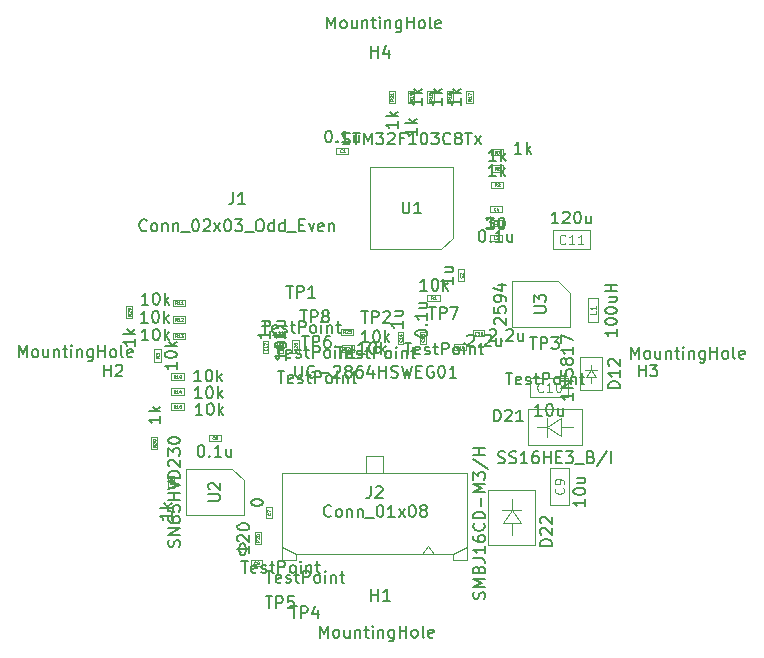
<source format=gbr>
%TF.GenerationSoftware,KiCad,Pcbnew,(5.1.10)-1*%
%TF.CreationDate,2022-01-29T15:25:58-05:00*%
%TF.ProjectId,CAN_Gauge,43414e5f-4761-4756-9765-2e6b69636164,rev?*%
%TF.SameCoordinates,Original*%
%TF.FileFunction,Other,Fab,Top*%
%FSLAX46Y46*%
G04 Gerber Fmt 4.6, Leading zero omitted, Abs format (unit mm)*
G04 Created by KiCad (PCBNEW (5.1.10)-1) date 2022-01-29 15:25:58*
%MOMM*%
%LPD*%
G01*
G04 APERTURE LIST*
%ADD10C,0.100000*%
%ADD11C,0.150000*%
%ADD12C,0.120000*%
%ADD13C,0.040000*%
%ADD14C,0.080000*%
G04 APERTURE END LIST*
D10*
%TO.C,U1*%
X139750400Y-87287600D02*
X138750400Y-88287600D01*
X139750400Y-81287600D02*
X139750400Y-87287600D01*
X132750400Y-81287600D02*
X139750400Y-81287600D01*
X132750400Y-88287600D02*
X132750400Y-81287600D01*
X138750400Y-88287600D02*
X132750400Y-88287600D01*
%TO.C,C10*%
X146296300Y-100814900D02*
X146296300Y-99214900D01*
X146296300Y-99214900D02*
X149496300Y-99214900D01*
X149496300Y-99214900D02*
X149496300Y-100814900D01*
X149496300Y-100814900D02*
X146296300Y-100814900D01*
%TO.C,C17*%
X123630600Y-97022400D02*
X123630600Y-96022400D01*
X124130600Y-97022400D02*
X123630600Y-97022400D01*
X124130600Y-96022400D02*
X124130600Y-97022400D01*
X123630600Y-96022400D02*
X124130600Y-96022400D01*
%TO.C,R24*%
X131390600Y-96944800D02*
X130340600Y-96944800D01*
X131390600Y-96404800D02*
X131390600Y-96944800D01*
X130340600Y-96404800D02*
X131390600Y-96404800D01*
X130340600Y-96944800D02*
X130340600Y-96404800D01*
%TO.C,R20*%
X122950200Y-112202600D02*
X123490200Y-112202600D01*
X123490200Y-112202600D02*
X123490200Y-113252600D01*
X123490200Y-113252600D02*
X122950200Y-113252600D01*
X122950200Y-113252600D02*
X122950200Y-112202600D01*
%TO.C,L1*%
X152067400Y-92423600D02*
X152067400Y-94423600D01*
X151167400Y-92423600D02*
X152067400Y-92423600D01*
X151167400Y-94423600D02*
X151167400Y-92423600D01*
X152067400Y-94423600D02*
X151167400Y-94423600D01*
%TO.C,C11*%
X148188600Y-86680000D02*
X151388600Y-86680000D01*
X148188600Y-88280000D02*
X148188600Y-86680000D01*
X151388600Y-88280000D02*
X148188600Y-88280000D01*
X151388600Y-86680000D02*
X151388600Y-88280000D01*
%TO.C,D12*%
X151439600Y-99058400D02*
X151439600Y-99558400D01*
X151039600Y-99058400D02*
X151439600Y-98458400D01*
X151839600Y-99058400D02*
X151039600Y-99058400D01*
X151439600Y-98458400D02*
X151839600Y-99058400D01*
X151439600Y-98458400D02*
X150889600Y-98458400D01*
X151439600Y-98458400D02*
X151989600Y-98458400D01*
X151439600Y-98058400D02*
X151439600Y-98458400D01*
X150539600Y-97408400D02*
X152339600Y-97408400D01*
X150539600Y-100208400D02*
X150539600Y-97408400D01*
X152339600Y-100208400D02*
X150539600Y-100208400D01*
X152339600Y-97408400D02*
X152339600Y-100208400D01*
%TO.C,U3*%
X149622400Y-91940600D02*
X149622400Y-94865600D01*
X149622400Y-94865600D02*
X144722400Y-94865600D01*
X144722400Y-94865600D02*
X144722400Y-90965600D01*
X144722400Y-90965600D02*
X148647400Y-90965600D01*
X148647400Y-90965600D02*
X149622400Y-91940600D01*
%TO.C,L2*%
X143885800Y-87052200D02*
X143885800Y-87552200D01*
X143885800Y-87552200D02*
X142885800Y-87552200D01*
X142885800Y-87552200D02*
X142885800Y-87052200D01*
X142885800Y-87052200D02*
X143885800Y-87052200D01*
%TO.C,J2*%
X139747000Y-114088000D02*
X139747000Y-114588000D01*
X139747000Y-114588000D02*
X140947000Y-114588000D01*
X140947000Y-114588000D02*
X140947000Y-107218000D01*
X140947000Y-107218000D02*
X125297000Y-107218000D01*
X125297000Y-107218000D02*
X125297000Y-114588000D01*
X125297000Y-114588000D02*
X126497000Y-114588000D01*
X126497000Y-114588000D02*
X126497000Y-114088000D01*
X126497000Y-114088000D02*
X139747000Y-114088000D01*
X140947000Y-113458000D02*
X139747000Y-114088000D01*
X125297000Y-113458000D02*
X126497000Y-114088000D01*
X133822000Y-107218000D02*
X133822000Y-105818000D01*
X133822000Y-105818000D02*
X132422000Y-105818000D01*
X132422000Y-105818000D02*
X132422000Y-107218000D01*
X138122000Y-114088000D02*
X137622000Y-113380893D01*
X137622000Y-113380893D02*
X137122000Y-114088000D01*
%TO.C,R30*%
X114727200Y-104150800D02*
X114727200Y-105200800D01*
X114187200Y-104150800D02*
X114727200Y-104150800D01*
X114187200Y-105200800D02*
X114187200Y-104150800D01*
X114727200Y-105200800D02*
X114187200Y-105200800D01*
%TO.C,R29*%
X112079000Y-94101000D02*
X112079000Y-93051000D01*
X112619000Y-94101000D02*
X112079000Y-94101000D01*
X112619000Y-93051000D02*
X112619000Y-94101000D01*
X112079000Y-93051000D02*
X112619000Y-93051000D01*
%TO.C,R21*%
X134316700Y-75889200D02*
X134316700Y-74839200D01*
X134856700Y-75889200D02*
X134316700Y-75889200D01*
X134856700Y-74839200D02*
X134856700Y-75889200D01*
X134316700Y-74839200D02*
X134856700Y-74839200D01*
%TO.C,D22*%
X144732980Y-110325560D02*
X145533080Y-111476180D01*
X144732980Y-110325560D02*
X143983680Y-111476180D01*
X143983680Y-111476180D02*
X145533080Y-111476180D01*
X145533080Y-110325560D02*
X143932880Y-110325560D01*
X144732980Y-111476180D02*
X144732980Y-112474400D01*
X144732980Y-110325560D02*
X144732980Y-109423860D01*
X146734000Y-113275000D02*
X146734000Y-108675000D01*
X146734000Y-113275000D02*
X142734000Y-113275000D01*
X142734000Y-108675000D02*
X146734000Y-108675000D01*
X142734000Y-113275000D02*
X142734000Y-108675000D01*
%TO.C,C9*%
X147998000Y-106758800D02*
X149598000Y-106758800D01*
X149598000Y-106758800D02*
X149598000Y-109958800D01*
X149598000Y-109958800D02*
X147998000Y-109958800D01*
X147998000Y-109958800D02*
X147998000Y-106758800D01*
%TO.C,R26*%
X126150600Y-97047400D02*
X126150600Y-95997400D01*
X126690600Y-97047400D02*
X126150600Y-97047400D01*
X126690600Y-95997400D02*
X126690600Y-97047400D01*
X126150600Y-95997400D02*
X126690600Y-95997400D01*
%TO.C,R25*%
X130264400Y-94982400D02*
X131314400Y-94982400D01*
X130264400Y-95522400D02*
X130264400Y-94982400D01*
X131314400Y-95522400D02*
X130264400Y-95522400D01*
X131314400Y-94982400D02*
X131314400Y-95522400D01*
%TO.C,C18*%
X142414600Y-95642100D02*
X141414600Y-95642100D01*
X142414600Y-95142100D02*
X142414600Y-95642100D01*
X141414600Y-95142100D02*
X142414600Y-95142100D01*
X141414600Y-95642100D02*
X141414600Y-95142100D01*
%TO.C,C16*%
X140852500Y-96823200D02*
X139852500Y-96823200D01*
X140852500Y-96323200D02*
X140852500Y-96823200D01*
X139852500Y-96323200D02*
X140852500Y-96323200D01*
X139852500Y-96823200D02*
X139852500Y-96323200D01*
%TO.C,C15*%
X124895600Y-97022400D02*
X124895600Y-96022400D01*
X125395600Y-97022400D02*
X124895600Y-97022400D01*
X125395600Y-96022400D02*
X125395600Y-97022400D01*
X124895600Y-96022400D02*
X125395600Y-96022400D01*
%TO.C,C14*%
X135060600Y-96285800D02*
X135060600Y-95285800D01*
X135560600Y-96285800D02*
X135060600Y-96285800D01*
X135560600Y-95285800D02*
X135560600Y-96285800D01*
X135060600Y-95285800D02*
X135560600Y-95285800D01*
%TO.C,C13*%
X136927500Y-96285800D02*
X136927500Y-95285800D01*
X137427500Y-96285800D02*
X136927500Y-96285800D01*
X137427500Y-95285800D02*
X137427500Y-96285800D01*
X136927500Y-95285800D02*
X137427500Y-95285800D01*
%TO.C,C8*%
X123618600Y-114585800D02*
X123618600Y-115085800D01*
X123618600Y-115085800D02*
X122618600Y-115085800D01*
X122618600Y-115085800D02*
X122618600Y-114585800D01*
X122618600Y-114585800D02*
X123618600Y-114585800D01*
%TO.C,C7*%
X123935400Y-110068600D02*
X124435400Y-110068600D01*
X124435400Y-110068600D02*
X124435400Y-111068600D01*
X124435400Y-111068600D02*
X123935400Y-111068600D01*
X123935400Y-111068600D02*
X123935400Y-110068600D01*
%TO.C,C5*%
X119088000Y-104494000D02*
X119088000Y-103994000D01*
X119088000Y-103994000D02*
X120088000Y-103994000D01*
X120088000Y-103994000D02*
X120088000Y-104494000D01*
X120088000Y-104494000D02*
X119088000Y-104494000D01*
%TO.C,C4*%
X142887800Y-85139200D02*
X142887800Y-84639200D01*
X142887800Y-84639200D02*
X143887800Y-84639200D01*
X143887800Y-84639200D02*
X143887800Y-85139200D01*
X143887800Y-85139200D02*
X142887800Y-85139200D01*
%TO.C,C3*%
X142887800Y-86282200D02*
X142887800Y-85782200D01*
X142887800Y-85782200D02*
X143887800Y-85782200D01*
X143887800Y-85782200D02*
X143887800Y-86282200D01*
X143887800Y-86282200D02*
X142887800Y-86282200D01*
%TO.C,C2*%
X140216800Y-89977200D02*
X140716800Y-89977200D01*
X140716800Y-89977200D02*
X140716800Y-90977200D01*
X140716800Y-90977200D02*
X140216800Y-90977200D01*
X140216800Y-90977200D02*
X140216800Y-89977200D01*
%TO.C,C1*%
X130883000Y-79686200D02*
X130883000Y-80186200D01*
X130883000Y-80186200D02*
X129883000Y-80186200D01*
X129883000Y-80186200D02*
X129883000Y-79686200D01*
X129883000Y-79686200D02*
X130883000Y-79686200D01*
%TO.C,R19*%
X135955000Y-74839200D02*
X136495000Y-74839200D01*
X136495000Y-74839200D02*
X136495000Y-75889200D01*
X136495000Y-75889200D02*
X135955000Y-75889200D01*
X135955000Y-75889200D02*
X135955000Y-74839200D01*
%TO.C,R18*%
X137593300Y-75889200D02*
X137593300Y-74839200D01*
X138133300Y-75889200D02*
X137593300Y-75889200D01*
X138133300Y-74839200D02*
X138133300Y-75889200D01*
X137593300Y-74839200D02*
X138133300Y-74839200D01*
%TO.C,R17*%
X140869900Y-74839200D02*
X141409900Y-74839200D01*
X141409900Y-74839200D02*
X141409900Y-75889200D01*
X141409900Y-75889200D02*
X140869900Y-75889200D01*
X140869900Y-75889200D02*
X140869900Y-74839200D01*
%TO.C,R16*%
X139231600Y-74839200D02*
X139771600Y-74839200D01*
X139771600Y-74839200D02*
X139771600Y-75889200D01*
X139771600Y-75889200D02*
X139231600Y-75889200D01*
X139231600Y-75889200D02*
X139231600Y-74839200D01*
%TO.C,R15*%
X116938000Y-101307000D02*
X116938000Y-101847000D01*
X116938000Y-101847000D02*
X115888000Y-101847000D01*
X115888000Y-101847000D02*
X115888000Y-101307000D01*
X115888000Y-101307000D02*
X116938000Y-101307000D01*
%TO.C,R14*%
X116938000Y-100037000D02*
X116938000Y-100577000D01*
X116938000Y-100577000D02*
X115888000Y-100577000D01*
X115888000Y-100577000D02*
X115888000Y-100037000D01*
X115888000Y-100037000D02*
X116938000Y-100037000D01*
%TO.C,R13*%
X117065000Y-95338000D02*
X117065000Y-95878000D01*
X117065000Y-95878000D02*
X116015000Y-95878000D01*
X116015000Y-95878000D02*
X116015000Y-95338000D01*
X116015000Y-95338000D02*
X117065000Y-95338000D01*
%TO.C,R12*%
X116015000Y-94481000D02*
X116015000Y-93941000D01*
X116015000Y-93941000D02*
X117065000Y-93941000D01*
X117065000Y-93941000D02*
X117065000Y-94481000D01*
X117065000Y-94481000D02*
X116015000Y-94481000D01*
%TO.C,R11*%
X117065000Y-92544000D02*
X117065000Y-93084000D01*
X117065000Y-93084000D02*
X116015000Y-93084000D01*
X116015000Y-93084000D02*
X116015000Y-92544000D01*
X116015000Y-92544000D02*
X117065000Y-92544000D01*
%TO.C,R10*%
X116938000Y-98767000D02*
X116938000Y-99307000D01*
X116938000Y-99307000D02*
X115888000Y-99307000D01*
X115888000Y-99307000D02*
X115888000Y-98767000D01*
X115888000Y-98767000D02*
X116938000Y-98767000D01*
%TO.C,R1*%
X137579600Y-92677600D02*
X137579600Y-92137600D01*
X137579600Y-92137600D02*
X138629600Y-92137600D01*
X138629600Y-92137600D02*
X138629600Y-92677600D01*
X138629600Y-92677600D02*
X137579600Y-92677600D01*
%TO.C,D21*%
X150691600Y-104829600D02*
X146091600Y-104829600D01*
X146091600Y-104829600D02*
X146091600Y-101829600D01*
X150691600Y-101829600D02*
X150691600Y-104829600D01*
X150691600Y-101829600D02*
X146091600Y-101829600D01*
X147742160Y-103330620D02*
X146840460Y-103330620D01*
X148892780Y-103330620D02*
X149891000Y-103330620D01*
X147742160Y-102530520D02*
X147742160Y-104130720D01*
X148892780Y-104079920D02*
X148892780Y-102530520D01*
X147742160Y-103330620D02*
X148892780Y-104079920D01*
X147742160Y-103330620D02*
X148892780Y-102530520D01*
%TO.C,R9*%
X115635000Y-108479400D02*
X115635000Y-107429400D01*
X116175000Y-108479400D02*
X115635000Y-108479400D01*
X116175000Y-107429400D02*
X116175000Y-108479400D01*
X115635000Y-107429400D02*
X116175000Y-107429400D01*
%TO.C,R8*%
X142964400Y-81164800D02*
X144014400Y-81164800D01*
X142964400Y-81704800D02*
X142964400Y-81164800D01*
X144014400Y-81704800D02*
X142964400Y-81704800D01*
X144014400Y-81164800D02*
X144014400Y-81704800D01*
%TO.C,R7*%
X142964400Y-79793200D02*
X144014400Y-79793200D01*
X142964400Y-80333200D02*
X142964400Y-79793200D01*
X144014400Y-80333200D02*
X142964400Y-80333200D01*
X144014400Y-79793200D02*
X144014400Y-80333200D01*
%TO.C,R3*%
X115006600Y-96734000D02*
X115006600Y-97784000D01*
X114466600Y-96734000D02*
X115006600Y-96734000D01*
X114466600Y-97784000D02*
X114466600Y-96734000D01*
X115006600Y-97784000D02*
X114466600Y-97784000D01*
%TO.C,R2*%
X142964400Y-82536400D02*
X144014400Y-82536400D01*
X142964400Y-83076400D02*
X142964400Y-82536400D01*
X144014400Y-83076400D02*
X142964400Y-83076400D01*
X144014400Y-82536400D02*
X144014400Y-83076400D01*
%TO.C,U2*%
X121063000Y-106866000D02*
X122038000Y-107841000D01*
X117138000Y-106866000D02*
X121063000Y-106866000D01*
X117138000Y-110766000D02*
X117138000Y-106866000D01*
X122038000Y-110766000D02*
X117138000Y-110766000D01*
X122038000Y-107841000D02*
X122038000Y-110766000D01*
%TD*%
%TO.C,TP7*%
D11*
X135660266Y-96178580D02*
X136231695Y-96178580D01*
X135945980Y-97178580D02*
X135945980Y-96178580D01*
X136945980Y-97130961D02*
X136850742Y-97178580D01*
X136660266Y-97178580D01*
X136565028Y-97130961D01*
X136517409Y-97035723D01*
X136517409Y-96654771D01*
X136565028Y-96559533D01*
X136660266Y-96511914D01*
X136850742Y-96511914D01*
X136945980Y-96559533D01*
X136993600Y-96654771D01*
X136993600Y-96750009D01*
X136517409Y-96845247D01*
X137374552Y-97130961D02*
X137469790Y-97178580D01*
X137660266Y-97178580D01*
X137755504Y-97130961D01*
X137803123Y-97035723D01*
X137803123Y-96988104D01*
X137755504Y-96892866D01*
X137660266Y-96845247D01*
X137517409Y-96845247D01*
X137422171Y-96797628D01*
X137374552Y-96702390D01*
X137374552Y-96654771D01*
X137422171Y-96559533D01*
X137517409Y-96511914D01*
X137660266Y-96511914D01*
X137755504Y-96559533D01*
X138088838Y-96511914D02*
X138469790Y-96511914D01*
X138231695Y-96178580D02*
X138231695Y-97035723D01*
X138279314Y-97130961D01*
X138374552Y-97178580D01*
X138469790Y-97178580D01*
X138803123Y-97178580D02*
X138803123Y-96178580D01*
X139184076Y-96178580D01*
X139279314Y-96226200D01*
X139326933Y-96273819D01*
X139374552Y-96369057D01*
X139374552Y-96511914D01*
X139326933Y-96607152D01*
X139279314Y-96654771D01*
X139184076Y-96702390D01*
X138803123Y-96702390D01*
X139945980Y-97178580D02*
X139850742Y-97130961D01*
X139803123Y-97083342D01*
X139755504Y-96988104D01*
X139755504Y-96702390D01*
X139803123Y-96607152D01*
X139850742Y-96559533D01*
X139945980Y-96511914D01*
X140088838Y-96511914D01*
X140184076Y-96559533D01*
X140231695Y-96607152D01*
X140279314Y-96702390D01*
X140279314Y-96988104D01*
X140231695Y-97083342D01*
X140184076Y-97130961D01*
X140088838Y-97178580D01*
X139945980Y-97178580D01*
X140707885Y-97178580D02*
X140707885Y-96511914D01*
X140707885Y-96178580D02*
X140660266Y-96226200D01*
X140707885Y-96273819D01*
X140755504Y-96226200D01*
X140707885Y-96178580D01*
X140707885Y-96273819D01*
X141184076Y-96511914D02*
X141184076Y-97178580D01*
X141184076Y-96607152D02*
X141231695Y-96559533D01*
X141326933Y-96511914D01*
X141469790Y-96511914D01*
X141565028Y-96559533D01*
X141612647Y-96654771D01*
X141612647Y-97178580D01*
X141945980Y-96511914D02*
X142326933Y-96511914D01*
X142088838Y-96178580D02*
X142088838Y-97035723D01*
X142136457Y-97130961D01*
X142231695Y-97178580D01*
X142326933Y-97178580D01*
X137731695Y-93178580D02*
X138303123Y-93178580D01*
X138017409Y-94178580D02*
X138017409Y-93178580D01*
X138636457Y-94178580D02*
X138636457Y-93178580D01*
X139017409Y-93178580D01*
X139112647Y-93226200D01*
X139160266Y-93273819D01*
X139207885Y-93369057D01*
X139207885Y-93511914D01*
X139160266Y-93607152D01*
X139112647Y-93654771D01*
X139017409Y-93702390D01*
X138636457Y-93702390D01*
X139541219Y-93178580D02*
X140207885Y-93178580D01*
X139779314Y-94178580D01*
%TO.C,TP2*%
X129907166Y-96521480D02*
X130478595Y-96521480D01*
X130192880Y-97521480D02*
X130192880Y-96521480D01*
X131192880Y-97473861D02*
X131097642Y-97521480D01*
X130907166Y-97521480D01*
X130811928Y-97473861D01*
X130764309Y-97378623D01*
X130764309Y-96997671D01*
X130811928Y-96902433D01*
X130907166Y-96854814D01*
X131097642Y-96854814D01*
X131192880Y-96902433D01*
X131240500Y-96997671D01*
X131240500Y-97092909D01*
X130764309Y-97188147D01*
X131621452Y-97473861D02*
X131716690Y-97521480D01*
X131907166Y-97521480D01*
X132002404Y-97473861D01*
X132050023Y-97378623D01*
X132050023Y-97331004D01*
X132002404Y-97235766D01*
X131907166Y-97188147D01*
X131764309Y-97188147D01*
X131669071Y-97140528D01*
X131621452Y-97045290D01*
X131621452Y-96997671D01*
X131669071Y-96902433D01*
X131764309Y-96854814D01*
X131907166Y-96854814D01*
X132002404Y-96902433D01*
X132335738Y-96854814D02*
X132716690Y-96854814D01*
X132478595Y-96521480D02*
X132478595Y-97378623D01*
X132526214Y-97473861D01*
X132621452Y-97521480D01*
X132716690Y-97521480D01*
X133050023Y-97521480D02*
X133050023Y-96521480D01*
X133430976Y-96521480D01*
X133526214Y-96569100D01*
X133573833Y-96616719D01*
X133621452Y-96711957D01*
X133621452Y-96854814D01*
X133573833Y-96950052D01*
X133526214Y-96997671D01*
X133430976Y-97045290D01*
X133050023Y-97045290D01*
X134192880Y-97521480D02*
X134097642Y-97473861D01*
X134050023Y-97426242D01*
X134002404Y-97331004D01*
X134002404Y-97045290D01*
X134050023Y-96950052D01*
X134097642Y-96902433D01*
X134192880Y-96854814D01*
X134335738Y-96854814D01*
X134430976Y-96902433D01*
X134478595Y-96950052D01*
X134526214Y-97045290D01*
X134526214Y-97331004D01*
X134478595Y-97426242D01*
X134430976Y-97473861D01*
X134335738Y-97521480D01*
X134192880Y-97521480D01*
X134954785Y-97521480D02*
X134954785Y-96854814D01*
X134954785Y-96521480D02*
X134907166Y-96569100D01*
X134954785Y-96616719D01*
X135002404Y-96569100D01*
X134954785Y-96521480D01*
X134954785Y-96616719D01*
X135430976Y-96854814D02*
X135430976Y-97521480D01*
X135430976Y-96950052D02*
X135478595Y-96902433D01*
X135573833Y-96854814D01*
X135716690Y-96854814D01*
X135811928Y-96902433D01*
X135859547Y-96997671D01*
X135859547Y-97521480D01*
X136192880Y-96854814D02*
X136573833Y-96854814D01*
X136335738Y-96521480D02*
X136335738Y-97378623D01*
X136383357Y-97473861D01*
X136478595Y-97521480D01*
X136573833Y-97521480D01*
X131978595Y-93521480D02*
X132550023Y-93521480D01*
X132264309Y-94521480D02*
X132264309Y-93521480D01*
X132883357Y-94521480D02*
X132883357Y-93521480D01*
X133264309Y-93521480D01*
X133359547Y-93569100D01*
X133407166Y-93616719D01*
X133454785Y-93711957D01*
X133454785Y-93854814D01*
X133407166Y-93950052D01*
X133359547Y-93997671D01*
X133264309Y-94045290D01*
X132883357Y-94045290D01*
X133835738Y-93616719D02*
X133883357Y-93569100D01*
X133978595Y-93521480D01*
X134216690Y-93521480D01*
X134311928Y-93569100D01*
X134359547Y-93616719D01*
X134407166Y-93711957D01*
X134407166Y-93807195D01*
X134359547Y-93950052D01*
X133788119Y-94521480D01*
X134407166Y-94521480D01*
%TO.C,U1*%
X130440876Y-79342361D02*
X130583733Y-79389980D01*
X130821828Y-79389980D01*
X130917066Y-79342361D01*
X130964685Y-79294742D01*
X131012304Y-79199504D01*
X131012304Y-79104266D01*
X130964685Y-79009028D01*
X130917066Y-78961409D01*
X130821828Y-78913790D01*
X130631352Y-78866171D01*
X130536114Y-78818552D01*
X130488495Y-78770933D01*
X130440876Y-78675695D01*
X130440876Y-78580457D01*
X130488495Y-78485219D01*
X130536114Y-78437600D01*
X130631352Y-78389980D01*
X130869447Y-78389980D01*
X131012304Y-78437600D01*
X131298019Y-78389980D02*
X131869447Y-78389980D01*
X131583733Y-79389980D02*
X131583733Y-78389980D01*
X132202780Y-79389980D02*
X132202780Y-78389980D01*
X132536114Y-79104266D01*
X132869447Y-78389980D01*
X132869447Y-79389980D01*
X133250400Y-78389980D02*
X133869447Y-78389980D01*
X133536114Y-78770933D01*
X133678971Y-78770933D01*
X133774209Y-78818552D01*
X133821828Y-78866171D01*
X133869447Y-78961409D01*
X133869447Y-79199504D01*
X133821828Y-79294742D01*
X133774209Y-79342361D01*
X133678971Y-79389980D01*
X133393257Y-79389980D01*
X133298019Y-79342361D01*
X133250400Y-79294742D01*
X134250400Y-78485219D02*
X134298019Y-78437600D01*
X134393257Y-78389980D01*
X134631352Y-78389980D01*
X134726590Y-78437600D01*
X134774209Y-78485219D01*
X134821828Y-78580457D01*
X134821828Y-78675695D01*
X134774209Y-78818552D01*
X134202780Y-79389980D01*
X134821828Y-79389980D01*
X135583733Y-78866171D02*
X135250400Y-78866171D01*
X135250400Y-79389980D02*
X135250400Y-78389980D01*
X135726590Y-78389980D01*
X136631352Y-79389980D02*
X136059923Y-79389980D01*
X136345638Y-79389980D02*
X136345638Y-78389980D01*
X136250400Y-78532838D01*
X136155161Y-78628076D01*
X136059923Y-78675695D01*
X137250400Y-78389980D02*
X137345638Y-78389980D01*
X137440876Y-78437600D01*
X137488495Y-78485219D01*
X137536114Y-78580457D01*
X137583733Y-78770933D01*
X137583733Y-79009028D01*
X137536114Y-79199504D01*
X137488495Y-79294742D01*
X137440876Y-79342361D01*
X137345638Y-79389980D01*
X137250400Y-79389980D01*
X137155161Y-79342361D01*
X137107542Y-79294742D01*
X137059923Y-79199504D01*
X137012304Y-79009028D01*
X137012304Y-78770933D01*
X137059923Y-78580457D01*
X137107542Y-78485219D01*
X137155161Y-78437600D01*
X137250400Y-78389980D01*
X137917066Y-78389980D02*
X138536114Y-78389980D01*
X138202780Y-78770933D01*
X138345638Y-78770933D01*
X138440876Y-78818552D01*
X138488495Y-78866171D01*
X138536114Y-78961409D01*
X138536114Y-79199504D01*
X138488495Y-79294742D01*
X138440876Y-79342361D01*
X138345638Y-79389980D01*
X138059923Y-79389980D01*
X137964685Y-79342361D01*
X137917066Y-79294742D01*
X139536114Y-79294742D02*
X139488495Y-79342361D01*
X139345638Y-79389980D01*
X139250400Y-79389980D01*
X139107542Y-79342361D01*
X139012304Y-79247123D01*
X138964685Y-79151885D01*
X138917066Y-78961409D01*
X138917066Y-78818552D01*
X138964685Y-78628076D01*
X139012304Y-78532838D01*
X139107542Y-78437600D01*
X139250400Y-78389980D01*
X139345638Y-78389980D01*
X139488495Y-78437600D01*
X139536114Y-78485219D01*
X140107542Y-78818552D02*
X140012304Y-78770933D01*
X139964685Y-78723314D01*
X139917066Y-78628076D01*
X139917066Y-78580457D01*
X139964685Y-78485219D01*
X140012304Y-78437600D01*
X140107542Y-78389980D01*
X140298019Y-78389980D01*
X140393257Y-78437600D01*
X140440876Y-78485219D01*
X140488495Y-78580457D01*
X140488495Y-78628076D01*
X140440876Y-78723314D01*
X140393257Y-78770933D01*
X140298019Y-78818552D01*
X140107542Y-78818552D01*
X140012304Y-78866171D01*
X139964685Y-78913790D01*
X139917066Y-79009028D01*
X139917066Y-79199504D01*
X139964685Y-79294742D01*
X140012304Y-79342361D01*
X140107542Y-79389980D01*
X140298019Y-79389980D01*
X140393257Y-79342361D01*
X140440876Y-79294742D01*
X140488495Y-79199504D01*
X140488495Y-79009028D01*
X140440876Y-78913790D01*
X140393257Y-78866171D01*
X140298019Y-78818552D01*
X140774209Y-78389980D02*
X141345638Y-78389980D01*
X141059923Y-79389980D02*
X141059923Y-78389980D01*
X141583733Y-79389980D02*
X142107542Y-78723314D01*
X141583733Y-78723314D02*
X142107542Y-79389980D01*
X135488495Y-84239980D02*
X135488495Y-85049504D01*
X135536114Y-85144742D01*
X135583733Y-85192361D01*
X135678971Y-85239980D01*
X135869447Y-85239980D01*
X135964685Y-85192361D01*
X136012304Y-85144742D01*
X136059923Y-85049504D01*
X136059923Y-84239980D01*
X137059923Y-85239980D02*
X136488495Y-85239980D01*
X136774209Y-85239980D02*
X136774209Y-84239980D01*
X136678971Y-84382838D01*
X136583733Y-84478076D01*
X136488495Y-84525695D01*
%TO.C,TP8*%
X124750966Y-96457980D02*
X125322395Y-96457980D01*
X125036680Y-97457980D02*
X125036680Y-96457980D01*
X126036680Y-97410361D02*
X125941442Y-97457980D01*
X125750966Y-97457980D01*
X125655728Y-97410361D01*
X125608109Y-97315123D01*
X125608109Y-96934171D01*
X125655728Y-96838933D01*
X125750966Y-96791314D01*
X125941442Y-96791314D01*
X126036680Y-96838933D01*
X126084300Y-96934171D01*
X126084300Y-97029409D01*
X125608109Y-97124647D01*
X126465252Y-97410361D02*
X126560490Y-97457980D01*
X126750966Y-97457980D01*
X126846204Y-97410361D01*
X126893823Y-97315123D01*
X126893823Y-97267504D01*
X126846204Y-97172266D01*
X126750966Y-97124647D01*
X126608109Y-97124647D01*
X126512871Y-97077028D01*
X126465252Y-96981790D01*
X126465252Y-96934171D01*
X126512871Y-96838933D01*
X126608109Y-96791314D01*
X126750966Y-96791314D01*
X126846204Y-96838933D01*
X127179538Y-96791314D02*
X127560490Y-96791314D01*
X127322395Y-96457980D02*
X127322395Y-97315123D01*
X127370014Y-97410361D01*
X127465252Y-97457980D01*
X127560490Y-97457980D01*
X127893823Y-97457980D02*
X127893823Y-96457980D01*
X128274776Y-96457980D01*
X128370014Y-96505600D01*
X128417633Y-96553219D01*
X128465252Y-96648457D01*
X128465252Y-96791314D01*
X128417633Y-96886552D01*
X128370014Y-96934171D01*
X128274776Y-96981790D01*
X127893823Y-96981790D01*
X129036680Y-97457980D02*
X128941442Y-97410361D01*
X128893823Y-97362742D01*
X128846204Y-97267504D01*
X128846204Y-96981790D01*
X128893823Y-96886552D01*
X128941442Y-96838933D01*
X129036680Y-96791314D01*
X129179538Y-96791314D01*
X129274776Y-96838933D01*
X129322395Y-96886552D01*
X129370014Y-96981790D01*
X129370014Y-97267504D01*
X129322395Y-97362742D01*
X129274776Y-97410361D01*
X129179538Y-97457980D01*
X129036680Y-97457980D01*
X129798585Y-97457980D02*
X129798585Y-96791314D01*
X129798585Y-96457980D02*
X129750966Y-96505600D01*
X129798585Y-96553219D01*
X129846204Y-96505600D01*
X129798585Y-96457980D01*
X129798585Y-96553219D01*
X130274776Y-96791314D02*
X130274776Y-97457980D01*
X130274776Y-96886552D02*
X130322395Y-96838933D01*
X130417633Y-96791314D01*
X130560490Y-96791314D01*
X130655728Y-96838933D01*
X130703347Y-96934171D01*
X130703347Y-97457980D01*
X131036680Y-96791314D02*
X131417633Y-96791314D01*
X131179538Y-96457980D02*
X131179538Y-97315123D01*
X131227157Y-97410361D01*
X131322395Y-97457980D01*
X131417633Y-97457980D01*
X126822395Y-93457980D02*
X127393823Y-93457980D01*
X127108109Y-94457980D02*
X127108109Y-93457980D01*
X127727157Y-94457980D02*
X127727157Y-93457980D01*
X128108109Y-93457980D01*
X128203347Y-93505600D01*
X128250966Y-93553219D01*
X128298585Y-93648457D01*
X128298585Y-93791314D01*
X128250966Y-93886552D01*
X128203347Y-93934171D01*
X128108109Y-93981790D01*
X127727157Y-93981790D01*
X128870014Y-93886552D02*
X128774776Y-93838933D01*
X128727157Y-93791314D01*
X128679538Y-93696076D01*
X128679538Y-93648457D01*
X128727157Y-93553219D01*
X128774776Y-93505600D01*
X128870014Y-93457980D01*
X129060490Y-93457980D01*
X129155728Y-93505600D01*
X129203347Y-93553219D01*
X129250966Y-93648457D01*
X129250966Y-93696076D01*
X129203347Y-93791314D01*
X129155728Y-93838933D01*
X129060490Y-93886552D01*
X128870014Y-93886552D01*
X128774776Y-93934171D01*
X128727157Y-93981790D01*
X128679538Y-94077028D01*
X128679538Y-94267504D01*
X128727157Y-94362742D01*
X128774776Y-94410361D01*
X128870014Y-94457980D01*
X129060490Y-94457980D01*
X129155728Y-94410361D01*
X129203347Y-94362742D01*
X129250966Y-94267504D01*
X129250966Y-94077028D01*
X129203347Y-93981790D01*
X129155728Y-93934171D01*
X129060490Y-93886552D01*
%TO.C,C10*%
X147253442Y-102367280D02*
X146682014Y-102367280D01*
X146967728Y-102367280D02*
X146967728Y-101367280D01*
X146872490Y-101510138D01*
X146777252Y-101605376D01*
X146682014Y-101652995D01*
X147872490Y-101367280D02*
X147967728Y-101367280D01*
X148062966Y-101414900D01*
X148110585Y-101462519D01*
X148158204Y-101557757D01*
X148205823Y-101748233D01*
X148205823Y-101986328D01*
X148158204Y-102176804D01*
X148110585Y-102272042D01*
X148062966Y-102319661D01*
X147967728Y-102367280D01*
X147872490Y-102367280D01*
X147777252Y-102319661D01*
X147729633Y-102272042D01*
X147682014Y-102176804D01*
X147634395Y-101986328D01*
X147634395Y-101748233D01*
X147682014Y-101557757D01*
X147729633Y-101462519D01*
X147777252Y-101414900D01*
X147872490Y-101367280D01*
X149062966Y-101700614D02*
X149062966Y-102367280D01*
X148634395Y-101700614D02*
X148634395Y-102224423D01*
X148682014Y-102319661D01*
X148777252Y-102367280D01*
X148920109Y-102367280D01*
X149015347Y-102319661D01*
X149062966Y-102272042D01*
D12*
X147382014Y-100300614D02*
X147343919Y-100338709D01*
X147229633Y-100376804D01*
X147153442Y-100376804D01*
X147039157Y-100338709D01*
X146962966Y-100262519D01*
X146924871Y-100186328D01*
X146886776Y-100033947D01*
X146886776Y-99919661D01*
X146924871Y-99767280D01*
X146962966Y-99691090D01*
X147039157Y-99614900D01*
X147153442Y-99576804D01*
X147229633Y-99576804D01*
X147343919Y-99614900D01*
X147382014Y-99652995D01*
X148143919Y-100376804D02*
X147686776Y-100376804D01*
X147915347Y-100376804D02*
X147915347Y-99576804D01*
X147839157Y-99691090D01*
X147762966Y-99767280D01*
X147686776Y-99805376D01*
X148639157Y-99576804D02*
X148715347Y-99576804D01*
X148791538Y-99614900D01*
X148829633Y-99652995D01*
X148867728Y-99729185D01*
X148905823Y-99881566D01*
X148905823Y-100072042D01*
X148867728Y-100224423D01*
X148829633Y-100300614D01*
X148791538Y-100338709D01*
X148715347Y-100376804D01*
X148639157Y-100376804D01*
X148562966Y-100338709D01*
X148524871Y-100300614D01*
X148486776Y-100224423D01*
X148448680Y-100072042D01*
X148448680Y-99881566D01*
X148486776Y-99729185D01*
X148524871Y-99652995D01*
X148562966Y-99614900D01*
X148639157Y-99576804D01*
%TO.C,J1*%
D11*
X113824742Y-86657342D02*
X113777123Y-86704961D01*
X113634266Y-86752580D01*
X113539028Y-86752580D01*
X113396171Y-86704961D01*
X113300933Y-86609723D01*
X113253314Y-86514485D01*
X113205695Y-86324009D01*
X113205695Y-86181152D01*
X113253314Y-85990676D01*
X113300933Y-85895438D01*
X113396171Y-85800200D01*
X113539028Y-85752580D01*
X113634266Y-85752580D01*
X113777123Y-85800200D01*
X113824742Y-85847819D01*
X114396171Y-86752580D02*
X114300933Y-86704961D01*
X114253314Y-86657342D01*
X114205695Y-86562104D01*
X114205695Y-86276390D01*
X114253314Y-86181152D01*
X114300933Y-86133533D01*
X114396171Y-86085914D01*
X114539028Y-86085914D01*
X114634266Y-86133533D01*
X114681885Y-86181152D01*
X114729504Y-86276390D01*
X114729504Y-86562104D01*
X114681885Y-86657342D01*
X114634266Y-86704961D01*
X114539028Y-86752580D01*
X114396171Y-86752580D01*
X115158076Y-86085914D02*
X115158076Y-86752580D01*
X115158076Y-86181152D02*
X115205695Y-86133533D01*
X115300933Y-86085914D01*
X115443790Y-86085914D01*
X115539028Y-86133533D01*
X115586647Y-86228771D01*
X115586647Y-86752580D01*
X116062838Y-86085914D02*
X116062838Y-86752580D01*
X116062838Y-86181152D02*
X116110457Y-86133533D01*
X116205695Y-86085914D01*
X116348552Y-86085914D01*
X116443790Y-86133533D01*
X116491409Y-86228771D01*
X116491409Y-86752580D01*
X116729504Y-86847819D02*
X117491409Y-86847819D01*
X117919980Y-85752580D02*
X118015219Y-85752580D01*
X118110457Y-85800200D01*
X118158076Y-85847819D01*
X118205695Y-85943057D01*
X118253314Y-86133533D01*
X118253314Y-86371628D01*
X118205695Y-86562104D01*
X118158076Y-86657342D01*
X118110457Y-86704961D01*
X118015219Y-86752580D01*
X117919980Y-86752580D01*
X117824742Y-86704961D01*
X117777123Y-86657342D01*
X117729504Y-86562104D01*
X117681885Y-86371628D01*
X117681885Y-86133533D01*
X117729504Y-85943057D01*
X117777123Y-85847819D01*
X117824742Y-85800200D01*
X117919980Y-85752580D01*
X118634266Y-85847819D02*
X118681885Y-85800200D01*
X118777123Y-85752580D01*
X119015219Y-85752580D01*
X119110457Y-85800200D01*
X119158076Y-85847819D01*
X119205695Y-85943057D01*
X119205695Y-86038295D01*
X119158076Y-86181152D01*
X118586647Y-86752580D01*
X119205695Y-86752580D01*
X119539028Y-86752580D02*
X120062838Y-86085914D01*
X119539028Y-86085914D02*
X120062838Y-86752580D01*
X120634266Y-85752580D02*
X120729504Y-85752580D01*
X120824742Y-85800200D01*
X120872361Y-85847819D01*
X120919980Y-85943057D01*
X120967600Y-86133533D01*
X120967600Y-86371628D01*
X120919980Y-86562104D01*
X120872361Y-86657342D01*
X120824742Y-86704961D01*
X120729504Y-86752580D01*
X120634266Y-86752580D01*
X120539028Y-86704961D01*
X120491409Y-86657342D01*
X120443790Y-86562104D01*
X120396171Y-86371628D01*
X120396171Y-86133533D01*
X120443790Y-85943057D01*
X120491409Y-85847819D01*
X120539028Y-85800200D01*
X120634266Y-85752580D01*
X121300933Y-85752580D02*
X121919980Y-85752580D01*
X121586647Y-86133533D01*
X121729504Y-86133533D01*
X121824742Y-86181152D01*
X121872361Y-86228771D01*
X121919980Y-86324009D01*
X121919980Y-86562104D01*
X121872361Y-86657342D01*
X121824742Y-86704961D01*
X121729504Y-86752580D01*
X121443790Y-86752580D01*
X121348552Y-86704961D01*
X121300933Y-86657342D01*
X122110457Y-86847819D02*
X122872361Y-86847819D01*
X123300933Y-85752580D02*
X123491409Y-85752580D01*
X123586647Y-85800200D01*
X123681885Y-85895438D01*
X123729504Y-86085914D01*
X123729504Y-86419247D01*
X123681885Y-86609723D01*
X123586647Y-86704961D01*
X123491409Y-86752580D01*
X123300933Y-86752580D01*
X123205695Y-86704961D01*
X123110457Y-86609723D01*
X123062838Y-86419247D01*
X123062838Y-86085914D01*
X123110457Y-85895438D01*
X123205695Y-85800200D01*
X123300933Y-85752580D01*
X124586647Y-86752580D02*
X124586647Y-85752580D01*
X124586647Y-86704961D02*
X124491409Y-86752580D01*
X124300933Y-86752580D01*
X124205695Y-86704961D01*
X124158076Y-86657342D01*
X124110457Y-86562104D01*
X124110457Y-86276390D01*
X124158076Y-86181152D01*
X124205695Y-86133533D01*
X124300933Y-86085914D01*
X124491409Y-86085914D01*
X124586647Y-86133533D01*
X125491409Y-86752580D02*
X125491409Y-85752580D01*
X125491409Y-86704961D02*
X125396171Y-86752580D01*
X125205695Y-86752580D01*
X125110457Y-86704961D01*
X125062838Y-86657342D01*
X125015219Y-86562104D01*
X125015219Y-86276390D01*
X125062838Y-86181152D01*
X125110457Y-86133533D01*
X125205695Y-86085914D01*
X125396171Y-86085914D01*
X125491409Y-86133533D01*
X125729504Y-86847819D02*
X126491409Y-86847819D01*
X126729504Y-86228771D02*
X127062838Y-86228771D01*
X127205695Y-86752580D02*
X126729504Y-86752580D01*
X126729504Y-85752580D01*
X127205695Y-85752580D01*
X127539028Y-86085914D02*
X127777123Y-86752580D01*
X128015219Y-86085914D01*
X128777123Y-86704961D02*
X128681885Y-86752580D01*
X128491409Y-86752580D01*
X128396171Y-86704961D01*
X128348552Y-86609723D01*
X128348552Y-86228771D01*
X128396171Y-86133533D01*
X128491409Y-86085914D01*
X128681885Y-86085914D01*
X128777123Y-86133533D01*
X128824742Y-86228771D01*
X128824742Y-86324009D01*
X128348552Y-86419247D01*
X129253314Y-86085914D02*
X129253314Y-86752580D01*
X129253314Y-86181152D02*
X129300933Y-86133533D01*
X129396171Y-86085914D01*
X129539028Y-86085914D01*
X129634266Y-86133533D01*
X129681885Y-86228771D01*
X129681885Y-86752580D01*
X121134266Y-83452580D02*
X121134266Y-84166866D01*
X121086647Y-84309723D01*
X120991409Y-84404961D01*
X120848552Y-84452580D01*
X120753314Y-84452580D01*
X122134266Y-84452580D02*
X121562838Y-84452580D01*
X121848552Y-84452580D02*
X121848552Y-83452580D01*
X121753314Y-83595438D01*
X121658076Y-83690676D01*
X121562838Y-83738295D01*
%TO.C,TP6*%
X124903366Y-98604280D02*
X125474795Y-98604280D01*
X125189080Y-99604280D02*
X125189080Y-98604280D01*
X126189080Y-99556661D02*
X126093842Y-99604280D01*
X125903366Y-99604280D01*
X125808128Y-99556661D01*
X125760509Y-99461423D01*
X125760509Y-99080471D01*
X125808128Y-98985233D01*
X125903366Y-98937614D01*
X126093842Y-98937614D01*
X126189080Y-98985233D01*
X126236700Y-99080471D01*
X126236700Y-99175709D01*
X125760509Y-99270947D01*
X126617652Y-99556661D02*
X126712890Y-99604280D01*
X126903366Y-99604280D01*
X126998604Y-99556661D01*
X127046223Y-99461423D01*
X127046223Y-99413804D01*
X126998604Y-99318566D01*
X126903366Y-99270947D01*
X126760509Y-99270947D01*
X126665271Y-99223328D01*
X126617652Y-99128090D01*
X126617652Y-99080471D01*
X126665271Y-98985233D01*
X126760509Y-98937614D01*
X126903366Y-98937614D01*
X126998604Y-98985233D01*
X127331938Y-98937614D02*
X127712890Y-98937614D01*
X127474795Y-98604280D02*
X127474795Y-99461423D01*
X127522414Y-99556661D01*
X127617652Y-99604280D01*
X127712890Y-99604280D01*
X128046223Y-99604280D02*
X128046223Y-98604280D01*
X128427176Y-98604280D01*
X128522414Y-98651900D01*
X128570033Y-98699519D01*
X128617652Y-98794757D01*
X128617652Y-98937614D01*
X128570033Y-99032852D01*
X128522414Y-99080471D01*
X128427176Y-99128090D01*
X128046223Y-99128090D01*
X129189080Y-99604280D02*
X129093842Y-99556661D01*
X129046223Y-99509042D01*
X128998604Y-99413804D01*
X128998604Y-99128090D01*
X129046223Y-99032852D01*
X129093842Y-98985233D01*
X129189080Y-98937614D01*
X129331938Y-98937614D01*
X129427176Y-98985233D01*
X129474795Y-99032852D01*
X129522414Y-99128090D01*
X129522414Y-99413804D01*
X129474795Y-99509042D01*
X129427176Y-99556661D01*
X129331938Y-99604280D01*
X129189080Y-99604280D01*
X129950985Y-99604280D02*
X129950985Y-98937614D01*
X129950985Y-98604280D02*
X129903366Y-98651900D01*
X129950985Y-98699519D01*
X129998604Y-98651900D01*
X129950985Y-98604280D01*
X129950985Y-98699519D01*
X130427176Y-98937614D02*
X130427176Y-99604280D01*
X130427176Y-99032852D02*
X130474795Y-98985233D01*
X130570033Y-98937614D01*
X130712890Y-98937614D01*
X130808128Y-98985233D01*
X130855747Y-99080471D01*
X130855747Y-99604280D01*
X131189080Y-98937614D02*
X131570033Y-98937614D01*
X131331938Y-98604280D02*
X131331938Y-99461423D01*
X131379557Y-99556661D01*
X131474795Y-99604280D01*
X131570033Y-99604280D01*
X126974795Y-95604280D02*
X127546223Y-95604280D01*
X127260509Y-96604280D02*
X127260509Y-95604280D01*
X127879557Y-96604280D02*
X127879557Y-95604280D01*
X128260509Y-95604280D01*
X128355747Y-95651900D01*
X128403366Y-95699519D01*
X128450985Y-95794757D01*
X128450985Y-95937614D01*
X128403366Y-96032852D01*
X128355747Y-96080471D01*
X128260509Y-96128090D01*
X127879557Y-96128090D01*
X129308128Y-95604280D02*
X129117652Y-95604280D01*
X129022414Y-95651900D01*
X128974795Y-95699519D01*
X128879557Y-95842376D01*
X128831938Y-96032852D01*
X128831938Y-96413804D01*
X128879557Y-96509042D01*
X128927176Y-96556661D01*
X129022414Y-96604280D01*
X129212890Y-96604280D01*
X129308128Y-96556661D01*
X129355747Y-96509042D01*
X129403366Y-96413804D01*
X129403366Y-96175709D01*
X129355747Y-96080471D01*
X129308128Y-96032852D01*
X129212890Y-95985233D01*
X129022414Y-95985233D01*
X128927176Y-96032852D01*
X128879557Y-96080471D01*
X128831938Y-96175709D01*
%TO.C,C17*%
X124231380Y-95215866D02*
X124231380Y-95787295D01*
X124231380Y-95501580D02*
X123231380Y-95501580D01*
X123374238Y-95596819D01*
X123469476Y-95692057D01*
X123517095Y-95787295D01*
X123564714Y-94358723D02*
X124231380Y-94358723D01*
X123564714Y-94787295D02*
X124088523Y-94787295D01*
X124183761Y-94739676D01*
X124231380Y-94644438D01*
X124231380Y-94501580D01*
X124183761Y-94406342D01*
X124136142Y-94358723D01*
D13*
X123969885Y-96683114D02*
X123981790Y-96695019D01*
X123993695Y-96730733D01*
X123993695Y-96754542D01*
X123981790Y-96790257D01*
X123957980Y-96814066D01*
X123934171Y-96825971D01*
X123886552Y-96837876D01*
X123850838Y-96837876D01*
X123803219Y-96825971D01*
X123779409Y-96814066D01*
X123755600Y-96790257D01*
X123743695Y-96754542D01*
X123743695Y-96730733D01*
X123755600Y-96695019D01*
X123767504Y-96683114D01*
X123993695Y-96445019D02*
X123993695Y-96587876D01*
X123993695Y-96516447D02*
X123743695Y-96516447D01*
X123779409Y-96540257D01*
X123803219Y-96564066D01*
X123815123Y-96587876D01*
X123743695Y-96361685D02*
X123743695Y-96195019D01*
X123993695Y-96302161D01*
%TO.C,R24*%
D11*
X132302361Y-97127180D02*
X131730933Y-97127180D01*
X132016647Y-97127180D02*
X132016647Y-96127180D01*
X131921409Y-96270038D01*
X131826171Y-96365276D01*
X131730933Y-96412895D01*
X132921409Y-96127180D02*
X133016647Y-96127180D01*
X133111885Y-96174800D01*
X133159504Y-96222419D01*
X133207123Y-96317657D01*
X133254742Y-96508133D01*
X133254742Y-96746228D01*
X133207123Y-96936704D01*
X133159504Y-97031942D01*
X133111885Y-97079561D01*
X133016647Y-97127180D01*
X132921409Y-97127180D01*
X132826171Y-97079561D01*
X132778552Y-97031942D01*
X132730933Y-96936704D01*
X132683314Y-96746228D01*
X132683314Y-96508133D01*
X132730933Y-96317657D01*
X132778552Y-96222419D01*
X132826171Y-96174800D01*
X132921409Y-96127180D01*
X133683314Y-97127180D02*
X133683314Y-96127180D01*
X133778552Y-96746228D02*
X134064266Y-97127180D01*
X134064266Y-96460514D02*
X133683314Y-96841466D01*
D13*
X130698457Y-96792419D02*
X130611790Y-96668609D01*
X130549885Y-96792419D02*
X130549885Y-96532419D01*
X130648933Y-96532419D01*
X130673695Y-96544800D01*
X130686076Y-96557180D01*
X130698457Y-96581942D01*
X130698457Y-96619085D01*
X130686076Y-96643847D01*
X130673695Y-96656228D01*
X130648933Y-96668609D01*
X130549885Y-96668609D01*
X130797504Y-96557180D02*
X130809885Y-96544800D01*
X130834647Y-96532419D01*
X130896552Y-96532419D01*
X130921314Y-96544800D01*
X130933695Y-96557180D01*
X130946076Y-96581942D01*
X130946076Y-96606704D01*
X130933695Y-96643847D01*
X130785123Y-96792419D01*
X130946076Y-96792419D01*
X131168933Y-96619085D02*
X131168933Y-96792419D01*
X131107028Y-96520038D02*
X131045123Y-96705752D01*
X131206076Y-96705752D01*
%TO.C,TP1*%
D11*
X123569866Y-94362480D02*
X124141295Y-94362480D01*
X123855580Y-95362480D02*
X123855580Y-94362480D01*
X124855580Y-95314861D02*
X124760342Y-95362480D01*
X124569866Y-95362480D01*
X124474628Y-95314861D01*
X124427009Y-95219623D01*
X124427009Y-94838671D01*
X124474628Y-94743433D01*
X124569866Y-94695814D01*
X124760342Y-94695814D01*
X124855580Y-94743433D01*
X124903200Y-94838671D01*
X124903200Y-94933909D01*
X124427009Y-95029147D01*
X125284152Y-95314861D02*
X125379390Y-95362480D01*
X125569866Y-95362480D01*
X125665104Y-95314861D01*
X125712723Y-95219623D01*
X125712723Y-95172004D01*
X125665104Y-95076766D01*
X125569866Y-95029147D01*
X125427009Y-95029147D01*
X125331771Y-94981528D01*
X125284152Y-94886290D01*
X125284152Y-94838671D01*
X125331771Y-94743433D01*
X125427009Y-94695814D01*
X125569866Y-94695814D01*
X125665104Y-94743433D01*
X125998438Y-94695814D02*
X126379390Y-94695814D01*
X126141295Y-94362480D02*
X126141295Y-95219623D01*
X126188914Y-95314861D01*
X126284152Y-95362480D01*
X126379390Y-95362480D01*
X126712723Y-95362480D02*
X126712723Y-94362480D01*
X127093676Y-94362480D01*
X127188914Y-94410100D01*
X127236533Y-94457719D01*
X127284152Y-94552957D01*
X127284152Y-94695814D01*
X127236533Y-94791052D01*
X127188914Y-94838671D01*
X127093676Y-94886290D01*
X126712723Y-94886290D01*
X127855580Y-95362480D02*
X127760342Y-95314861D01*
X127712723Y-95267242D01*
X127665104Y-95172004D01*
X127665104Y-94886290D01*
X127712723Y-94791052D01*
X127760342Y-94743433D01*
X127855580Y-94695814D01*
X127998438Y-94695814D01*
X128093676Y-94743433D01*
X128141295Y-94791052D01*
X128188914Y-94886290D01*
X128188914Y-95172004D01*
X128141295Y-95267242D01*
X128093676Y-95314861D01*
X127998438Y-95362480D01*
X127855580Y-95362480D01*
X128617485Y-95362480D02*
X128617485Y-94695814D01*
X128617485Y-94362480D02*
X128569866Y-94410100D01*
X128617485Y-94457719D01*
X128665104Y-94410100D01*
X128617485Y-94362480D01*
X128617485Y-94457719D01*
X129093676Y-94695814D02*
X129093676Y-95362480D01*
X129093676Y-94791052D02*
X129141295Y-94743433D01*
X129236533Y-94695814D01*
X129379390Y-94695814D01*
X129474628Y-94743433D01*
X129522247Y-94838671D01*
X129522247Y-95362480D01*
X129855580Y-94695814D02*
X130236533Y-94695814D01*
X129998438Y-94362480D02*
X129998438Y-95219623D01*
X130046057Y-95314861D01*
X130141295Y-95362480D01*
X130236533Y-95362480D01*
X125641295Y-91362480D02*
X126212723Y-91362480D01*
X125927009Y-92362480D02*
X125927009Y-91362480D01*
X126546057Y-92362480D02*
X126546057Y-91362480D01*
X126927009Y-91362480D01*
X127022247Y-91410100D01*
X127069866Y-91457719D01*
X127117485Y-91552957D01*
X127117485Y-91695814D01*
X127069866Y-91791052D01*
X127022247Y-91838671D01*
X126927009Y-91886290D01*
X126546057Y-91886290D01*
X128069866Y-92362480D02*
X127498438Y-92362480D01*
X127784152Y-92362480D02*
X127784152Y-91362480D01*
X127688914Y-91505338D01*
X127593676Y-91600576D01*
X127498438Y-91648195D01*
%TO.C,TP5*%
X121817266Y-114668580D02*
X122388695Y-114668580D01*
X122102980Y-115668580D02*
X122102980Y-114668580D01*
X123102980Y-115620961D02*
X123007742Y-115668580D01*
X122817266Y-115668580D01*
X122722028Y-115620961D01*
X122674409Y-115525723D01*
X122674409Y-115144771D01*
X122722028Y-115049533D01*
X122817266Y-115001914D01*
X123007742Y-115001914D01*
X123102980Y-115049533D01*
X123150600Y-115144771D01*
X123150600Y-115240009D01*
X122674409Y-115335247D01*
X123531552Y-115620961D02*
X123626790Y-115668580D01*
X123817266Y-115668580D01*
X123912504Y-115620961D01*
X123960123Y-115525723D01*
X123960123Y-115478104D01*
X123912504Y-115382866D01*
X123817266Y-115335247D01*
X123674409Y-115335247D01*
X123579171Y-115287628D01*
X123531552Y-115192390D01*
X123531552Y-115144771D01*
X123579171Y-115049533D01*
X123674409Y-115001914D01*
X123817266Y-115001914D01*
X123912504Y-115049533D01*
X124245838Y-115001914D02*
X124626790Y-115001914D01*
X124388695Y-114668580D02*
X124388695Y-115525723D01*
X124436314Y-115620961D01*
X124531552Y-115668580D01*
X124626790Y-115668580D01*
X124960123Y-115668580D02*
X124960123Y-114668580D01*
X125341076Y-114668580D01*
X125436314Y-114716200D01*
X125483933Y-114763819D01*
X125531552Y-114859057D01*
X125531552Y-115001914D01*
X125483933Y-115097152D01*
X125436314Y-115144771D01*
X125341076Y-115192390D01*
X124960123Y-115192390D01*
X126102980Y-115668580D02*
X126007742Y-115620961D01*
X125960123Y-115573342D01*
X125912504Y-115478104D01*
X125912504Y-115192390D01*
X125960123Y-115097152D01*
X126007742Y-115049533D01*
X126102980Y-115001914D01*
X126245838Y-115001914D01*
X126341076Y-115049533D01*
X126388695Y-115097152D01*
X126436314Y-115192390D01*
X126436314Y-115478104D01*
X126388695Y-115573342D01*
X126341076Y-115620961D01*
X126245838Y-115668580D01*
X126102980Y-115668580D01*
X126864885Y-115668580D02*
X126864885Y-115001914D01*
X126864885Y-114668580D02*
X126817266Y-114716200D01*
X126864885Y-114763819D01*
X126912504Y-114716200D01*
X126864885Y-114668580D01*
X126864885Y-114763819D01*
X127341076Y-115001914D02*
X127341076Y-115668580D01*
X127341076Y-115097152D02*
X127388695Y-115049533D01*
X127483933Y-115001914D01*
X127626790Y-115001914D01*
X127722028Y-115049533D01*
X127769647Y-115144771D01*
X127769647Y-115668580D01*
X128102980Y-115001914D02*
X128483933Y-115001914D01*
X128245838Y-114668580D02*
X128245838Y-115525723D01*
X128293457Y-115620961D01*
X128388695Y-115668580D01*
X128483933Y-115668580D01*
X123888695Y-117668580D02*
X124460123Y-117668580D01*
X124174409Y-118668580D02*
X124174409Y-117668580D01*
X124793457Y-118668580D02*
X124793457Y-117668580D01*
X125174409Y-117668580D01*
X125269647Y-117716200D01*
X125317266Y-117763819D01*
X125364885Y-117859057D01*
X125364885Y-118001914D01*
X125317266Y-118097152D01*
X125269647Y-118144771D01*
X125174409Y-118192390D01*
X124793457Y-118192390D01*
X126269647Y-117668580D02*
X125793457Y-117668580D01*
X125745838Y-118144771D01*
X125793457Y-118097152D01*
X125888695Y-118049533D01*
X126126790Y-118049533D01*
X126222028Y-118097152D01*
X126269647Y-118144771D01*
X126317266Y-118240009D01*
X126317266Y-118478104D01*
X126269647Y-118573342D01*
X126222028Y-118620961D01*
X126126790Y-118668580D01*
X125888695Y-118668580D01*
X125793457Y-118620961D01*
X125745838Y-118573342D01*
%TO.C,TP4*%
X123900066Y-115506780D02*
X124471495Y-115506780D01*
X124185780Y-116506780D02*
X124185780Y-115506780D01*
X125185780Y-116459161D02*
X125090542Y-116506780D01*
X124900066Y-116506780D01*
X124804828Y-116459161D01*
X124757209Y-116363923D01*
X124757209Y-115982971D01*
X124804828Y-115887733D01*
X124900066Y-115840114D01*
X125090542Y-115840114D01*
X125185780Y-115887733D01*
X125233400Y-115982971D01*
X125233400Y-116078209D01*
X124757209Y-116173447D01*
X125614352Y-116459161D02*
X125709590Y-116506780D01*
X125900066Y-116506780D01*
X125995304Y-116459161D01*
X126042923Y-116363923D01*
X126042923Y-116316304D01*
X125995304Y-116221066D01*
X125900066Y-116173447D01*
X125757209Y-116173447D01*
X125661971Y-116125828D01*
X125614352Y-116030590D01*
X125614352Y-115982971D01*
X125661971Y-115887733D01*
X125757209Y-115840114D01*
X125900066Y-115840114D01*
X125995304Y-115887733D01*
X126328638Y-115840114D02*
X126709590Y-115840114D01*
X126471495Y-115506780D02*
X126471495Y-116363923D01*
X126519114Y-116459161D01*
X126614352Y-116506780D01*
X126709590Y-116506780D01*
X127042923Y-116506780D02*
X127042923Y-115506780D01*
X127423876Y-115506780D01*
X127519114Y-115554400D01*
X127566733Y-115602019D01*
X127614352Y-115697257D01*
X127614352Y-115840114D01*
X127566733Y-115935352D01*
X127519114Y-115982971D01*
X127423876Y-116030590D01*
X127042923Y-116030590D01*
X128185780Y-116506780D02*
X128090542Y-116459161D01*
X128042923Y-116411542D01*
X127995304Y-116316304D01*
X127995304Y-116030590D01*
X128042923Y-115935352D01*
X128090542Y-115887733D01*
X128185780Y-115840114D01*
X128328638Y-115840114D01*
X128423876Y-115887733D01*
X128471495Y-115935352D01*
X128519114Y-116030590D01*
X128519114Y-116316304D01*
X128471495Y-116411542D01*
X128423876Y-116459161D01*
X128328638Y-116506780D01*
X128185780Y-116506780D01*
X128947685Y-116506780D02*
X128947685Y-115840114D01*
X128947685Y-115506780D02*
X128900066Y-115554400D01*
X128947685Y-115602019D01*
X128995304Y-115554400D01*
X128947685Y-115506780D01*
X128947685Y-115602019D01*
X129423876Y-115840114D02*
X129423876Y-116506780D01*
X129423876Y-115935352D02*
X129471495Y-115887733D01*
X129566733Y-115840114D01*
X129709590Y-115840114D01*
X129804828Y-115887733D01*
X129852447Y-115982971D01*
X129852447Y-116506780D01*
X130185780Y-115840114D02*
X130566733Y-115840114D01*
X130328638Y-115506780D02*
X130328638Y-116363923D01*
X130376257Y-116459161D01*
X130471495Y-116506780D01*
X130566733Y-116506780D01*
X125971495Y-118506780D02*
X126542923Y-118506780D01*
X126257209Y-119506780D02*
X126257209Y-118506780D01*
X126876257Y-119506780D02*
X126876257Y-118506780D01*
X127257209Y-118506780D01*
X127352447Y-118554400D01*
X127400066Y-118602019D01*
X127447685Y-118697257D01*
X127447685Y-118840114D01*
X127400066Y-118935352D01*
X127352447Y-118982971D01*
X127257209Y-119030590D01*
X126876257Y-119030590D01*
X128304828Y-118840114D02*
X128304828Y-119506780D01*
X128066733Y-118459161D02*
X127828638Y-119173447D01*
X128447685Y-119173447D01*
%TO.C,TP3*%
X144207366Y-98718580D02*
X144778795Y-98718580D01*
X144493080Y-99718580D02*
X144493080Y-98718580D01*
X145493080Y-99670961D02*
X145397842Y-99718580D01*
X145207366Y-99718580D01*
X145112128Y-99670961D01*
X145064509Y-99575723D01*
X145064509Y-99194771D01*
X145112128Y-99099533D01*
X145207366Y-99051914D01*
X145397842Y-99051914D01*
X145493080Y-99099533D01*
X145540700Y-99194771D01*
X145540700Y-99290009D01*
X145064509Y-99385247D01*
X145921652Y-99670961D02*
X146016890Y-99718580D01*
X146207366Y-99718580D01*
X146302604Y-99670961D01*
X146350223Y-99575723D01*
X146350223Y-99528104D01*
X146302604Y-99432866D01*
X146207366Y-99385247D01*
X146064509Y-99385247D01*
X145969271Y-99337628D01*
X145921652Y-99242390D01*
X145921652Y-99194771D01*
X145969271Y-99099533D01*
X146064509Y-99051914D01*
X146207366Y-99051914D01*
X146302604Y-99099533D01*
X146635938Y-99051914D02*
X147016890Y-99051914D01*
X146778795Y-98718580D02*
X146778795Y-99575723D01*
X146826414Y-99670961D01*
X146921652Y-99718580D01*
X147016890Y-99718580D01*
X147350223Y-99718580D02*
X147350223Y-98718580D01*
X147731176Y-98718580D01*
X147826414Y-98766200D01*
X147874033Y-98813819D01*
X147921652Y-98909057D01*
X147921652Y-99051914D01*
X147874033Y-99147152D01*
X147826414Y-99194771D01*
X147731176Y-99242390D01*
X147350223Y-99242390D01*
X148493080Y-99718580D02*
X148397842Y-99670961D01*
X148350223Y-99623342D01*
X148302604Y-99528104D01*
X148302604Y-99242390D01*
X148350223Y-99147152D01*
X148397842Y-99099533D01*
X148493080Y-99051914D01*
X148635938Y-99051914D01*
X148731176Y-99099533D01*
X148778795Y-99147152D01*
X148826414Y-99242390D01*
X148826414Y-99528104D01*
X148778795Y-99623342D01*
X148731176Y-99670961D01*
X148635938Y-99718580D01*
X148493080Y-99718580D01*
X149254985Y-99718580D02*
X149254985Y-99051914D01*
X149254985Y-98718580D02*
X149207366Y-98766200D01*
X149254985Y-98813819D01*
X149302604Y-98766200D01*
X149254985Y-98718580D01*
X149254985Y-98813819D01*
X149731176Y-99051914D02*
X149731176Y-99718580D01*
X149731176Y-99147152D02*
X149778795Y-99099533D01*
X149874033Y-99051914D01*
X150016890Y-99051914D01*
X150112128Y-99099533D01*
X150159747Y-99194771D01*
X150159747Y-99718580D01*
X150493080Y-99051914D02*
X150874033Y-99051914D01*
X150635938Y-98718580D02*
X150635938Y-99575723D01*
X150683557Y-99670961D01*
X150778795Y-99718580D01*
X150874033Y-99718580D01*
X146278795Y-95718580D02*
X146850223Y-95718580D01*
X146564509Y-96718580D02*
X146564509Y-95718580D01*
X147183557Y-96718580D02*
X147183557Y-95718580D01*
X147564509Y-95718580D01*
X147659747Y-95766200D01*
X147707366Y-95813819D01*
X147754985Y-95909057D01*
X147754985Y-96051914D01*
X147707366Y-96147152D01*
X147659747Y-96194771D01*
X147564509Y-96242390D01*
X147183557Y-96242390D01*
X148088319Y-95718580D02*
X148707366Y-95718580D01*
X148374033Y-96099533D01*
X148516890Y-96099533D01*
X148612128Y-96147152D01*
X148659747Y-96194771D01*
X148707366Y-96290009D01*
X148707366Y-96528104D01*
X148659747Y-96623342D01*
X148612128Y-96670961D01*
X148516890Y-96718580D01*
X148231176Y-96718580D01*
X148135938Y-96670961D01*
X148088319Y-96623342D01*
%TO.C,U4*%
X126416685Y-98133780D02*
X126416685Y-98943304D01*
X126464304Y-99038542D01*
X126511923Y-99086161D01*
X126607161Y-99133780D01*
X126797638Y-99133780D01*
X126892876Y-99086161D01*
X126940495Y-99038542D01*
X126988114Y-98943304D01*
X126988114Y-98133780D01*
X127988114Y-98181400D02*
X127892876Y-98133780D01*
X127750019Y-98133780D01*
X127607161Y-98181400D01*
X127511923Y-98276638D01*
X127464304Y-98371876D01*
X127416685Y-98562352D01*
X127416685Y-98705209D01*
X127464304Y-98895685D01*
X127511923Y-98990923D01*
X127607161Y-99086161D01*
X127750019Y-99133780D01*
X127845257Y-99133780D01*
X127988114Y-99086161D01*
X128035733Y-99038542D01*
X128035733Y-98705209D01*
X127845257Y-98705209D01*
X128464304Y-98752828D02*
X129226209Y-98752828D01*
X129654780Y-98229019D02*
X129702400Y-98181400D01*
X129797638Y-98133780D01*
X130035733Y-98133780D01*
X130130971Y-98181400D01*
X130178590Y-98229019D01*
X130226209Y-98324257D01*
X130226209Y-98419495D01*
X130178590Y-98562352D01*
X129607161Y-99133780D01*
X130226209Y-99133780D01*
X130797638Y-98562352D02*
X130702400Y-98514733D01*
X130654780Y-98467114D01*
X130607161Y-98371876D01*
X130607161Y-98324257D01*
X130654780Y-98229019D01*
X130702400Y-98181400D01*
X130797638Y-98133780D01*
X130988114Y-98133780D01*
X131083352Y-98181400D01*
X131130971Y-98229019D01*
X131178590Y-98324257D01*
X131178590Y-98371876D01*
X131130971Y-98467114D01*
X131083352Y-98514733D01*
X130988114Y-98562352D01*
X130797638Y-98562352D01*
X130702400Y-98609971D01*
X130654780Y-98657590D01*
X130607161Y-98752828D01*
X130607161Y-98943304D01*
X130654780Y-99038542D01*
X130702400Y-99086161D01*
X130797638Y-99133780D01*
X130988114Y-99133780D01*
X131083352Y-99086161D01*
X131130971Y-99038542D01*
X131178590Y-98943304D01*
X131178590Y-98752828D01*
X131130971Y-98657590D01*
X131083352Y-98609971D01*
X130988114Y-98562352D01*
X132035733Y-98133780D02*
X131845257Y-98133780D01*
X131750019Y-98181400D01*
X131702400Y-98229019D01*
X131607161Y-98371876D01*
X131559542Y-98562352D01*
X131559542Y-98943304D01*
X131607161Y-99038542D01*
X131654780Y-99086161D01*
X131750019Y-99133780D01*
X131940495Y-99133780D01*
X132035733Y-99086161D01*
X132083352Y-99038542D01*
X132130971Y-98943304D01*
X132130971Y-98705209D01*
X132083352Y-98609971D01*
X132035733Y-98562352D01*
X131940495Y-98514733D01*
X131750019Y-98514733D01*
X131654780Y-98562352D01*
X131607161Y-98609971D01*
X131559542Y-98705209D01*
X132988114Y-98467114D02*
X132988114Y-99133780D01*
X132750019Y-98086161D02*
X132511923Y-98800447D01*
X133130971Y-98800447D01*
X133511923Y-99133780D02*
X133511923Y-98133780D01*
X133511923Y-98609971D02*
X134083352Y-98609971D01*
X134083352Y-99133780D02*
X134083352Y-98133780D01*
X134511923Y-99086161D02*
X134654780Y-99133780D01*
X134892876Y-99133780D01*
X134988114Y-99086161D01*
X135035733Y-99038542D01*
X135083352Y-98943304D01*
X135083352Y-98848066D01*
X135035733Y-98752828D01*
X134988114Y-98705209D01*
X134892876Y-98657590D01*
X134702400Y-98609971D01*
X134607161Y-98562352D01*
X134559542Y-98514733D01*
X134511923Y-98419495D01*
X134511923Y-98324257D01*
X134559542Y-98229019D01*
X134607161Y-98181400D01*
X134702400Y-98133780D01*
X134940495Y-98133780D01*
X135083352Y-98181400D01*
X135416685Y-98133780D02*
X135654780Y-99133780D01*
X135845257Y-98419495D01*
X136035733Y-99133780D01*
X136273828Y-98133780D01*
X136654780Y-98609971D02*
X136988114Y-98609971D01*
X137130971Y-99133780D02*
X136654780Y-99133780D01*
X136654780Y-98133780D01*
X137130971Y-98133780D01*
X138083352Y-98181400D02*
X137988114Y-98133780D01*
X137845257Y-98133780D01*
X137702400Y-98181400D01*
X137607161Y-98276638D01*
X137559542Y-98371876D01*
X137511923Y-98562352D01*
X137511923Y-98705209D01*
X137559542Y-98895685D01*
X137607161Y-98990923D01*
X137702400Y-99086161D01*
X137845257Y-99133780D01*
X137940495Y-99133780D01*
X138083352Y-99086161D01*
X138130971Y-99038542D01*
X138130971Y-98705209D01*
X137940495Y-98705209D01*
X138750019Y-98133780D02*
X138845257Y-98133780D01*
X138940495Y-98181400D01*
X138988114Y-98229019D01*
X139035733Y-98324257D01*
X139083352Y-98514733D01*
X139083352Y-98752828D01*
X139035733Y-98943304D01*
X138988114Y-99038542D01*
X138940495Y-99086161D01*
X138845257Y-99133780D01*
X138750019Y-99133780D01*
X138654780Y-99086161D01*
X138607161Y-99038542D01*
X138559542Y-98943304D01*
X138511923Y-98752828D01*
X138511923Y-98514733D01*
X138559542Y-98324257D01*
X138607161Y-98229019D01*
X138654780Y-98181400D01*
X138750019Y-98133780D01*
X140035733Y-99133780D02*
X139464304Y-99133780D01*
X139750019Y-99133780D02*
X139750019Y-98133780D01*
X139654780Y-98276638D01*
X139559542Y-98371876D01*
X139464304Y-98419495D01*
%TO.C,R20*%
X122502580Y-113394266D02*
X122502580Y-113965695D01*
X122502580Y-113679980D02*
X121502580Y-113679980D01*
X121645438Y-113775219D01*
X121740676Y-113870457D01*
X121788295Y-113965695D01*
X121597819Y-113013314D02*
X121550200Y-112965695D01*
X121502580Y-112870457D01*
X121502580Y-112632361D01*
X121550200Y-112537123D01*
X121597819Y-112489504D01*
X121693057Y-112441885D01*
X121788295Y-112441885D01*
X121931152Y-112489504D01*
X122502580Y-113060933D01*
X122502580Y-112441885D01*
X121502580Y-111822838D02*
X121502580Y-111727600D01*
X121550200Y-111632361D01*
X121597819Y-111584742D01*
X121693057Y-111537123D01*
X121883533Y-111489504D01*
X122121628Y-111489504D01*
X122312104Y-111537123D01*
X122407342Y-111584742D01*
X122454961Y-111632361D01*
X122502580Y-111727600D01*
X122502580Y-111822838D01*
X122454961Y-111918076D01*
X122407342Y-111965695D01*
X122312104Y-112013314D01*
X122121628Y-112060933D01*
X121883533Y-112060933D01*
X121693057Y-112013314D01*
X121597819Y-111965695D01*
X121550200Y-111918076D01*
X121502580Y-111822838D01*
D13*
X123337819Y-112894742D02*
X123214009Y-112981409D01*
X123337819Y-113043314D02*
X123077819Y-113043314D01*
X123077819Y-112944266D01*
X123090200Y-112919504D01*
X123102580Y-112907123D01*
X123127342Y-112894742D01*
X123164485Y-112894742D01*
X123189247Y-112907123D01*
X123201628Y-112919504D01*
X123214009Y-112944266D01*
X123214009Y-113043314D01*
X123102580Y-112795695D02*
X123090200Y-112783314D01*
X123077819Y-112758552D01*
X123077819Y-112696647D01*
X123090200Y-112671885D01*
X123102580Y-112659504D01*
X123127342Y-112647123D01*
X123152104Y-112647123D01*
X123189247Y-112659504D01*
X123337819Y-112808076D01*
X123337819Y-112647123D01*
X123077819Y-112486171D02*
X123077819Y-112461409D01*
X123090200Y-112436647D01*
X123102580Y-112424266D01*
X123127342Y-112411885D01*
X123176866Y-112399504D01*
X123238771Y-112399504D01*
X123288295Y-112411885D01*
X123313057Y-112424266D01*
X123325438Y-112436647D01*
X123337819Y-112461409D01*
X123337819Y-112486171D01*
X123325438Y-112510933D01*
X123313057Y-112523314D01*
X123288295Y-112535695D01*
X123238771Y-112548076D01*
X123176866Y-112548076D01*
X123127342Y-112535695D01*
X123102580Y-112523314D01*
X123090200Y-112510933D01*
X123077819Y-112486171D01*
%TO.C,L1*%
D11*
X153619780Y-95066457D02*
X153619780Y-95637885D01*
X153619780Y-95352171D02*
X152619780Y-95352171D01*
X152762638Y-95447409D01*
X152857876Y-95542647D01*
X152905495Y-95637885D01*
X152619780Y-94447409D02*
X152619780Y-94352171D01*
X152667400Y-94256933D01*
X152715019Y-94209314D01*
X152810257Y-94161695D01*
X153000733Y-94114076D01*
X153238828Y-94114076D01*
X153429304Y-94161695D01*
X153524542Y-94209314D01*
X153572161Y-94256933D01*
X153619780Y-94352171D01*
X153619780Y-94447409D01*
X153572161Y-94542647D01*
X153524542Y-94590266D01*
X153429304Y-94637885D01*
X153238828Y-94685504D01*
X153000733Y-94685504D01*
X152810257Y-94637885D01*
X152715019Y-94590266D01*
X152667400Y-94542647D01*
X152619780Y-94447409D01*
X152619780Y-93495028D02*
X152619780Y-93399790D01*
X152667400Y-93304552D01*
X152715019Y-93256933D01*
X152810257Y-93209314D01*
X153000733Y-93161695D01*
X153238828Y-93161695D01*
X153429304Y-93209314D01*
X153524542Y-93256933D01*
X153572161Y-93304552D01*
X153619780Y-93399790D01*
X153619780Y-93495028D01*
X153572161Y-93590266D01*
X153524542Y-93637885D01*
X153429304Y-93685504D01*
X153238828Y-93733123D01*
X153000733Y-93733123D01*
X152810257Y-93685504D01*
X152715019Y-93637885D01*
X152667400Y-93590266D01*
X152619780Y-93495028D01*
X152953114Y-92304552D02*
X153619780Y-92304552D01*
X152953114Y-92733123D02*
X153476923Y-92733123D01*
X153572161Y-92685504D01*
X153619780Y-92590266D01*
X153619780Y-92447409D01*
X153572161Y-92352171D01*
X153524542Y-92304552D01*
X153619780Y-91828361D02*
X152619780Y-91828361D01*
X153095971Y-91828361D02*
X153095971Y-91256933D01*
X153619780Y-91256933D02*
X152619780Y-91256933D01*
D14*
X151843590Y-93506933D02*
X151843590Y-93745028D01*
X151343590Y-93745028D01*
X151843590Y-93078361D02*
X151843590Y-93364076D01*
X151843590Y-93221219D02*
X151343590Y-93221219D01*
X151415019Y-93268838D01*
X151462638Y-93316457D01*
X151486447Y-93364076D01*
%TO.C,C11*%
D11*
X148669552Y-86082380D02*
X148098123Y-86082380D01*
X148383838Y-86082380D02*
X148383838Y-85082380D01*
X148288600Y-85225238D01*
X148193361Y-85320476D01*
X148098123Y-85368095D01*
X149050504Y-85177619D02*
X149098123Y-85130000D01*
X149193361Y-85082380D01*
X149431457Y-85082380D01*
X149526695Y-85130000D01*
X149574314Y-85177619D01*
X149621933Y-85272857D01*
X149621933Y-85368095D01*
X149574314Y-85510952D01*
X149002885Y-86082380D01*
X149621933Y-86082380D01*
X150240980Y-85082380D02*
X150336219Y-85082380D01*
X150431457Y-85130000D01*
X150479076Y-85177619D01*
X150526695Y-85272857D01*
X150574314Y-85463333D01*
X150574314Y-85701428D01*
X150526695Y-85891904D01*
X150479076Y-85987142D01*
X150431457Y-86034761D01*
X150336219Y-86082380D01*
X150240980Y-86082380D01*
X150145742Y-86034761D01*
X150098123Y-85987142D01*
X150050504Y-85891904D01*
X150002885Y-85701428D01*
X150002885Y-85463333D01*
X150050504Y-85272857D01*
X150098123Y-85177619D01*
X150145742Y-85130000D01*
X150240980Y-85082380D01*
X151431457Y-85415714D02*
X151431457Y-86082380D01*
X151002885Y-85415714D02*
X151002885Y-85939523D01*
X151050504Y-86034761D01*
X151145742Y-86082380D01*
X151288600Y-86082380D01*
X151383838Y-86034761D01*
X151431457Y-85987142D01*
D12*
X149274314Y-87765714D02*
X149236219Y-87803809D01*
X149121933Y-87841904D01*
X149045742Y-87841904D01*
X148931457Y-87803809D01*
X148855266Y-87727619D01*
X148817171Y-87651428D01*
X148779076Y-87499047D01*
X148779076Y-87384761D01*
X148817171Y-87232380D01*
X148855266Y-87156190D01*
X148931457Y-87080000D01*
X149045742Y-87041904D01*
X149121933Y-87041904D01*
X149236219Y-87080000D01*
X149274314Y-87118095D01*
X150036219Y-87841904D02*
X149579076Y-87841904D01*
X149807647Y-87841904D02*
X149807647Y-87041904D01*
X149731457Y-87156190D01*
X149655266Y-87232380D01*
X149579076Y-87270476D01*
X150798123Y-87841904D02*
X150340980Y-87841904D01*
X150569552Y-87841904D02*
X150569552Y-87041904D01*
X150493361Y-87156190D01*
X150417171Y-87232380D01*
X150340980Y-87270476D01*
%TO.C,D12*%
D11*
X149910780Y-100443257D02*
X149910780Y-101014685D01*
X149910780Y-100728971D02*
X148910780Y-100728971D01*
X149053638Y-100824209D01*
X149148876Y-100919447D01*
X149196495Y-101014685D01*
X149910780Y-100014685D02*
X148910780Y-100014685D01*
X149910780Y-99443257D01*
X148910780Y-99443257D01*
X148910780Y-98490876D02*
X148910780Y-98967066D01*
X149386971Y-99014685D01*
X149339352Y-98967066D01*
X149291733Y-98871828D01*
X149291733Y-98633733D01*
X149339352Y-98538495D01*
X149386971Y-98490876D01*
X149482209Y-98443257D01*
X149720304Y-98443257D01*
X149815542Y-98490876D01*
X149863161Y-98538495D01*
X149910780Y-98633733D01*
X149910780Y-98871828D01*
X149863161Y-98967066D01*
X149815542Y-99014685D01*
X149339352Y-97871828D02*
X149291733Y-97967066D01*
X149244114Y-98014685D01*
X149148876Y-98062304D01*
X149101257Y-98062304D01*
X149006019Y-98014685D01*
X148958400Y-97967066D01*
X148910780Y-97871828D01*
X148910780Y-97681352D01*
X148958400Y-97586114D01*
X149006019Y-97538495D01*
X149101257Y-97490876D01*
X149148876Y-97490876D01*
X149244114Y-97538495D01*
X149291733Y-97586114D01*
X149339352Y-97681352D01*
X149339352Y-97871828D01*
X149386971Y-97967066D01*
X149434590Y-98014685D01*
X149529828Y-98062304D01*
X149720304Y-98062304D01*
X149815542Y-98014685D01*
X149863161Y-97967066D01*
X149910780Y-97871828D01*
X149910780Y-97681352D01*
X149863161Y-97586114D01*
X149815542Y-97538495D01*
X149720304Y-97490876D01*
X149529828Y-97490876D01*
X149434590Y-97538495D01*
X149386971Y-97586114D01*
X149339352Y-97681352D01*
X149910780Y-96538495D02*
X149910780Y-97109923D01*
X149910780Y-96824209D02*
X148910780Y-96824209D01*
X149053638Y-96919447D01*
X149148876Y-97014685D01*
X149196495Y-97109923D01*
X148910780Y-96205161D02*
X148910780Y-95538495D01*
X149910780Y-95967066D01*
X153891980Y-100022685D02*
X152891980Y-100022685D01*
X152891980Y-99784590D01*
X152939600Y-99641733D01*
X153034838Y-99546495D01*
X153130076Y-99498876D01*
X153320552Y-99451257D01*
X153463409Y-99451257D01*
X153653885Y-99498876D01*
X153749123Y-99546495D01*
X153844361Y-99641733D01*
X153891980Y-99784590D01*
X153891980Y-100022685D01*
X153891980Y-98498876D02*
X153891980Y-99070304D01*
X153891980Y-98784590D02*
X152891980Y-98784590D01*
X153034838Y-98879828D01*
X153130076Y-98975066D01*
X153177695Y-99070304D01*
X152987219Y-98117923D02*
X152939600Y-98070304D01*
X152891980Y-97975066D01*
X152891980Y-97736971D01*
X152939600Y-97641733D01*
X152987219Y-97594114D01*
X153082457Y-97546495D01*
X153177695Y-97546495D01*
X153320552Y-97594114D01*
X153891980Y-98165542D01*
X153891980Y-97546495D01*
%TO.C,U3*%
X143320019Y-94629885D02*
X143272400Y-94582266D01*
X143224780Y-94487028D01*
X143224780Y-94248933D01*
X143272400Y-94153695D01*
X143320019Y-94106076D01*
X143415257Y-94058457D01*
X143510495Y-94058457D01*
X143653352Y-94106076D01*
X144224780Y-94677504D01*
X144224780Y-94058457D01*
X143224780Y-93153695D02*
X143224780Y-93629885D01*
X143700971Y-93677504D01*
X143653352Y-93629885D01*
X143605733Y-93534647D01*
X143605733Y-93296552D01*
X143653352Y-93201314D01*
X143700971Y-93153695D01*
X143796209Y-93106076D01*
X144034304Y-93106076D01*
X144129542Y-93153695D01*
X144177161Y-93201314D01*
X144224780Y-93296552D01*
X144224780Y-93534647D01*
X144177161Y-93629885D01*
X144129542Y-93677504D01*
X144224780Y-92629885D02*
X144224780Y-92439409D01*
X144177161Y-92344171D01*
X144129542Y-92296552D01*
X143986685Y-92201314D01*
X143796209Y-92153695D01*
X143415257Y-92153695D01*
X143320019Y-92201314D01*
X143272400Y-92248933D01*
X143224780Y-92344171D01*
X143224780Y-92534647D01*
X143272400Y-92629885D01*
X143320019Y-92677504D01*
X143415257Y-92725123D01*
X143653352Y-92725123D01*
X143748590Y-92677504D01*
X143796209Y-92629885D01*
X143843828Y-92534647D01*
X143843828Y-92344171D01*
X143796209Y-92248933D01*
X143748590Y-92201314D01*
X143653352Y-92153695D01*
X143558114Y-91296552D02*
X144224780Y-91296552D01*
X143177161Y-91534647D02*
X143891447Y-91772742D01*
X143891447Y-91153695D01*
X146635733Y-93662266D02*
X147429066Y-93662266D01*
X147522400Y-93615600D01*
X147569066Y-93568933D01*
X147615733Y-93475600D01*
X147615733Y-93288933D01*
X147569066Y-93195600D01*
X147522400Y-93148933D01*
X147429066Y-93102266D01*
X146635733Y-93102266D01*
X146635733Y-92728933D02*
X146635733Y-92122266D01*
X147009066Y-92448933D01*
X147009066Y-92308933D01*
X147055733Y-92215600D01*
X147102400Y-92168933D01*
X147195733Y-92122266D01*
X147429066Y-92122266D01*
X147522400Y-92168933D01*
X147569066Y-92215600D01*
X147615733Y-92308933D01*
X147615733Y-92588933D01*
X147569066Y-92682266D01*
X147522400Y-92728933D01*
%TO.C,L2*%
X142576276Y-85584580D02*
X143195323Y-85584580D01*
X142861990Y-85965533D01*
X143004847Y-85965533D01*
X143100085Y-86013152D01*
X143147704Y-86060771D01*
X143195323Y-86156009D01*
X143195323Y-86394104D01*
X143147704Y-86489342D01*
X143100085Y-86536961D01*
X143004847Y-86584580D01*
X142719133Y-86584580D01*
X142623895Y-86536961D01*
X142576276Y-86489342D01*
X143814371Y-85584580D02*
X143909609Y-85584580D01*
X144004847Y-85632200D01*
X144052466Y-85679819D01*
X144100085Y-85775057D01*
X144147704Y-85965533D01*
X144147704Y-86203628D01*
X144100085Y-86394104D01*
X144052466Y-86489342D01*
X144004847Y-86536961D01*
X143909609Y-86584580D01*
X143814371Y-86584580D01*
X143719133Y-86536961D01*
X143671514Y-86489342D01*
X143623895Y-86394104D01*
X143576276Y-86203628D01*
X143576276Y-85965533D01*
X143623895Y-85775057D01*
X143671514Y-85679819D01*
X143719133Y-85632200D01*
X143814371Y-85584580D01*
D13*
X143344133Y-87415295D02*
X143225085Y-87415295D01*
X143225085Y-87165295D01*
X143415561Y-87189104D02*
X143427466Y-87177200D01*
X143451276Y-87165295D01*
X143510800Y-87165295D01*
X143534609Y-87177200D01*
X143546514Y-87189104D01*
X143558419Y-87212914D01*
X143558419Y-87236723D01*
X143546514Y-87272438D01*
X143403657Y-87415295D01*
X143558419Y-87415295D01*
%TO.C,J2*%
D11*
X129438904Y-110849542D02*
X129391285Y-110897161D01*
X129248428Y-110944780D01*
X129153190Y-110944780D01*
X129010333Y-110897161D01*
X128915095Y-110801923D01*
X128867476Y-110706685D01*
X128819857Y-110516209D01*
X128819857Y-110373352D01*
X128867476Y-110182876D01*
X128915095Y-110087638D01*
X129010333Y-109992400D01*
X129153190Y-109944780D01*
X129248428Y-109944780D01*
X129391285Y-109992400D01*
X129438904Y-110040019D01*
X130010333Y-110944780D02*
X129915095Y-110897161D01*
X129867476Y-110849542D01*
X129819857Y-110754304D01*
X129819857Y-110468590D01*
X129867476Y-110373352D01*
X129915095Y-110325733D01*
X130010333Y-110278114D01*
X130153190Y-110278114D01*
X130248428Y-110325733D01*
X130296047Y-110373352D01*
X130343666Y-110468590D01*
X130343666Y-110754304D01*
X130296047Y-110849542D01*
X130248428Y-110897161D01*
X130153190Y-110944780D01*
X130010333Y-110944780D01*
X130772238Y-110278114D02*
X130772238Y-110944780D01*
X130772238Y-110373352D02*
X130819857Y-110325733D01*
X130915095Y-110278114D01*
X131057952Y-110278114D01*
X131153190Y-110325733D01*
X131200809Y-110420971D01*
X131200809Y-110944780D01*
X131677000Y-110278114D02*
X131677000Y-110944780D01*
X131677000Y-110373352D02*
X131724619Y-110325733D01*
X131819857Y-110278114D01*
X131962714Y-110278114D01*
X132057952Y-110325733D01*
X132105571Y-110420971D01*
X132105571Y-110944780D01*
X132343666Y-111040019D02*
X133105571Y-111040019D01*
X133534142Y-109944780D02*
X133629380Y-109944780D01*
X133724619Y-109992400D01*
X133772238Y-110040019D01*
X133819857Y-110135257D01*
X133867476Y-110325733D01*
X133867476Y-110563828D01*
X133819857Y-110754304D01*
X133772238Y-110849542D01*
X133724619Y-110897161D01*
X133629380Y-110944780D01*
X133534142Y-110944780D01*
X133438904Y-110897161D01*
X133391285Y-110849542D01*
X133343666Y-110754304D01*
X133296047Y-110563828D01*
X133296047Y-110325733D01*
X133343666Y-110135257D01*
X133391285Y-110040019D01*
X133438904Y-109992400D01*
X133534142Y-109944780D01*
X134819857Y-110944780D02*
X134248428Y-110944780D01*
X134534142Y-110944780D02*
X134534142Y-109944780D01*
X134438904Y-110087638D01*
X134343666Y-110182876D01*
X134248428Y-110230495D01*
X135153190Y-110944780D02*
X135677000Y-110278114D01*
X135153190Y-110278114D02*
X135677000Y-110944780D01*
X136248428Y-109944780D02*
X136343666Y-109944780D01*
X136438904Y-109992400D01*
X136486523Y-110040019D01*
X136534142Y-110135257D01*
X136581761Y-110325733D01*
X136581761Y-110563828D01*
X136534142Y-110754304D01*
X136486523Y-110849542D01*
X136438904Y-110897161D01*
X136343666Y-110944780D01*
X136248428Y-110944780D01*
X136153190Y-110897161D01*
X136105571Y-110849542D01*
X136057952Y-110754304D01*
X136010333Y-110563828D01*
X136010333Y-110325733D01*
X136057952Y-110135257D01*
X136105571Y-110040019D01*
X136153190Y-109992400D01*
X136248428Y-109944780D01*
X137153190Y-110373352D02*
X137057952Y-110325733D01*
X137010333Y-110278114D01*
X136962714Y-110182876D01*
X136962714Y-110135257D01*
X137010333Y-110040019D01*
X137057952Y-109992400D01*
X137153190Y-109944780D01*
X137343666Y-109944780D01*
X137438904Y-109992400D01*
X137486523Y-110040019D01*
X137534142Y-110135257D01*
X137534142Y-110182876D01*
X137486523Y-110278114D01*
X137438904Y-110325733D01*
X137343666Y-110373352D01*
X137153190Y-110373352D01*
X137057952Y-110420971D01*
X137010333Y-110468590D01*
X136962714Y-110563828D01*
X136962714Y-110754304D01*
X137010333Y-110849542D01*
X137057952Y-110897161D01*
X137153190Y-110944780D01*
X137343666Y-110944780D01*
X137438904Y-110897161D01*
X137486523Y-110849542D01*
X137534142Y-110754304D01*
X137534142Y-110563828D01*
X137486523Y-110468590D01*
X137438904Y-110420971D01*
X137343666Y-110373352D01*
X132792866Y-108344580D02*
X132792866Y-109058866D01*
X132745247Y-109201723D01*
X132650009Y-109296961D01*
X132507152Y-109344580D01*
X132411914Y-109344580D01*
X133221438Y-108439819D02*
X133269057Y-108392200D01*
X133364295Y-108344580D01*
X133602390Y-108344580D01*
X133697628Y-108392200D01*
X133745247Y-108439819D01*
X133792866Y-108535057D01*
X133792866Y-108630295D01*
X133745247Y-108773152D01*
X133173819Y-109344580D01*
X133792866Y-109344580D01*
%TO.C,H4*%
X129127885Y-69568180D02*
X129127885Y-68568180D01*
X129461219Y-69282466D01*
X129794552Y-68568180D01*
X129794552Y-69568180D01*
X130413600Y-69568180D02*
X130318361Y-69520561D01*
X130270742Y-69472942D01*
X130223123Y-69377704D01*
X130223123Y-69091990D01*
X130270742Y-68996752D01*
X130318361Y-68949133D01*
X130413600Y-68901514D01*
X130556457Y-68901514D01*
X130651695Y-68949133D01*
X130699314Y-68996752D01*
X130746933Y-69091990D01*
X130746933Y-69377704D01*
X130699314Y-69472942D01*
X130651695Y-69520561D01*
X130556457Y-69568180D01*
X130413600Y-69568180D01*
X131604076Y-68901514D02*
X131604076Y-69568180D01*
X131175504Y-68901514D02*
X131175504Y-69425323D01*
X131223123Y-69520561D01*
X131318361Y-69568180D01*
X131461219Y-69568180D01*
X131556457Y-69520561D01*
X131604076Y-69472942D01*
X132080266Y-68901514D02*
X132080266Y-69568180D01*
X132080266Y-68996752D02*
X132127885Y-68949133D01*
X132223123Y-68901514D01*
X132365980Y-68901514D01*
X132461219Y-68949133D01*
X132508838Y-69044371D01*
X132508838Y-69568180D01*
X132842171Y-68901514D02*
X133223123Y-68901514D01*
X132985028Y-68568180D02*
X132985028Y-69425323D01*
X133032647Y-69520561D01*
X133127885Y-69568180D01*
X133223123Y-69568180D01*
X133556457Y-69568180D02*
X133556457Y-68901514D01*
X133556457Y-68568180D02*
X133508838Y-68615800D01*
X133556457Y-68663419D01*
X133604076Y-68615800D01*
X133556457Y-68568180D01*
X133556457Y-68663419D01*
X134032647Y-68901514D02*
X134032647Y-69568180D01*
X134032647Y-68996752D02*
X134080266Y-68949133D01*
X134175504Y-68901514D01*
X134318361Y-68901514D01*
X134413600Y-68949133D01*
X134461219Y-69044371D01*
X134461219Y-69568180D01*
X135365980Y-68901514D02*
X135365980Y-69711038D01*
X135318361Y-69806276D01*
X135270742Y-69853895D01*
X135175504Y-69901514D01*
X135032647Y-69901514D01*
X134937409Y-69853895D01*
X135365980Y-69520561D02*
X135270742Y-69568180D01*
X135080266Y-69568180D01*
X134985028Y-69520561D01*
X134937409Y-69472942D01*
X134889790Y-69377704D01*
X134889790Y-69091990D01*
X134937409Y-68996752D01*
X134985028Y-68949133D01*
X135080266Y-68901514D01*
X135270742Y-68901514D01*
X135365980Y-68949133D01*
X135842171Y-69568180D02*
X135842171Y-68568180D01*
X135842171Y-69044371D02*
X136413600Y-69044371D01*
X136413600Y-69568180D02*
X136413600Y-68568180D01*
X137032647Y-69568180D02*
X136937409Y-69520561D01*
X136889790Y-69472942D01*
X136842171Y-69377704D01*
X136842171Y-69091990D01*
X136889790Y-68996752D01*
X136937409Y-68949133D01*
X137032647Y-68901514D01*
X137175504Y-68901514D01*
X137270742Y-68949133D01*
X137318361Y-68996752D01*
X137365980Y-69091990D01*
X137365980Y-69377704D01*
X137318361Y-69472942D01*
X137270742Y-69520561D01*
X137175504Y-69568180D01*
X137032647Y-69568180D01*
X137937409Y-69568180D02*
X137842171Y-69520561D01*
X137794552Y-69425323D01*
X137794552Y-68568180D01*
X138699314Y-69520561D02*
X138604076Y-69568180D01*
X138413600Y-69568180D01*
X138318361Y-69520561D01*
X138270742Y-69425323D01*
X138270742Y-69044371D01*
X138318361Y-68949133D01*
X138413600Y-68901514D01*
X138604076Y-68901514D01*
X138699314Y-68949133D01*
X138746933Y-69044371D01*
X138746933Y-69139609D01*
X138270742Y-69234847D01*
X132842095Y-72044380D02*
X132842095Y-71044380D01*
X132842095Y-71520571D02*
X133413523Y-71520571D01*
X133413523Y-72044380D02*
X133413523Y-71044380D01*
X134318285Y-71377714D02*
X134318285Y-72044380D01*
X134080190Y-70996761D02*
X133842095Y-71711047D01*
X134461142Y-71711047D01*
%TO.C,R30*%
X114985780Y-102407247D02*
X114985780Y-102978676D01*
X114985780Y-102692961D02*
X113985780Y-102692961D01*
X114128638Y-102788200D01*
X114223876Y-102883438D01*
X114271495Y-102978676D01*
X114985780Y-101978676D02*
X113985780Y-101978676D01*
X114604828Y-101883438D02*
X114985780Y-101597723D01*
X114319114Y-101597723D02*
X114700066Y-101978676D01*
D13*
X114574819Y-104842942D02*
X114451009Y-104929609D01*
X114574819Y-104991514D02*
X114314819Y-104991514D01*
X114314819Y-104892466D01*
X114327200Y-104867704D01*
X114339580Y-104855323D01*
X114364342Y-104842942D01*
X114401485Y-104842942D01*
X114426247Y-104855323D01*
X114438628Y-104867704D01*
X114451009Y-104892466D01*
X114451009Y-104991514D01*
X114314819Y-104756276D02*
X114314819Y-104595323D01*
X114413866Y-104681990D01*
X114413866Y-104644847D01*
X114426247Y-104620085D01*
X114438628Y-104607704D01*
X114463390Y-104595323D01*
X114525295Y-104595323D01*
X114550057Y-104607704D01*
X114562438Y-104620085D01*
X114574819Y-104644847D01*
X114574819Y-104719133D01*
X114562438Y-104743895D01*
X114550057Y-104756276D01*
X114314819Y-104434371D02*
X114314819Y-104409609D01*
X114327200Y-104384847D01*
X114339580Y-104372466D01*
X114364342Y-104360085D01*
X114413866Y-104347704D01*
X114475771Y-104347704D01*
X114525295Y-104360085D01*
X114550057Y-104372466D01*
X114562438Y-104384847D01*
X114574819Y-104409609D01*
X114574819Y-104434371D01*
X114562438Y-104459133D01*
X114550057Y-104471514D01*
X114525295Y-104483895D01*
X114475771Y-104496276D01*
X114413866Y-104496276D01*
X114364342Y-104483895D01*
X114339580Y-104471514D01*
X114327200Y-104459133D01*
X114314819Y-104434371D01*
%TO.C,R29*%
D11*
X112852180Y-95854047D02*
X112852180Y-96425476D01*
X112852180Y-96139761D02*
X111852180Y-96139761D01*
X111995038Y-96235000D01*
X112090276Y-96330238D01*
X112137895Y-96425476D01*
X112852180Y-95425476D02*
X111852180Y-95425476D01*
X112471228Y-95330238D02*
X112852180Y-95044523D01*
X112185514Y-95044523D02*
X112566466Y-95425476D01*
D13*
X112466619Y-93743142D02*
X112342809Y-93829809D01*
X112466619Y-93891714D02*
X112206619Y-93891714D01*
X112206619Y-93792666D01*
X112219000Y-93767904D01*
X112231380Y-93755523D01*
X112256142Y-93743142D01*
X112293285Y-93743142D01*
X112318047Y-93755523D01*
X112330428Y-93767904D01*
X112342809Y-93792666D01*
X112342809Y-93891714D01*
X112231380Y-93644095D02*
X112219000Y-93631714D01*
X112206619Y-93606952D01*
X112206619Y-93545047D01*
X112219000Y-93520285D01*
X112231380Y-93507904D01*
X112256142Y-93495523D01*
X112280904Y-93495523D01*
X112318047Y-93507904D01*
X112466619Y-93656476D01*
X112466619Y-93495523D01*
X112466619Y-93371714D02*
X112466619Y-93322190D01*
X112454238Y-93297428D01*
X112441857Y-93285047D01*
X112404714Y-93260285D01*
X112355190Y-93247904D01*
X112256142Y-93247904D01*
X112231380Y-93260285D01*
X112219000Y-93272666D01*
X112206619Y-93297428D01*
X112206619Y-93346952D01*
X112219000Y-93371714D01*
X112231380Y-93384095D01*
X112256142Y-93396476D01*
X112318047Y-93396476D01*
X112342809Y-93384095D01*
X112355190Y-93371714D01*
X112367571Y-93346952D01*
X112367571Y-93297428D01*
X112355190Y-93272666D01*
X112342809Y-93260285D01*
X112318047Y-93247904D01*
%TO.C,R21*%
D11*
X135064480Y-77439047D02*
X135064480Y-78010476D01*
X135064480Y-77724761D02*
X134064480Y-77724761D01*
X134207338Y-77820000D01*
X134302576Y-77915238D01*
X134350195Y-78010476D01*
X135064480Y-77010476D02*
X134064480Y-77010476D01*
X134683528Y-76915238D02*
X135064480Y-76629523D01*
X134397814Y-76629523D02*
X134778766Y-77010476D01*
D13*
X134704319Y-75531342D02*
X134580509Y-75618009D01*
X134704319Y-75679914D02*
X134444319Y-75679914D01*
X134444319Y-75580866D01*
X134456700Y-75556104D01*
X134469080Y-75543723D01*
X134493842Y-75531342D01*
X134530985Y-75531342D01*
X134555747Y-75543723D01*
X134568128Y-75556104D01*
X134580509Y-75580866D01*
X134580509Y-75679914D01*
X134469080Y-75432295D02*
X134456700Y-75419914D01*
X134444319Y-75395152D01*
X134444319Y-75333247D01*
X134456700Y-75308485D01*
X134469080Y-75296104D01*
X134493842Y-75283723D01*
X134518604Y-75283723D01*
X134555747Y-75296104D01*
X134704319Y-75444676D01*
X134704319Y-75283723D01*
X134704319Y-75036104D02*
X134704319Y-75184676D01*
X134704319Y-75110390D02*
X134444319Y-75110390D01*
X134481461Y-75135152D01*
X134506223Y-75159914D01*
X134518604Y-75184676D01*
%TO.C,H3*%
D11*
X154832685Y-97533580D02*
X154832685Y-96533580D01*
X155166019Y-97247866D01*
X155499352Y-96533580D01*
X155499352Y-97533580D01*
X156118400Y-97533580D02*
X156023161Y-97485961D01*
X155975542Y-97438342D01*
X155927923Y-97343104D01*
X155927923Y-97057390D01*
X155975542Y-96962152D01*
X156023161Y-96914533D01*
X156118400Y-96866914D01*
X156261257Y-96866914D01*
X156356495Y-96914533D01*
X156404114Y-96962152D01*
X156451733Y-97057390D01*
X156451733Y-97343104D01*
X156404114Y-97438342D01*
X156356495Y-97485961D01*
X156261257Y-97533580D01*
X156118400Y-97533580D01*
X157308876Y-96866914D02*
X157308876Y-97533580D01*
X156880304Y-96866914D02*
X156880304Y-97390723D01*
X156927923Y-97485961D01*
X157023161Y-97533580D01*
X157166019Y-97533580D01*
X157261257Y-97485961D01*
X157308876Y-97438342D01*
X157785066Y-96866914D02*
X157785066Y-97533580D01*
X157785066Y-96962152D02*
X157832685Y-96914533D01*
X157927923Y-96866914D01*
X158070780Y-96866914D01*
X158166019Y-96914533D01*
X158213638Y-97009771D01*
X158213638Y-97533580D01*
X158546971Y-96866914D02*
X158927923Y-96866914D01*
X158689828Y-96533580D02*
X158689828Y-97390723D01*
X158737447Y-97485961D01*
X158832685Y-97533580D01*
X158927923Y-97533580D01*
X159261257Y-97533580D02*
X159261257Y-96866914D01*
X159261257Y-96533580D02*
X159213638Y-96581200D01*
X159261257Y-96628819D01*
X159308876Y-96581200D01*
X159261257Y-96533580D01*
X159261257Y-96628819D01*
X159737447Y-96866914D02*
X159737447Y-97533580D01*
X159737447Y-96962152D02*
X159785066Y-96914533D01*
X159880304Y-96866914D01*
X160023161Y-96866914D01*
X160118400Y-96914533D01*
X160166019Y-97009771D01*
X160166019Y-97533580D01*
X161070780Y-96866914D02*
X161070780Y-97676438D01*
X161023161Y-97771676D01*
X160975542Y-97819295D01*
X160880304Y-97866914D01*
X160737447Y-97866914D01*
X160642209Y-97819295D01*
X161070780Y-97485961D02*
X160975542Y-97533580D01*
X160785066Y-97533580D01*
X160689828Y-97485961D01*
X160642209Y-97438342D01*
X160594590Y-97343104D01*
X160594590Y-97057390D01*
X160642209Y-96962152D01*
X160689828Y-96914533D01*
X160785066Y-96866914D01*
X160975542Y-96866914D01*
X161070780Y-96914533D01*
X161546971Y-97533580D02*
X161546971Y-96533580D01*
X161546971Y-97009771D02*
X162118400Y-97009771D01*
X162118400Y-97533580D02*
X162118400Y-96533580D01*
X162737447Y-97533580D02*
X162642209Y-97485961D01*
X162594590Y-97438342D01*
X162546971Y-97343104D01*
X162546971Y-97057390D01*
X162594590Y-96962152D01*
X162642209Y-96914533D01*
X162737447Y-96866914D01*
X162880304Y-96866914D01*
X162975542Y-96914533D01*
X163023161Y-96962152D01*
X163070780Y-97057390D01*
X163070780Y-97343104D01*
X163023161Y-97438342D01*
X162975542Y-97485961D01*
X162880304Y-97533580D01*
X162737447Y-97533580D01*
X163642209Y-97533580D02*
X163546971Y-97485961D01*
X163499352Y-97390723D01*
X163499352Y-96533580D01*
X164404114Y-97485961D02*
X164308876Y-97533580D01*
X164118400Y-97533580D01*
X164023161Y-97485961D01*
X163975542Y-97390723D01*
X163975542Y-97009771D01*
X164023161Y-96914533D01*
X164118400Y-96866914D01*
X164308876Y-96866914D01*
X164404114Y-96914533D01*
X164451733Y-97009771D01*
X164451733Y-97105009D01*
X163975542Y-97200247D01*
X155492673Y-99038288D02*
X155492673Y-98038288D01*
X155492673Y-98514479D02*
X156064101Y-98514479D01*
X156064101Y-99038288D02*
X156064101Y-98038288D01*
X156445054Y-98038288D02*
X157064101Y-98038288D01*
X156730768Y-98419241D01*
X156873625Y-98419241D01*
X156968863Y-98466860D01*
X157016482Y-98514479D01*
X157064101Y-98609717D01*
X157064101Y-98847812D01*
X157016482Y-98943050D01*
X156968863Y-98990669D01*
X156873625Y-99038288D01*
X156587911Y-99038288D01*
X156492673Y-98990669D01*
X156445054Y-98943050D01*
%TO.C,H2*%
X103016685Y-97406580D02*
X103016685Y-96406580D01*
X103350019Y-97120866D01*
X103683352Y-96406580D01*
X103683352Y-97406580D01*
X104302400Y-97406580D02*
X104207161Y-97358961D01*
X104159542Y-97311342D01*
X104111923Y-97216104D01*
X104111923Y-96930390D01*
X104159542Y-96835152D01*
X104207161Y-96787533D01*
X104302400Y-96739914D01*
X104445257Y-96739914D01*
X104540495Y-96787533D01*
X104588114Y-96835152D01*
X104635733Y-96930390D01*
X104635733Y-97216104D01*
X104588114Y-97311342D01*
X104540495Y-97358961D01*
X104445257Y-97406580D01*
X104302400Y-97406580D01*
X105492876Y-96739914D02*
X105492876Y-97406580D01*
X105064304Y-96739914D02*
X105064304Y-97263723D01*
X105111923Y-97358961D01*
X105207161Y-97406580D01*
X105350019Y-97406580D01*
X105445257Y-97358961D01*
X105492876Y-97311342D01*
X105969066Y-96739914D02*
X105969066Y-97406580D01*
X105969066Y-96835152D02*
X106016685Y-96787533D01*
X106111923Y-96739914D01*
X106254780Y-96739914D01*
X106350019Y-96787533D01*
X106397638Y-96882771D01*
X106397638Y-97406580D01*
X106730971Y-96739914D02*
X107111923Y-96739914D01*
X106873828Y-96406580D02*
X106873828Y-97263723D01*
X106921447Y-97358961D01*
X107016685Y-97406580D01*
X107111923Y-97406580D01*
X107445257Y-97406580D02*
X107445257Y-96739914D01*
X107445257Y-96406580D02*
X107397638Y-96454200D01*
X107445257Y-96501819D01*
X107492876Y-96454200D01*
X107445257Y-96406580D01*
X107445257Y-96501819D01*
X107921447Y-96739914D02*
X107921447Y-97406580D01*
X107921447Y-96835152D02*
X107969066Y-96787533D01*
X108064304Y-96739914D01*
X108207161Y-96739914D01*
X108302400Y-96787533D01*
X108350019Y-96882771D01*
X108350019Y-97406580D01*
X109254780Y-96739914D02*
X109254780Y-97549438D01*
X109207161Y-97644676D01*
X109159542Y-97692295D01*
X109064304Y-97739914D01*
X108921447Y-97739914D01*
X108826209Y-97692295D01*
X109254780Y-97358961D02*
X109159542Y-97406580D01*
X108969066Y-97406580D01*
X108873828Y-97358961D01*
X108826209Y-97311342D01*
X108778590Y-97216104D01*
X108778590Y-96930390D01*
X108826209Y-96835152D01*
X108873828Y-96787533D01*
X108969066Y-96739914D01*
X109159542Y-96739914D01*
X109254780Y-96787533D01*
X109730971Y-97406580D02*
X109730971Y-96406580D01*
X109730971Y-96882771D02*
X110302400Y-96882771D01*
X110302400Y-97406580D02*
X110302400Y-96406580D01*
X110921447Y-97406580D02*
X110826209Y-97358961D01*
X110778590Y-97311342D01*
X110730971Y-97216104D01*
X110730971Y-96930390D01*
X110778590Y-96835152D01*
X110826209Y-96787533D01*
X110921447Y-96739914D01*
X111064304Y-96739914D01*
X111159542Y-96787533D01*
X111207161Y-96835152D01*
X111254780Y-96930390D01*
X111254780Y-97216104D01*
X111207161Y-97311342D01*
X111159542Y-97358961D01*
X111064304Y-97406580D01*
X110921447Y-97406580D01*
X111826209Y-97406580D02*
X111730971Y-97358961D01*
X111683352Y-97263723D01*
X111683352Y-96406580D01*
X112588114Y-97358961D02*
X112492876Y-97406580D01*
X112302400Y-97406580D01*
X112207161Y-97358961D01*
X112159542Y-97263723D01*
X112159542Y-96882771D01*
X112207161Y-96787533D01*
X112302400Y-96739914D01*
X112492876Y-96739914D01*
X112588114Y-96787533D01*
X112635733Y-96882771D01*
X112635733Y-96978009D01*
X112159542Y-97073247D01*
X110191517Y-99038288D02*
X110191517Y-98038288D01*
X110191517Y-98514479D02*
X110762945Y-98514479D01*
X110762945Y-99038288D02*
X110762945Y-98038288D01*
X111191517Y-98133527D02*
X111239136Y-98085908D01*
X111334374Y-98038288D01*
X111572469Y-98038288D01*
X111667707Y-98085908D01*
X111715326Y-98133527D01*
X111762945Y-98228765D01*
X111762945Y-98324003D01*
X111715326Y-98466860D01*
X111143898Y-99038288D01*
X111762945Y-99038288D01*
%TO.C,H1*%
X128518285Y-121144380D02*
X128518285Y-120144380D01*
X128851619Y-120858666D01*
X129184952Y-120144380D01*
X129184952Y-121144380D01*
X129804000Y-121144380D02*
X129708761Y-121096761D01*
X129661142Y-121049142D01*
X129613523Y-120953904D01*
X129613523Y-120668190D01*
X129661142Y-120572952D01*
X129708761Y-120525333D01*
X129804000Y-120477714D01*
X129946857Y-120477714D01*
X130042095Y-120525333D01*
X130089714Y-120572952D01*
X130137333Y-120668190D01*
X130137333Y-120953904D01*
X130089714Y-121049142D01*
X130042095Y-121096761D01*
X129946857Y-121144380D01*
X129804000Y-121144380D01*
X130994476Y-120477714D02*
X130994476Y-121144380D01*
X130565904Y-120477714D02*
X130565904Y-121001523D01*
X130613523Y-121096761D01*
X130708761Y-121144380D01*
X130851619Y-121144380D01*
X130946857Y-121096761D01*
X130994476Y-121049142D01*
X131470666Y-120477714D02*
X131470666Y-121144380D01*
X131470666Y-120572952D02*
X131518285Y-120525333D01*
X131613523Y-120477714D01*
X131756380Y-120477714D01*
X131851619Y-120525333D01*
X131899238Y-120620571D01*
X131899238Y-121144380D01*
X132232571Y-120477714D02*
X132613523Y-120477714D01*
X132375428Y-120144380D02*
X132375428Y-121001523D01*
X132423047Y-121096761D01*
X132518285Y-121144380D01*
X132613523Y-121144380D01*
X132946857Y-121144380D02*
X132946857Y-120477714D01*
X132946857Y-120144380D02*
X132899238Y-120192000D01*
X132946857Y-120239619D01*
X132994476Y-120192000D01*
X132946857Y-120144380D01*
X132946857Y-120239619D01*
X133423047Y-120477714D02*
X133423047Y-121144380D01*
X133423047Y-120572952D02*
X133470666Y-120525333D01*
X133565904Y-120477714D01*
X133708761Y-120477714D01*
X133804000Y-120525333D01*
X133851619Y-120620571D01*
X133851619Y-121144380D01*
X134756380Y-120477714D02*
X134756380Y-121287238D01*
X134708761Y-121382476D01*
X134661142Y-121430095D01*
X134565904Y-121477714D01*
X134423047Y-121477714D01*
X134327809Y-121430095D01*
X134756380Y-121096761D02*
X134661142Y-121144380D01*
X134470666Y-121144380D01*
X134375428Y-121096761D01*
X134327809Y-121049142D01*
X134280190Y-120953904D01*
X134280190Y-120668190D01*
X134327809Y-120572952D01*
X134375428Y-120525333D01*
X134470666Y-120477714D01*
X134661142Y-120477714D01*
X134756380Y-120525333D01*
X135232571Y-121144380D02*
X135232571Y-120144380D01*
X135232571Y-120620571D02*
X135804000Y-120620571D01*
X135804000Y-121144380D02*
X135804000Y-120144380D01*
X136423047Y-121144380D02*
X136327809Y-121096761D01*
X136280190Y-121049142D01*
X136232571Y-120953904D01*
X136232571Y-120668190D01*
X136280190Y-120572952D01*
X136327809Y-120525333D01*
X136423047Y-120477714D01*
X136565904Y-120477714D01*
X136661142Y-120525333D01*
X136708761Y-120572952D01*
X136756380Y-120668190D01*
X136756380Y-120953904D01*
X136708761Y-121049142D01*
X136661142Y-121096761D01*
X136565904Y-121144380D01*
X136423047Y-121144380D01*
X137327809Y-121144380D02*
X137232571Y-121096761D01*
X137184952Y-121001523D01*
X137184952Y-120144380D01*
X138089714Y-121096761D02*
X137994476Y-121144380D01*
X137804000Y-121144380D01*
X137708761Y-121096761D01*
X137661142Y-121001523D01*
X137661142Y-120620571D01*
X137708761Y-120525333D01*
X137804000Y-120477714D01*
X137994476Y-120477714D01*
X138089714Y-120525333D01*
X138137333Y-120620571D01*
X138137333Y-120715809D01*
X137661142Y-120811047D01*
X132842095Y-118044380D02*
X132842095Y-117044380D01*
X132842095Y-117520571D02*
X133413523Y-117520571D01*
X133413523Y-118044380D02*
X133413523Y-117044380D01*
X134413523Y-118044380D02*
X133842095Y-118044380D01*
X134127809Y-118044380D02*
X134127809Y-117044380D01*
X134032571Y-117187238D01*
X133937333Y-117282476D01*
X133842095Y-117330095D01*
%TO.C,D22*%
X142420961Y-117862361D02*
X142468580Y-117719504D01*
X142468580Y-117481409D01*
X142420961Y-117386171D01*
X142373342Y-117338552D01*
X142278104Y-117290933D01*
X142182866Y-117290933D01*
X142087628Y-117338552D01*
X142040009Y-117386171D01*
X141992390Y-117481409D01*
X141944771Y-117671885D01*
X141897152Y-117767123D01*
X141849533Y-117814742D01*
X141754295Y-117862361D01*
X141659057Y-117862361D01*
X141563819Y-117814742D01*
X141516200Y-117767123D01*
X141468580Y-117671885D01*
X141468580Y-117433790D01*
X141516200Y-117290933D01*
X142468580Y-116862361D02*
X141468580Y-116862361D01*
X142182866Y-116529028D01*
X141468580Y-116195695D01*
X142468580Y-116195695D01*
X141944771Y-115386171D02*
X141992390Y-115243314D01*
X142040009Y-115195695D01*
X142135247Y-115148076D01*
X142278104Y-115148076D01*
X142373342Y-115195695D01*
X142420961Y-115243314D01*
X142468580Y-115338552D01*
X142468580Y-115719504D01*
X141468580Y-115719504D01*
X141468580Y-115386171D01*
X141516200Y-115290933D01*
X141563819Y-115243314D01*
X141659057Y-115195695D01*
X141754295Y-115195695D01*
X141849533Y-115243314D01*
X141897152Y-115290933D01*
X141944771Y-115386171D01*
X141944771Y-115719504D01*
X141468580Y-114433790D02*
X142182866Y-114433790D01*
X142325723Y-114481409D01*
X142420961Y-114576647D01*
X142468580Y-114719504D01*
X142468580Y-114814742D01*
X142468580Y-113433790D02*
X142468580Y-114005219D01*
X142468580Y-113719504D02*
X141468580Y-113719504D01*
X141611438Y-113814742D01*
X141706676Y-113909980D01*
X141754295Y-114005219D01*
X141468580Y-112576647D02*
X141468580Y-112767123D01*
X141516200Y-112862361D01*
X141563819Y-112909980D01*
X141706676Y-113005219D01*
X141897152Y-113052838D01*
X142278104Y-113052838D01*
X142373342Y-113005219D01*
X142420961Y-112957600D01*
X142468580Y-112862361D01*
X142468580Y-112671885D01*
X142420961Y-112576647D01*
X142373342Y-112529028D01*
X142278104Y-112481409D01*
X142040009Y-112481409D01*
X141944771Y-112529028D01*
X141897152Y-112576647D01*
X141849533Y-112671885D01*
X141849533Y-112862361D01*
X141897152Y-112957600D01*
X141944771Y-113005219D01*
X142040009Y-113052838D01*
X142373342Y-111481409D02*
X142420961Y-111529028D01*
X142468580Y-111671885D01*
X142468580Y-111767123D01*
X142420961Y-111909980D01*
X142325723Y-112005219D01*
X142230485Y-112052838D01*
X142040009Y-112100457D01*
X141897152Y-112100457D01*
X141706676Y-112052838D01*
X141611438Y-112005219D01*
X141516200Y-111909980D01*
X141468580Y-111767123D01*
X141468580Y-111671885D01*
X141516200Y-111529028D01*
X141563819Y-111481409D01*
X142468580Y-111052838D02*
X141468580Y-111052838D01*
X141468580Y-110814742D01*
X141516200Y-110671885D01*
X141611438Y-110576647D01*
X141706676Y-110529028D01*
X141897152Y-110481409D01*
X142040009Y-110481409D01*
X142230485Y-110529028D01*
X142325723Y-110576647D01*
X142420961Y-110671885D01*
X142468580Y-110814742D01*
X142468580Y-111052838D01*
X142087628Y-110052838D02*
X142087628Y-109290933D01*
X142468580Y-108814742D02*
X141468580Y-108814742D01*
X142182866Y-108481409D01*
X141468580Y-108148076D01*
X142468580Y-108148076D01*
X141468580Y-107767123D02*
X141468580Y-107148076D01*
X141849533Y-107481409D01*
X141849533Y-107338552D01*
X141897152Y-107243314D01*
X141944771Y-107195695D01*
X142040009Y-107148076D01*
X142278104Y-107148076D01*
X142373342Y-107195695D01*
X142420961Y-107243314D01*
X142468580Y-107338552D01*
X142468580Y-107624266D01*
X142420961Y-107719504D01*
X142373342Y-107767123D01*
X141420961Y-106005219D02*
X142706676Y-106862361D01*
X142468580Y-105671885D02*
X141468580Y-105671885D01*
X141944771Y-105671885D02*
X141944771Y-105100457D01*
X142468580Y-105100457D02*
X141468580Y-105100457D01*
X148132780Y-113383085D02*
X147132780Y-113383085D01*
X147132780Y-113144990D01*
X147180400Y-113002133D01*
X147275638Y-112906895D01*
X147370876Y-112859276D01*
X147561352Y-112811657D01*
X147704209Y-112811657D01*
X147894685Y-112859276D01*
X147989923Y-112906895D01*
X148085161Y-113002133D01*
X148132780Y-113144990D01*
X148132780Y-113383085D01*
X147228019Y-112430704D02*
X147180400Y-112383085D01*
X147132780Y-112287847D01*
X147132780Y-112049752D01*
X147180400Y-111954514D01*
X147228019Y-111906895D01*
X147323257Y-111859276D01*
X147418495Y-111859276D01*
X147561352Y-111906895D01*
X148132780Y-112478323D01*
X148132780Y-111859276D01*
X147228019Y-111478323D02*
X147180400Y-111430704D01*
X147132780Y-111335466D01*
X147132780Y-111097371D01*
X147180400Y-111002133D01*
X147228019Y-110954514D01*
X147323257Y-110906895D01*
X147418495Y-110906895D01*
X147561352Y-110954514D01*
X148132780Y-111525942D01*
X148132780Y-110906895D01*
%TO.C,C9*%
X150952180Y-109433457D02*
X150952180Y-110004885D01*
X150952180Y-109719171D02*
X149952180Y-109719171D01*
X150095038Y-109814409D01*
X150190276Y-109909647D01*
X150237895Y-110004885D01*
X149952180Y-108814409D02*
X149952180Y-108719171D01*
X149999800Y-108623933D01*
X150047419Y-108576314D01*
X150142657Y-108528695D01*
X150333133Y-108481076D01*
X150571228Y-108481076D01*
X150761704Y-108528695D01*
X150856942Y-108576314D01*
X150904561Y-108623933D01*
X150952180Y-108719171D01*
X150952180Y-108814409D01*
X150904561Y-108909647D01*
X150856942Y-108957266D01*
X150761704Y-109004885D01*
X150571228Y-109052504D01*
X150333133Y-109052504D01*
X150142657Y-109004885D01*
X150047419Y-108957266D01*
X149999800Y-108909647D01*
X149952180Y-108814409D01*
X150285514Y-107623933D02*
X150952180Y-107623933D01*
X150285514Y-108052504D02*
X150809323Y-108052504D01*
X150904561Y-108004885D01*
X150952180Y-107909647D01*
X150952180Y-107766790D01*
X150904561Y-107671552D01*
X150856942Y-107623933D01*
D12*
X149083714Y-108492133D02*
X149121809Y-108530228D01*
X149159904Y-108644514D01*
X149159904Y-108720704D01*
X149121809Y-108834990D01*
X149045619Y-108911180D01*
X148969428Y-108949276D01*
X148817047Y-108987371D01*
X148702761Y-108987371D01*
X148550380Y-108949276D01*
X148474190Y-108911180D01*
X148398000Y-108834990D01*
X148359904Y-108720704D01*
X148359904Y-108644514D01*
X148398000Y-108530228D01*
X148436095Y-108492133D01*
X149159904Y-108111180D02*
X149159904Y-107958800D01*
X149121809Y-107882609D01*
X149083714Y-107844514D01*
X148969428Y-107768323D01*
X148817047Y-107730228D01*
X148512285Y-107730228D01*
X148436095Y-107768323D01*
X148398000Y-107806419D01*
X148359904Y-107882609D01*
X148359904Y-108034990D01*
X148398000Y-108111180D01*
X148436095Y-108149276D01*
X148512285Y-108187371D01*
X148702761Y-108187371D01*
X148778952Y-108149276D01*
X148817047Y-108111180D01*
X148855142Y-108034990D01*
X148855142Y-107882609D01*
X148817047Y-107806419D01*
X148778952Y-107768323D01*
X148702761Y-107730228D01*
%TO.C,R26*%
D11*
X125653780Y-97066838D02*
X125653780Y-97638266D01*
X125653780Y-97352552D02*
X124653780Y-97352552D01*
X124796638Y-97447790D01*
X124891876Y-97543028D01*
X124939495Y-97638266D01*
X124653780Y-96447790D02*
X124653780Y-96352552D01*
X124701400Y-96257314D01*
X124749019Y-96209695D01*
X124844257Y-96162076D01*
X125034733Y-96114457D01*
X125272828Y-96114457D01*
X125463304Y-96162076D01*
X125558542Y-96209695D01*
X125606161Y-96257314D01*
X125653780Y-96352552D01*
X125653780Y-96447790D01*
X125606161Y-96543028D01*
X125558542Y-96590647D01*
X125463304Y-96638266D01*
X125272828Y-96685885D01*
X125034733Y-96685885D01*
X124844257Y-96638266D01*
X124749019Y-96590647D01*
X124701400Y-96543028D01*
X124653780Y-96447790D01*
X125653780Y-95685885D02*
X124653780Y-95685885D01*
X125272828Y-95590647D02*
X125653780Y-95304933D01*
X124987114Y-95304933D02*
X125368066Y-95685885D01*
D13*
X126538219Y-96689542D02*
X126414409Y-96776209D01*
X126538219Y-96838114D02*
X126278219Y-96838114D01*
X126278219Y-96739066D01*
X126290600Y-96714304D01*
X126302980Y-96701923D01*
X126327742Y-96689542D01*
X126364885Y-96689542D01*
X126389647Y-96701923D01*
X126402028Y-96714304D01*
X126414409Y-96739066D01*
X126414409Y-96838114D01*
X126302980Y-96590495D02*
X126290600Y-96578114D01*
X126278219Y-96553352D01*
X126278219Y-96491447D01*
X126290600Y-96466685D01*
X126302980Y-96454304D01*
X126327742Y-96441923D01*
X126352504Y-96441923D01*
X126389647Y-96454304D01*
X126538219Y-96602876D01*
X126538219Y-96441923D01*
X126278219Y-96219066D02*
X126278219Y-96268590D01*
X126290600Y-96293352D01*
X126302980Y-96305733D01*
X126340123Y-96330495D01*
X126389647Y-96342876D01*
X126488695Y-96342876D01*
X126513457Y-96330495D01*
X126525838Y-96318114D01*
X126538219Y-96293352D01*
X126538219Y-96243828D01*
X126525838Y-96219066D01*
X126513457Y-96206685D01*
X126488695Y-96194304D01*
X126426790Y-96194304D01*
X126402028Y-96206685D01*
X126389647Y-96219066D01*
X126377266Y-96243828D01*
X126377266Y-96293352D01*
X126389647Y-96318114D01*
X126402028Y-96330495D01*
X126426790Y-96342876D01*
%TO.C,R25*%
D11*
X132607161Y-96136580D02*
X132035733Y-96136580D01*
X132321447Y-96136580D02*
X132321447Y-95136580D01*
X132226209Y-95279438D01*
X132130971Y-95374676D01*
X132035733Y-95422295D01*
X133226209Y-95136580D02*
X133321447Y-95136580D01*
X133416685Y-95184200D01*
X133464304Y-95231819D01*
X133511923Y-95327057D01*
X133559542Y-95517533D01*
X133559542Y-95755628D01*
X133511923Y-95946104D01*
X133464304Y-96041342D01*
X133416685Y-96088961D01*
X133321447Y-96136580D01*
X133226209Y-96136580D01*
X133130971Y-96088961D01*
X133083352Y-96041342D01*
X133035733Y-95946104D01*
X132988114Y-95755628D01*
X132988114Y-95517533D01*
X133035733Y-95327057D01*
X133083352Y-95231819D01*
X133130971Y-95184200D01*
X133226209Y-95136580D01*
X133988114Y-96136580D02*
X133988114Y-95136580D01*
X134083352Y-95755628D02*
X134369066Y-96136580D01*
X134369066Y-95469914D02*
X133988114Y-95850866D01*
D13*
X130622257Y-95370019D02*
X130535590Y-95246209D01*
X130473685Y-95370019D02*
X130473685Y-95110019D01*
X130572733Y-95110019D01*
X130597495Y-95122400D01*
X130609876Y-95134780D01*
X130622257Y-95159542D01*
X130622257Y-95196685D01*
X130609876Y-95221447D01*
X130597495Y-95233828D01*
X130572733Y-95246209D01*
X130473685Y-95246209D01*
X130721304Y-95134780D02*
X130733685Y-95122400D01*
X130758447Y-95110019D01*
X130820352Y-95110019D01*
X130845114Y-95122400D01*
X130857495Y-95134780D01*
X130869876Y-95159542D01*
X130869876Y-95184304D01*
X130857495Y-95221447D01*
X130708923Y-95370019D01*
X130869876Y-95370019D01*
X131105114Y-95110019D02*
X130981304Y-95110019D01*
X130968923Y-95233828D01*
X130981304Y-95221447D01*
X131006066Y-95209066D01*
X131067971Y-95209066D01*
X131092733Y-95221447D01*
X131105114Y-95233828D01*
X131117495Y-95258590D01*
X131117495Y-95320495D01*
X131105114Y-95345257D01*
X131092733Y-95357638D01*
X131067971Y-95370019D01*
X131006066Y-95370019D01*
X130981304Y-95357638D01*
X130968923Y-95345257D01*
%TO.C,C18*%
D11*
X142849819Y-95142919D02*
X142897438Y-95095300D01*
X142992676Y-95047680D01*
X143230771Y-95047680D01*
X143326009Y-95095300D01*
X143373628Y-95142919D01*
X143421247Y-95238157D01*
X143421247Y-95333395D01*
X143373628Y-95476252D01*
X142802200Y-96047680D01*
X143421247Y-96047680D01*
X143849819Y-95952442D02*
X143897438Y-96000061D01*
X143849819Y-96047680D01*
X143802200Y-96000061D01*
X143849819Y-95952442D01*
X143849819Y-96047680D01*
X144278390Y-95142919D02*
X144326009Y-95095300D01*
X144421247Y-95047680D01*
X144659342Y-95047680D01*
X144754580Y-95095300D01*
X144802200Y-95142919D01*
X144849819Y-95238157D01*
X144849819Y-95333395D01*
X144802200Y-95476252D01*
X144230771Y-96047680D01*
X144849819Y-96047680D01*
X145706961Y-95381014D02*
X145706961Y-96047680D01*
X145278390Y-95381014D02*
X145278390Y-95904823D01*
X145326009Y-96000061D01*
X145421247Y-96047680D01*
X145564104Y-96047680D01*
X145659342Y-96000061D01*
X145706961Y-95952442D01*
D13*
X141753885Y-95481385D02*
X141741980Y-95493290D01*
X141706266Y-95505195D01*
X141682457Y-95505195D01*
X141646742Y-95493290D01*
X141622933Y-95469480D01*
X141611028Y-95445671D01*
X141599123Y-95398052D01*
X141599123Y-95362338D01*
X141611028Y-95314719D01*
X141622933Y-95290909D01*
X141646742Y-95267100D01*
X141682457Y-95255195D01*
X141706266Y-95255195D01*
X141741980Y-95267100D01*
X141753885Y-95279004D01*
X141991980Y-95505195D02*
X141849123Y-95505195D01*
X141920552Y-95505195D02*
X141920552Y-95255195D01*
X141896742Y-95290909D01*
X141872933Y-95314719D01*
X141849123Y-95326623D01*
X142134838Y-95362338D02*
X142111028Y-95350433D01*
X142099123Y-95338528D01*
X142087219Y-95314719D01*
X142087219Y-95302814D01*
X142099123Y-95279004D01*
X142111028Y-95267100D01*
X142134838Y-95255195D01*
X142182457Y-95255195D01*
X142206266Y-95267100D01*
X142218171Y-95279004D01*
X142230076Y-95302814D01*
X142230076Y-95314719D01*
X142218171Y-95338528D01*
X142206266Y-95350433D01*
X142182457Y-95362338D01*
X142134838Y-95362338D01*
X142111028Y-95374242D01*
X142099123Y-95386147D01*
X142087219Y-95409957D01*
X142087219Y-95457576D01*
X142099123Y-95481385D01*
X142111028Y-95493290D01*
X142134838Y-95505195D01*
X142182457Y-95505195D01*
X142206266Y-95493290D01*
X142218171Y-95481385D01*
X142230076Y-95457576D01*
X142230076Y-95409957D01*
X142218171Y-95386147D01*
X142206266Y-95374242D01*
X142182457Y-95362338D01*
%TO.C,C16*%
D11*
X140982919Y-95587419D02*
X141030538Y-95539800D01*
X141125776Y-95492180D01*
X141363871Y-95492180D01*
X141459109Y-95539800D01*
X141506728Y-95587419D01*
X141554347Y-95682657D01*
X141554347Y-95777895D01*
X141506728Y-95920752D01*
X140935300Y-96492180D01*
X141554347Y-96492180D01*
X141982919Y-96396942D02*
X142030538Y-96444561D01*
X141982919Y-96492180D01*
X141935300Y-96444561D01*
X141982919Y-96396942D01*
X141982919Y-96492180D01*
X142411490Y-95587419D02*
X142459109Y-95539800D01*
X142554347Y-95492180D01*
X142792442Y-95492180D01*
X142887680Y-95539800D01*
X142935300Y-95587419D01*
X142982919Y-95682657D01*
X142982919Y-95777895D01*
X142935300Y-95920752D01*
X142363871Y-96492180D01*
X142982919Y-96492180D01*
X143840061Y-95825514D02*
X143840061Y-96492180D01*
X143411490Y-95825514D02*
X143411490Y-96349323D01*
X143459109Y-96444561D01*
X143554347Y-96492180D01*
X143697204Y-96492180D01*
X143792442Y-96444561D01*
X143840061Y-96396942D01*
D13*
X140191785Y-96662485D02*
X140179880Y-96674390D01*
X140144166Y-96686295D01*
X140120357Y-96686295D01*
X140084642Y-96674390D01*
X140060833Y-96650580D01*
X140048928Y-96626771D01*
X140037023Y-96579152D01*
X140037023Y-96543438D01*
X140048928Y-96495819D01*
X140060833Y-96472009D01*
X140084642Y-96448200D01*
X140120357Y-96436295D01*
X140144166Y-96436295D01*
X140179880Y-96448200D01*
X140191785Y-96460104D01*
X140429880Y-96686295D02*
X140287023Y-96686295D01*
X140358452Y-96686295D02*
X140358452Y-96436295D01*
X140334642Y-96472009D01*
X140310833Y-96495819D01*
X140287023Y-96507723D01*
X140644166Y-96436295D02*
X140596547Y-96436295D01*
X140572738Y-96448200D01*
X140560833Y-96460104D01*
X140537023Y-96495819D01*
X140525119Y-96543438D01*
X140525119Y-96638676D01*
X140537023Y-96662485D01*
X140548928Y-96674390D01*
X140572738Y-96686295D01*
X140620357Y-96686295D01*
X140644166Y-96674390D01*
X140656071Y-96662485D01*
X140667976Y-96638676D01*
X140667976Y-96579152D01*
X140656071Y-96555342D01*
X140644166Y-96543438D01*
X140620357Y-96531533D01*
X140572738Y-96531533D01*
X140548928Y-96543438D01*
X140537023Y-96555342D01*
X140525119Y-96579152D01*
%TO.C,C15*%
D11*
X125547180Y-95215866D02*
X125547180Y-95787295D01*
X125547180Y-95501580D02*
X124547180Y-95501580D01*
X124690038Y-95596819D01*
X124785276Y-95692057D01*
X124832895Y-95787295D01*
X124880514Y-94358723D02*
X125547180Y-94358723D01*
X124880514Y-94787295D02*
X125404323Y-94787295D01*
X125499561Y-94739676D01*
X125547180Y-94644438D01*
X125547180Y-94501580D01*
X125499561Y-94406342D01*
X125451942Y-94358723D01*
D13*
X125234885Y-96683114D02*
X125246790Y-96695019D01*
X125258695Y-96730733D01*
X125258695Y-96754542D01*
X125246790Y-96790257D01*
X125222980Y-96814066D01*
X125199171Y-96825971D01*
X125151552Y-96837876D01*
X125115838Y-96837876D01*
X125068219Y-96825971D01*
X125044409Y-96814066D01*
X125020600Y-96790257D01*
X125008695Y-96754542D01*
X125008695Y-96730733D01*
X125020600Y-96695019D01*
X125032504Y-96683114D01*
X125258695Y-96445019D02*
X125258695Y-96587876D01*
X125258695Y-96516447D02*
X125008695Y-96516447D01*
X125044409Y-96540257D01*
X125068219Y-96564066D01*
X125080123Y-96587876D01*
X125008695Y-96218828D02*
X125008695Y-96337876D01*
X125127742Y-96349780D01*
X125115838Y-96337876D01*
X125103933Y-96314066D01*
X125103933Y-96254542D01*
X125115838Y-96230733D01*
X125127742Y-96218828D01*
X125151552Y-96206923D01*
X125211076Y-96206923D01*
X125234885Y-96218828D01*
X125246790Y-96230733D01*
X125258695Y-96254542D01*
X125258695Y-96314066D01*
X125246790Y-96337876D01*
X125234885Y-96349780D01*
%TO.C,C14*%
D11*
X135483580Y-94352266D02*
X135483580Y-94923695D01*
X135483580Y-94637980D02*
X134483580Y-94637980D01*
X134626438Y-94733219D01*
X134721676Y-94828457D01*
X134769295Y-94923695D01*
X134816914Y-93495123D02*
X135483580Y-93495123D01*
X134816914Y-93923695D02*
X135340723Y-93923695D01*
X135435961Y-93876076D01*
X135483580Y-93780838D01*
X135483580Y-93637980D01*
X135435961Y-93542742D01*
X135388342Y-93495123D01*
D13*
X135399885Y-95946514D02*
X135411790Y-95958419D01*
X135423695Y-95994133D01*
X135423695Y-96017942D01*
X135411790Y-96053657D01*
X135387980Y-96077466D01*
X135364171Y-96089371D01*
X135316552Y-96101276D01*
X135280838Y-96101276D01*
X135233219Y-96089371D01*
X135209409Y-96077466D01*
X135185600Y-96053657D01*
X135173695Y-96017942D01*
X135173695Y-95994133D01*
X135185600Y-95958419D01*
X135197504Y-95946514D01*
X135423695Y-95708419D02*
X135423695Y-95851276D01*
X135423695Y-95779847D02*
X135173695Y-95779847D01*
X135209409Y-95803657D01*
X135233219Y-95827466D01*
X135245123Y-95851276D01*
X135257028Y-95494133D02*
X135423695Y-95494133D01*
X135161790Y-95553657D02*
X135340361Y-95613180D01*
X135340361Y-95458419D01*
%TO.C,C13*%
D11*
X136579080Y-95425285D02*
X136579080Y-95330047D01*
X136626700Y-95234809D01*
X136674319Y-95187190D01*
X136769557Y-95139571D01*
X136960033Y-95091952D01*
X137198128Y-95091952D01*
X137388604Y-95139571D01*
X137483842Y-95187190D01*
X137531461Y-95234809D01*
X137579080Y-95330047D01*
X137579080Y-95425285D01*
X137531461Y-95520523D01*
X137483842Y-95568142D01*
X137388604Y-95615761D01*
X137198128Y-95663380D01*
X136960033Y-95663380D01*
X136769557Y-95615761D01*
X136674319Y-95568142D01*
X136626700Y-95520523D01*
X136579080Y-95425285D01*
X137483842Y-94663380D02*
X137531461Y-94615761D01*
X137579080Y-94663380D01*
X137531461Y-94711000D01*
X137483842Y-94663380D01*
X137579080Y-94663380D01*
X137579080Y-93663380D02*
X137579080Y-94234809D01*
X137579080Y-93949095D02*
X136579080Y-93949095D01*
X136721938Y-94044333D01*
X136817176Y-94139571D01*
X136864795Y-94234809D01*
X136912414Y-92806238D02*
X137579080Y-92806238D01*
X136912414Y-93234809D02*
X137436223Y-93234809D01*
X137531461Y-93187190D01*
X137579080Y-93091952D01*
X137579080Y-92949095D01*
X137531461Y-92853857D01*
X137483842Y-92806238D01*
D13*
X137266785Y-95946514D02*
X137278690Y-95958419D01*
X137290595Y-95994133D01*
X137290595Y-96017942D01*
X137278690Y-96053657D01*
X137254880Y-96077466D01*
X137231071Y-96089371D01*
X137183452Y-96101276D01*
X137147738Y-96101276D01*
X137100119Y-96089371D01*
X137076309Y-96077466D01*
X137052500Y-96053657D01*
X137040595Y-96017942D01*
X137040595Y-95994133D01*
X137052500Y-95958419D01*
X137064404Y-95946514D01*
X137290595Y-95708419D02*
X137290595Y-95851276D01*
X137290595Y-95779847D02*
X137040595Y-95779847D01*
X137076309Y-95803657D01*
X137100119Y-95827466D01*
X137112023Y-95851276D01*
X137040595Y-95625085D02*
X137040595Y-95470323D01*
X137135833Y-95553657D01*
X137135833Y-95517942D01*
X137147738Y-95494133D01*
X137159642Y-95482228D01*
X137183452Y-95470323D01*
X137242976Y-95470323D01*
X137266785Y-95482228D01*
X137278690Y-95494133D01*
X137290595Y-95517942D01*
X137290595Y-95589371D01*
X137278690Y-95613180D01*
X137266785Y-95625085D01*
%TO.C,C8*%
D11*
X121889880Y-113183280D02*
X121985119Y-113183280D01*
X122080357Y-113230900D01*
X122127976Y-113278519D01*
X122175595Y-113373757D01*
X122223214Y-113564233D01*
X122223214Y-113802328D01*
X122175595Y-113992804D01*
X122127976Y-114088042D01*
X122080357Y-114135661D01*
X121985119Y-114183280D01*
X121889880Y-114183280D01*
X121794642Y-114135661D01*
X121747023Y-114088042D01*
X121699404Y-113992804D01*
X121651785Y-113802328D01*
X121651785Y-113564233D01*
X121699404Y-113373757D01*
X121747023Y-113278519D01*
X121794642Y-113230900D01*
X121889880Y-113183280D01*
D13*
X123076933Y-114925085D02*
X123065028Y-114936990D01*
X123029314Y-114948895D01*
X123005504Y-114948895D01*
X122969790Y-114936990D01*
X122945980Y-114913180D01*
X122934076Y-114889371D01*
X122922171Y-114841752D01*
X122922171Y-114806038D01*
X122934076Y-114758419D01*
X122945980Y-114734609D01*
X122969790Y-114710800D01*
X123005504Y-114698895D01*
X123029314Y-114698895D01*
X123065028Y-114710800D01*
X123076933Y-114722704D01*
X123219790Y-114806038D02*
X123195980Y-114794133D01*
X123184076Y-114782228D01*
X123172171Y-114758419D01*
X123172171Y-114746514D01*
X123184076Y-114722704D01*
X123195980Y-114710800D01*
X123219790Y-114698895D01*
X123267409Y-114698895D01*
X123291219Y-114710800D01*
X123303123Y-114722704D01*
X123315028Y-114746514D01*
X123315028Y-114758419D01*
X123303123Y-114782228D01*
X123291219Y-114794133D01*
X123267409Y-114806038D01*
X123219790Y-114806038D01*
X123195980Y-114817942D01*
X123184076Y-114829847D01*
X123172171Y-114853657D01*
X123172171Y-114901276D01*
X123184076Y-114925085D01*
X123195980Y-114936990D01*
X123219790Y-114948895D01*
X123267409Y-114948895D01*
X123291219Y-114936990D01*
X123303123Y-114925085D01*
X123315028Y-114901276D01*
X123315028Y-114853657D01*
X123303123Y-114829847D01*
X123291219Y-114817942D01*
X123267409Y-114806038D01*
%TO.C,C7*%
D11*
X122659880Y-109765319D02*
X122659880Y-109670080D01*
X122707500Y-109574842D01*
X122755119Y-109527223D01*
X122850357Y-109479604D01*
X123040833Y-109431985D01*
X123278928Y-109431985D01*
X123469404Y-109479604D01*
X123564642Y-109527223D01*
X123612261Y-109574842D01*
X123659880Y-109670080D01*
X123659880Y-109765319D01*
X123612261Y-109860557D01*
X123564642Y-109908176D01*
X123469404Y-109955795D01*
X123278928Y-110003414D01*
X123040833Y-110003414D01*
X122850357Y-109955795D01*
X122755119Y-109908176D01*
X122707500Y-109860557D01*
X122659880Y-109765319D01*
D13*
X124274685Y-110610266D02*
X124286590Y-110622171D01*
X124298495Y-110657885D01*
X124298495Y-110681695D01*
X124286590Y-110717409D01*
X124262780Y-110741219D01*
X124238971Y-110753123D01*
X124191352Y-110765028D01*
X124155638Y-110765028D01*
X124108019Y-110753123D01*
X124084209Y-110741219D01*
X124060400Y-110717409D01*
X124048495Y-110681695D01*
X124048495Y-110657885D01*
X124060400Y-110622171D01*
X124072304Y-110610266D01*
X124048495Y-110526933D02*
X124048495Y-110360266D01*
X124298495Y-110467409D01*
%TO.C,C5*%
D11*
X118373714Y-104856380D02*
X118468952Y-104856380D01*
X118564190Y-104904000D01*
X118611809Y-104951619D01*
X118659428Y-105046857D01*
X118707047Y-105237333D01*
X118707047Y-105475428D01*
X118659428Y-105665904D01*
X118611809Y-105761142D01*
X118564190Y-105808761D01*
X118468952Y-105856380D01*
X118373714Y-105856380D01*
X118278476Y-105808761D01*
X118230857Y-105761142D01*
X118183238Y-105665904D01*
X118135619Y-105475428D01*
X118135619Y-105237333D01*
X118183238Y-105046857D01*
X118230857Y-104951619D01*
X118278476Y-104904000D01*
X118373714Y-104856380D01*
X119135619Y-105761142D02*
X119183238Y-105808761D01*
X119135619Y-105856380D01*
X119088000Y-105808761D01*
X119135619Y-105761142D01*
X119135619Y-105856380D01*
X120135619Y-105856380D02*
X119564190Y-105856380D01*
X119849904Y-105856380D02*
X119849904Y-104856380D01*
X119754666Y-104999238D01*
X119659428Y-105094476D01*
X119564190Y-105142095D01*
X120992761Y-105189714D02*
X120992761Y-105856380D01*
X120564190Y-105189714D02*
X120564190Y-105713523D01*
X120611809Y-105808761D01*
X120707047Y-105856380D01*
X120849904Y-105856380D01*
X120945142Y-105808761D01*
X120992761Y-105761142D01*
D13*
X119546333Y-104333285D02*
X119534428Y-104345190D01*
X119498714Y-104357095D01*
X119474904Y-104357095D01*
X119439190Y-104345190D01*
X119415380Y-104321380D01*
X119403476Y-104297571D01*
X119391571Y-104249952D01*
X119391571Y-104214238D01*
X119403476Y-104166619D01*
X119415380Y-104142809D01*
X119439190Y-104119000D01*
X119474904Y-104107095D01*
X119498714Y-104107095D01*
X119534428Y-104119000D01*
X119546333Y-104130904D01*
X119772523Y-104107095D02*
X119653476Y-104107095D01*
X119641571Y-104226142D01*
X119653476Y-104214238D01*
X119677285Y-104202333D01*
X119736809Y-104202333D01*
X119760619Y-104214238D01*
X119772523Y-104226142D01*
X119784428Y-104249952D01*
X119784428Y-104309476D01*
X119772523Y-104333285D01*
X119760619Y-104345190D01*
X119736809Y-104357095D01*
X119677285Y-104357095D01*
X119653476Y-104345190D01*
X119641571Y-104333285D01*
%TO.C,C4*%
D11*
X143221133Y-86501580D02*
X142649704Y-86501580D01*
X142935419Y-86501580D02*
X142935419Y-85501580D01*
X142840180Y-85644438D01*
X142744942Y-85739676D01*
X142649704Y-85787295D01*
X144078276Y-85834914D02*
X144078276Y-86501580D01*
X143649704Y-85834914D02*
X143649704Y-86358723D01*
X143697323Y-86453961D01*
X143792561Y-86501580D01*
X143935419Y-86501580D01*
X144030657Y-86453961D01*
X144078276Y-86406342D01*
D13*
X143346133Y-84978485D02*
X143334228Y-84990390D01*
X143298514Y-85002295D01*
X143274704Y-85002295D01*
X143238990Y-84990390D01*
X143215180Y-84966580D01*
X143203276Y-84942771D01*
X143191371Y-84895152D01*
X143191371Y-84859438D01*
X143203276Y-84811819D01*
X143215180Y-84788009D01*
X143238990Y-84764200D01*
X143274704Y-84752295D01*
X143298514Y-84752295D01*
X143334228Y-84764200D01*
X143346133Y-84776104D01*
X143560419Y-84835628D02*
X143560419Y-85002295D01*
X143500895Y-84740390D02*
X143441371Y-84918961D01*
X143596133Y-84918961D01*
%TO.C,C3*%
D11*
X142173514Y-86644580D02*
X142268752Y-86644580D01*
X142363990Y-86692200D01*
X142411609Y-86739819D01*
X142459228Y-86835057D01*
X142506847Y-87025533D01*
X142506847Y-87263628D01*
X142459228Y-87454104D01*
X142411609Y-87549342D01*
X142363990Y-87596961D01*
X142268752Y-87644580D01*
X142173514Y-87644580D01*
X142078276Y-87596961D01*
X142030657Y-87549342D01*
X141983038Y-87454104D01*
X141935419Y-87263628D01*
X141935419Y-87025533D01*
X141983038Y-86835057D01*
X142030657Y-86739819D01*
X142078276Y-86692200D01*
X142173514Y-86644580D01*
X142935419Y-87549342D02*
X142983038Y-87596961D01*
X142935419Y-87644580D01*
X142887800Y-87596961D01*
X142935419Y-87549342D01*
X142935419Y-87644580D01*
X143935419Y-87644580D02*
X143363990Y-87644580D01*
X143649704Y-87644580D02*
X143649704Y-86644580D01*
X143554466Y-86787438D01*
X143459228Y-86882676D01*
X143363990Y-86930295D01*
X144792561Y-86977914D02*
X144792561Y-87644580D01*
X144363990Y-86977914D02*
X144363990Y-87501723D01*
X144411609Y-87596961D01*
X144506847Y-87644580D01*
X144649704Y-87644580D01*
X144744942Y-87596961D01*
X144792561Y-87549342D01*
D13*
X143346133Y-86121485D02*
X143334228Y-86133390D01*
X143298514Y-86145295D01*
X143274704Y-86145295D01*
X143238990Y-86133390D01*
X143215180Y-86109580D01*
X143203276Y-86085771D01*
X143191371Y-86038152D01*
X143191371Y-86002438D01*
X143203276Y-85954819D01*
X143215180Y-85931009D01*
X143238990Y-85907200D01*
X143274704Y-85895295D01*
X143298514Y-85895295D01*
X143334228Y-85907200D01*
X143346133Y-85919104D01*
X143429466Y-85895295D02*
X143584228Y-85895295D01*
X143500895Y-85990533D01*
X143536609Y-85990533D01*
X143560419Y-86002438D01*
X143572323Y-86014342D01*
X143584228Y-86038152D01*
X143584228Y-86097676D01*
X143572323Y-86121485D01*
X143560419Y-86133390D01*
X143536609Y-86145295D01*
X143465180Y-86145295D01*
X143441371Y-86133390D01*
X143429466Y-86121485D01*
%TO.C,C2*%
D11*
X139759180Y-90643866D02*
X139759180Y-91215295D01*
X139759180Y-90929580D02*
X138759180Y-90929580D01*
X138902038Y-91024819D01*
X138997276Y-91120057D01*
X139044895Y-91215295D01*
X139092514Y-89786723D02*
X139759180Y-89786723D01*
X139092514Y-90215295D02*
X139616323Y-90215295D01*
X139711561Y-90167676D01*
X139759180Y-90072438D01*
X139759180Y-89929580D01*
X139711561Y-89834342D01*
X139663942Y-89786723D01*
D13*
X140556085Y-90518866D02*
X140567990Y-90530771D01*
X140579895Y-90566485D01*
X140579895Y-90590295D01*
X140567990Y-90626009D01*
X140544180Y-90649819D01*
X140520371Y-90661723D01*
X140472752Y-90673628D01*
X140437038Y-90673628D01*
X140389419Y-90661723D01*
X140365609Y-90649819D01*
X140341800Y-90626009D01*
X140329895Y-90590295D01*
X140329895Y-90566485D01*
X140341800Y-90530771D01*
X140353704Y-90518866D01*
X140353704Y-90423628D02*
X140341800Y-90411723D01*
X140329895Y-90387914D01*
X140329895Y-90328390D01*
X140341800Y-90304580D01*
X140353704Y-90292676D01*
X140377514Y-90280771D01*
X140401323Y-90280771D01*
X140437038Y-90292676D01*
X140579895Y-90435533D01*
X140579895Y-90280771D01*
%TO.C,C1*%
D11*
X129168714Y-78228580D02*
X129263952Y-78228580D01*
X129359190Y-78276200D01*
X129406809Y-78323819D01*
X129454428Y-78419057D01*
X129502047Y-78609533D01*
X129502047Y-78847628D01*
X129454428Y-79038104D01*
X129406809Y-79133342D01*
X129359190Y-79180961D01*
X129263952Y-79228580D01*
X129168714Y-79228580D01*
X129073476Y-79180961D01*
X129025857Y-79133342D01*
X128978238Y-79038104D01*
X128930619Y-78847628D01*
X128930619Y-78609533D01*
X128978238Y-78419057D01*
X129025857Y-78323819D01*
X129073476Y-78276200D01*
X129168714Y-78228580D01*
X129930619Y-79133342D02*
X129978238Y-79180961D01*
X129930619Y-79228580D01*
X129883000Y-79180961D01*
X129930619Y-79133342D01*
X129930619Y-79228580D01*
X130930619Y-79228580D02*
X130359190Y-79228580D01*
X130644904Y-79228580D02*
X130644904Y-78228580D01*
X130549666Y-78371438D01*
X130454428Y-78466676D01*
X130359190Y-78514295D01*
X131787761Y-78561914D02*
X131787761Y-79228580D01*
X131359190Y-78561914D02*
X131359190Y-79085723D01*
X131406809Y-79180961D01*
X131502047Y-79228580D01*
X131644904Y-79228580D01*
X131740142Y-79180961D01*
X131787761Y-79133342D01*
D13*
X130341333Y-80025485D02*
X130329428Y-80037390D01*
X130293714Y-80049295D01*
X130269904Y-80049295D01*
X130234190Y-80037390D01*
X130210380Y-80013580D01*
X130198476Y-79989771D01*
X130186571Y-79942152D01*
X130186571Y-79906438D01*
X130198476Y-79858819D01*
X130210380Y-79835009D01*
X130234190Y-79811200D01*
X130269904Y-79799295D01*
X130293714Y-79799295D01*
X130329428Y-79811200D01*
X130341333Y-79823104D01*
X130579428Y-80049295D02*
X130436571Y-80049295D01*
X130508000Y-80049295D02*
X130508000Y-79799295D01*
X130484190Y-79835009D01*
X130460380Y-79858819D01*
X130436571Y-79870723D01*
%TO.C,R19*%
D11*
X136702780Y-78023247D02*
X136702780Y-78594676D01*
X136702780Y-78308961D02*
X135702780Y-78308961D01*
X135845638Y-78404200D01*
X135940876Y-78499438D01*
X135988495Y-78594676D01*
X136702780Y-77594676D02*
X135702780Y-77594676D01*
X136321828Y-77499438D02*
X136702780Y-77213723D01*
X136036114Y-77213723D02*
X136417066Y-77594676D01*
D13*
X136342619Y-75531342D02*
X136218809Y-75618009D01*
X136342619Y-75679914D02*
X136082619Y-75679914D01*
X136082619Y-75580866D01*
X136095000Y-75556104D01*
X136107380Y-75543723D01*
X136132142Y-75531342D01*
X136169285Y-75531342D01*
X136194047Y-75543723D01*
X136206428Y-75556104D01*
X136218809Y-75580866D01*
X136218809Y-75679914D01*
X136342619Y-75283723D02*
X136342619Y-75432295D01*
X136342619Y-75358009D02*
X136082619Y-75358009D01*
X136119761Y-75382771D01*
X136144523Y-75407533D01*
X136156904Y-75432295D01*
X136342619Y-75159914D02*
X136342619Y-75110390D01*
X136330238Y-75085628D01*
X136317857Y-75073247D01*
X136280714Y-75048485D01*
X136231190Y-75036104D01*
X136132142Y-75036104D01*
X136107380Y-75048485D01*
X136095000Y-75060866D01*
X136082619Y-75085628D01*
X136082619Y-75135152D01*
X136095000Y-75159914D01*
X136107380Y-75172295D01*
X136132142Y-75184676D01*
X136194047Y-75184676D01*
X136218809Y-75172295D01*
X136231190Y-75159914D01*
X136243571Y-75135152D01*
X136243571Y-75085628D01*
X136231190Y-75060866D01*
X136218809Y-75048485D01*
X136194047Y-75036104D01*
%TO.C,R18*%
D11*
X137145680Y-75483247D02*
X137145680Y-76054676D01*
X137145680Y-75768961D02*
X136145680Y-75768961D01*
X136288538Y-75864200D01*
X136383776Y-75959438D01*
X136431395Y-76054676D01*
X137145680Y-75054676D02*
X136145680Y-75054676D01*
X136764728Y-74959438D02*
X137145680Y-74673723D01*
X136479014Y-74673723D02*
X136859966Y-75054676D01*
D13*
X137980919Y-75531342D02*
X137857109Y-75618009D01*
X137980919Y-75679914D02*
X137720919Y-75679914D01*
X137720919Y-75580866D01*
X137733300Y-75556104D01*
X137745680Y-75543723D01*
X137770442Y-75531342D01*
X137807585Y-75531342D01*
X137832347Y-75543723D01*
X137844728Y-75556104D01*
X137857109Y-75580866D01*
X137857109Y-75679914D01*
X137980919Y-75283723D02*
X137980919Y-75432295D01*
X137980919Y-75358009D02*
X137720919Y-75358009D01*
X137758061Y-75382771D01*
X137782823Y-75407533D01*
X137795204Y-75432295D01*
X137832347Y-75135152D02*
X137819966Y-75159914D01*
X137807585Y-75172295D01*
X137782823Y-75184676D01*
X137770442Y-75184676D01*
X137745680Y-75172295D01*
X137733300Y-75159914D01*
X137720919Y-75135152D01*
X137720919Y-75085628D01*
X137733300Y-75060866D01*
X137745680Y-75048485D01*
X137770442Y-75036104D01*
X137782823Y-75036104D01*
X137807585Y-75048485D01*
X137819966Y-75060866D01*
X137832347Y-75085628D01*
X137832347Y-75135152D01*
X137844728Y-75159914D01*
X137857109Y-75172295D01*
X137881871Y-75184676D01*
X137931395Y-75184676D01*
X137956157Y-75172295D01*
X137968538Y-75159914D01*
X137980919Y-75135152D01*
X137980919Y-75085628D01*
X137968538Y-75060866D01*
X137956157Y-75048485D01*
X137931395Y-75036104D01*
X137881871Y-75036104D01*
X137857109Y-75048485D01*
X137844728Y-75060866D01*
X137832347Y-75085628D01*
%TO.C,R17*%
D11*
X140422280Y-75483247D02*
X140422280Y-76054676D01*
X140422280Y-75768961D02*
X139422280Y-75768961D01*
X139565138Y-75864200D01*
X139660376Y-75959438D01*
X139707995Y-76054676D01*
X140422280Y-75054676D02*
X139422280Y-75054676D01*
X140041328Y-74959438D02*
X140422280Y-74673723D01*
X139755614Y-74673723D02*
X140136566Y-75054676D01*
D13*
X141257519Y-75531342D02*
X141133709Y-75618009D01*
X141257519Y-75679914D02*
X140997519Y-75679914D01*
X140997519Y-75580866D01*
X141009900Y-75556104D01*
X141022280Y-75543723D01*
X141047042Y-75531342D01*
X141084185Y-75531342D01*
X141108947Y-75543723D01*
X141121328Y-75556104D01*
X141133709Y-75580866D01*
X141133709Y-75679914D01*
X141257519Y-75283723D02*
X141257519Y-75432295D01*
X141257519Y-75358009D02*
X140997519Y-75358009D01*
X141034661Y-75382771D01*
X141059423Y-75407533D01*
X141071804Y-75432295D01*
X140997519Y-75197057D02*
X140997519Y-75023723D01*
X141257519Y-75135152D01*
%TO.C,R16*%
D11*
X138783980Y-75483247D02*
X138783980Y-76054676D01*
X138783980Y-75768961D02*
X137783980Y-75768961D01*
X137926838Y-75864200D01*
X138022076Y-75959438D01*
X138069695Y-76054676D01*
X138783980Y-75054676D02*
X137783980Y-75054676D01*
X138403028Y-74959438D02*
X138783980Y-74673723D01*
X138117314Y-74673723D02*
X138498266Y-75054676D01*
D13*
X139619219Y-75531342D02*
X139495409Y-75618009D01*
X139619219Y-75679914D02*
X139359219Y-75679914D01*
X139359219Y-75580866D01*
X139371600Y-75556104D01*
X139383980Y-75543723D01*
X139408742Y-75531342D01*
X139445885Y-75531342D01*
X139470647Y-75543723D01*
X139483028Y-75556104D01*
X139495409Y-75580866D01*
X139495409Y-75679914D01*
X139619219Y-75283723D02*
X139619219Y-75432295D01*
X139619219Y-75358009D02*
X139359219Y-75358009D01*
X139396361Y-75382771D01*
X139421123Y-75407533D01*
X139433504Y-75432295D01*
X139359219Y-75060866D02*
X139359219Y-75110390D01*
X139371600Y-75135152D01*
X139383980Y-75147533D01*
X139421123Y-75172295D01*
X139470647Y-75184676D01*
X139569695Y-75184676D01*
X139594457Y-75172295D01*
X139606838Y-75159914D01*
X139619219Y-75135152D01*
X139619219Y-75085628D01*
X139606838Y-75060866D01*
X139594457Y-75048485D01*
X139569695Y-75036104D01*
X139507790Y-75036104D01*
X139483028Y-75048485D01*
X139470647Y-75060866D01*
X139458266Y-75085628D01*
X139458266Y-75135152D01*
X139470647Y-75159914D01*
X139483028Y-75172295D01*
X139507790Y-75184676D01*
%TO.C,R15*%
D11*
X118535561Y-102308780D02*
X117964133Y-102308780D01*
X118249847Y-102308780D02*
X118249847Y-101308780D01*
X118154609Y-101451638D01*
X118059371Y-101546876D01*
X117964133Y-101594495D01*
X119154609Y-101308780D02*
X119249847Y-101308780D01*
X119345085Y-101356400D01*
X119392704Y-101404019D01*
X119440323Y-101499257D01*
X119487942Y-101689733D01*
X119487942Y-101927828D01*
X119440323Y-102118304D01*
X119392704Y-102213542D01*
X119345085Y-102261161D01*
X119249847Y-102308780D01*
X119154609Y-102308780D01*
X119059371Y-102261161D01*
X119011752Y-102213542D01*
X118964133Y-102118304D01*
X118916514Y-101927828D01*
X118916514Y-101689733D01*
X118964133Y-101499257D01*
X119011752Y-101404019D01*
X119059371Y-101356400D01*
X119154609Y-101308780D01*
X119916514Y-102308780D02*
X119916514Y-101308780D01*
X120011752Y-101927828D02*
X120297466Y-102308780D01*
X120297466Y-101642114D02*
X119916514Y-102023066D01*
D13*
X116245857Y-101694619D02*
X116159190Y-101570809D01*
X116097285Y-101694619D02*
X116097285Y-101434619D01*
X116196333Y-101434619D01*
X116221095Y-101447000D01*
X116233476Y-101459380D01*
X116245857Y-101484142D01*
X116245857Y-101521285D01*
X116233476Y-101546047D01*
X116221095Y-101558428D01*
X116196333Y-101570809D01*
X116097285Y-101570809D01*
X116493476Y-101694619D02*
X116344904Y-101694619D01*
X116419190Y-101694619D02*
X116419190Y-101434619D01*
X116394428Y-101471761D01*
X116369666Y-101496523D01*
X116344904Y-101508904D01*
X116728714Y-101434619D02*
X116604904Y-101434619D01*
X116592523Y-101558428D01*
X116604904Y-101546047D01*
X116629666Y-101533666D01*
X116691571Y-101533666D01*
X116716333Y-101546047D01*
X116728714Y-101558428D01*
X116741095Y-101583190D01*
X116741095Y-101645095D01*
X116728714Y-101669857D01*
X116716333Y-101682238D01*
X116691571Y-101694619D01*
X116629666Y-101694619D01*
X116604904Y-101682238D01*
X116592523Y-101669857D01*
%TO.C,R14*%
D11*
X118484761Y-100886380D02*
X117913333Y-100886380D01*
X118199047Y-100886380D02*
X118199047Y-99886380D01*
X118103809Y-100029238D01*
X118008571Y-100124476D01*
X117913333Y-100172095D01*
X119103809Y-99886380D02*
X119199047Y-99886380D01*
X119294285Y-99934000D01*
X119341904Y-99981619D01*
X119389523Y-100076857D01*
X119437142Y-100267333D01*
X119437142Y-100505428D01*
X119389523Y-100695904D01*
X119341904Y-100791142D01*
X119294285Y-100838761D01*
X119199047Y-100886380D01*
X119103809Y-100886380D01*
X119008571Y-100838761D01*
X118960952Y-100791142D01*
X118913333Y-100695904D01*
X118865714Y-100505428D01*
X118865714Y-100267333D01*
X118913333Y-100076857D01*
X118960952Y-99981619D01*
X119008571Y-99934000D01*
X119103809Y-99886380D01*
X119865714Y-100886380D02*
X119865714Y-99886380D01*
X119960952Y-100505428D02*
X120246666Y-100886380D01*
X120246666Y-100219714D02*
X119865714Y-100600666D01*
D13*
X116245857Y-100424619D02*
X116159190Y-100300809D01*
X116097285Y-100424619D02*
X116097285Y-100164619D01*
X116196333Y-100164619D01*
X116221095Y-100177000D01*
X116233476Y-100189380D01*
X116245857Y-100214142D01*
X116245857Y-100251285D01*
X116233476Y-100276047D01*
X116221095Y-100288428D01*
X116196333Y-100300809D01*
X116097285Y-100300809D01*
X116493476Y-100424619D02*
X116344904Y-100424619D01*
X116419190Y-100424619D02*
X116419190Y-100164619D01*
X116394428Y-100201761D01*
X116369666Y-100226523D01*
X116344904Y-100238904D01*
X116716333Y-100251285D02*
X116716333Y-100424619D01*
X116654428Y-100152238D02*
X116592523Y-100337952D01*
X116753476Y-100337952D01*
%TO.C,R13*%
D11*
X113912761Y-94485580D02*
X113341333Y-94485580D01*
X113627047Y-94485580D02*
X113627047Y-93485580D01*
X113531809Y-93628438D01*
X113436571Y-93723676D01*
X113341333Y-93771295D01*
X114531809Y-93485580D02*
X114627047Y-93485580D01*
X114722285Y-93533200D01*
X114769904Y-93580819D01*
X114817523Y-93676057D01*
X114865142Y-93866533D01*
X114865142Y-94104628D01*
X114817523Y-94295104D01*
X114769904Y-94390342D01*
X114722285Y-94437961D01*
X114627047Y-94485580D01*
X114531809Y-94485580D01*
X114436571Y-94437961D01*
X114388952Y-94390342D01*
X114341333Y-94295104D01*
X114293714Y-94104628D01*
X114293714Y-93866533D01*
X114341333Y-93676057D01*
X114388952Y-93580819D01*
X114436571Y-93533200D01*
X114531809Y-93485580D01*
X115293714Y-94485580D02*
X115293714Y-93485580D01*
X115388952Y-94104628D02*
X115674666Y-94485580D01*
X115674666Y-93818914D02*
X115293714Y-94199866D01*
D13*
X116372857Y-95725619D02*
X116286190Y-95601809D01*
X116224285Y-95725619D02*
X116224285Y-95465619D01*
X116323333Y-95465619D01*
X116348095Y-95478000D01*
X116360476Y-95490380D01*
X116372857Y-95515142D01*
X116372857Y-95552285D01*
X116360476Y-95577047D01*
X116348095Y-95589428D01*
X116323333Y-95601809D01*
X116224285Y-95601809D01*
X116620476Y-95725619D02*
X116471904Y-95725619D01*
X116546190Y-95725619D02*
X116546190Y-95465619D01*
X116521428Y-95502761D01*
X116496666Y-95527523D01*
X116471904Y-95539904D01*
X116707142Y-95465619D02*
X116868095Y-95465619D01*
X116781428Y-95564666D01*
X116818571Y-95564666D01*
X116843333Y-95577047D01*
X116855714Y-95589428D01*
X116868095Y-95614190D01*
X116868095Y-95676095D01*
X116855714Y-95700857D01*
X116843333Y-95713238D01*
X116818571Y-95725619D01*
X116744285Y-95725619D01*
X116719523Y-95713238D01*
X116707142Y-95700857D01*
%TO.C,R12*%
D11*
X113963561Y-95984180D02*
X113392133Y-95984180D01*
X113677847Y-95984180D02*
X113677847Y-94984180D01*
X113582609Y-95127038D01*
X113487371Y-95222276D01*
X113392133Y-95269895D01*
X114582609Y-94984180D02*
X114677847Y-94984180D01*
X114773085Y-95031800D01*
X114820704Y-95079419D01*
X114868323Y-95174657D01*
X114915942Y-95365133D01*
X114915942Y-95603228D01*
X114868323Y-95793704D01*
X114820704Y-95888942D01*
X114773085Y-95936561D01*
X114677847Y-95984180D01*
X114582609Y-95984180D01*
X114487371Y-95936561D01*
X114439752Y-95888942D01*
X114392133Y-95793704D01*
X114344514Y-95603228D01*
X114344514Y-95365133D01*
X114392133Y-95174657D01*
X114439752Y-95079419D01*
X114487371Y-95031800D01*
X114582609Y-94984180D01*
X115344514Y-95984180D02*
X115344514Y-94984180D01*
X115439752Y-95603228D02*
X115725466Y-95984180D01*
X115725466Y-95317514D02*
X115344514Y-95698466D01*
D13*
X116372857Y-94328619D02*
X116286190Y-94204809D01*
X116224285Y-94328619D02*
X116224285Y-94068619D01*
X116323333Y-94068619D01*
X116348095Y-94081000D01*
X116360476Y-94093380D01*
X116372857Y-94118142D01*
X116372857Y-94155285D01*
X116360476Y-94180047D01*
X116348095Y-94192428D01*
X116323333Y-94204809D01*
X116224285Y-94204809D01*
X116620476Y-94328619D02*
X116471904Y-94328619D01*
X116546190Y-94328619D02*
X116546190Y-94068619D01*
X116521428Y-94105761D01*
X116496666Y-94130523D01*
X116471904Y-94142904D01*
X116719523Y-94093380D02*
X116731904Y-94081000D01*
X116756666Y-94068619D01*
X116818571Y-94068619D01*
X116843333Y-94081000D01*
X116855714Y-94093380D01*
X116868095Y-94118142D01*
X116868095Y-94142904D01*
X116855714Y-94180047D01*
X116707142Y-94328619D01*
X116868095Y-94328619D01*
%TO.C,R11*%
D11*
X113963561Y-92961580D02*
X113392133Y-92961580D01*
X113677847Y-92961580D02*
X113677847Y-91961580D01*
X113582609Y-92104438D01*
X113487371Y-92199676D01*
X113392133Y-92247295D01*
X114582609Y-91961580D02*
X114677847Y-91961580D01*
X114773085Y-92009200D01*
X114820704Y-92056819D01*
X114868323Y-92152057D01*
X114915942Y-92342533D01*
X114915942Y-92580628D01*
X114868323Y-92771104D01*
X114820704Y-92866342D01*
X114773085Y-92913961D01*
X114677847Y-92961580D01*
X114582609Y-92961580D01*
X114487371Y-92913961D01*
X114439752Y-92866342D01*
X114392133Y-92771104D01*
X114344514Y-92580628D01*
X114344514Y-92342533D01*
X114392133Y-92152057D01*
X114439752Y-92056819D01*
X114487371Y-92009200D01*
X114582609Y-91961580D01*
X115344514Y-92961580D02*
X115344514Y-91961580D01*
X115439752Y-92580628D02*
X115725466Y-92961580D01*
X115725466Y-92294914D02*
X115344514Y-92675866D01*
D13*
X116372857Y-92931619D02*
X116286190Y-92807809D01*
X116224285Y-92931619D02*
X116224285Y-92671619D01*
X116323333Y-92671619D01*
X116348095Y-92684000D01*
X116360476Y-92696380D01*
X116372857Y-92721142D01*
X116372857Y-92758285D01*
X116360476Y-92783047D01*
X116348095Y-92795428D01*
X116323333Y-92807809D01*
X116224285Y-92807809D01*
X116620476Y-92931619D02*
X116471904Y-92931619D01*
X116546190Y-92931619D02*
X116546190Y-92671619D01*
X116521428Y-92708761D01*
X116496666Y-92733523D01*
X116471904Y-92745904D01*
X116868095Y-92931619D02*
X116719523Y-92931619D01*
X116793809Y-92931619D02*
X116793809Y-92671619D01*
X116769047Y-92708761D01*
X116744285Y-92733523D01*
X116719523Y-92745904D01*
%TO.C,R10*%
D11*
X118433961Y-99463980D02*
X117862533Y-99463980D01*
X118148247Y-99463980D02*
X118148247Y-98463980D01*
X118053009Y-98606838D01*
X117957771Y-98702076D01*
X117862533Y-98749695D01*
X119053009Y-98463980D02*
X119148247Y-98463980D01*
X119243485Y-98511600D01*
X119291104Y-98559219D01*
X119338723Y-98654457D01*
X119386342Y-98844933D01*
X119386342Y-99083028D01*
X119338723Y-99273504D01*
X119291104Y-99368742D01*
X119243485Y-99416361D01*
X119148247Y-99463980D01*
X119053009Y-99463980D01*
X118957771Y-99416361D01*
X118910152Y-99368742D01*
X118862533Y-99273504D01*
X118814914Y-99083028D01*
X118814914Y-98844933D01*
X118862533Y-98654457D01*
X118910152Y-98559219D01*
X118957771Y-98511600D01*
X119053009Y-98463980D01*
X119814914Y-99463980D02*
X119814914Y-98463980D01*
X119910152Y-99083028D02*
X120195866Y-99463980D01*
X120195866Y-98797314D02*
X119814914Y-99178266D01*
D13*
X116245857Y-99154619D02*
X116159190Y-99030809D01*
X116097285Y-99154619D02*
X116097285Y-98894619D01*
X116196333Y-98894619D01*
X116221095Y-98907000D01*
X116233476Y-98919380D01*
X116245857Y-98944142D01*
X116245857Y-98981285D01*
X116233476Y-99006047D01*
X116221095Y-99018428D01*
X116196333Y-99030809D01*
X116097285Y-99030809D01*
X116493476Y-99154619D02*
X116344904Y-99154619D01*
X116419190Y-99154619D02*
X116419190Y-98894619D01*
X116394428Y-98931761D01*
X116369666Y-98956523D01*
X116344904Y-98968904D01*
X116654428Y-98894619D02*
X116679190Y-98894619D01*
X116703952Y-98907000D01*
X116716333Y-98919380D01*
X116728714Y-98944142D01*
X116741095Y-98993666D01*
X116741095Y-99055571D01*
X116728714Y-99105095D01*
X116716333Y-99129857D01*
X116703952Y-99142238D01*
X116679190Y-99154619D01*
X116654428Y-99154619D01*
X116629666Y-99142238D01*
X116617285Y-99129857D01*
X116604904Y-99105095D01*
X116592523Y-99055571D01*
X116592523Y-98993666D01*
X116604904Y-98944142D01*
X116617285Y-98919380D01*
X116629666Y-98907000D01*
X116654428Y-98894619D01*
%TO.C,R1*%
D11*
X137560161Y-91767780D02*
X136988733Y-91767780D01*
X137274447Y-91767780D02*
X137274447Y-90767780D01*
X137179209Y-90910638D01*
X137083971Y-91005876D01*
X136988733Y-91053495D01*
X138179209Y-90767780D02*
X138274447Y-90767780D01*
X138369685Y-90815400D01*
X138417304Y-90863019D01*
X138464923Y-90958257D01*
X138512542Y-91148733D01*
X138512542Y-91386828D01*
X138464923Y-91577304D01*
X138417304Y-91672542D01*
X138369685Y-91720161D01*
X138274447Y-91767780D01*
X138179209Y-91767780D01*
X138083971Y-91720161D01*
X138036352Y-91672542D01*
X137988733Y-91577304D01*
X137941114Y-91386828D01*
X137941114Y-91148733D01*
X137988733Y-90958257D01*
X138036352Y-90863019D01*
X138083971Y-90815400D01*
X138179209Y-90767780D01*
X138941114Y-91767780D02*
X138941114Y-90767780D01*
X139036352Y-91386828D02*
X139322066Y-91767780D01*
X139322066Y-91101114D02*
X138941114Y-91482066D01*
D13*
X138061266Y-92525219D02*
X137974600Y-92401409D01*
X137912695Y-92525219D02*
X137912695Y-92265219D01*
X138011742Y-92265219D01*
X138036504Y-92277600D01*
X138048885Y-92289980D01*
X138061266Y-92314742D01*
X138061266Y-92351885D01*
X138048885Y-92376647D01*
X138036504Y-92389028D01*
X138011742Y-92401409D01*
X137912695Y-92401409D01*
X138308885Y-92525219D02*
X138160314Y-92525219D01*
X138234600Y-92525219D02*
X138234600Y-92265219D01*
X138209838Y-92302361D01*
X138185076Y-92327123D01*
X138160314Y-92339504D01*
%TO.C,D21*%
D11*
X143582076Y-106334361D02*
X143724933Y-106381980D01*
X143963028Y-106381980D01*
X144058266Y-106334361D01*
X144105885Y-106286742D01*
X144153504Y-106191504D01*
X144153504Y-106096266D01*
X144105885Y-106001028D01*
X144058266Y-105953409D01*
X143963028Y-105905790D01*
X143772552Y-105858171D01*
X143677314Y-105810552D01*
X143629695Y-105762933D01*
X143582076Y-105667695D01*
X143582076Y-105572457D01*
X143629695Y-105477219D01*
X143677314Y-105429600D01*
X143772552Y-105381980D01*
X144010647Y-105381980D01*
X144153504Y-105429600D01*
X144534457Y-106334361D02*
X144677314Y-106381980D01*
X144915409Y-106381980D01*
X145010647Y-106334361D01*
X145058266Y-106286742D01*
X145105885Y-106191504D01*
X145105885Y-106096266D01*
X145058266Y-106001028D01*
X145010647Y-105953409D01*
X144915409Y-105905790D01*
X144724933Y-105858171D01*
X144629695Y-105810552D01*
X144582076Y-105762933D01*
X144534457Y-105667695D01*
X144534457Y-105572457D01*
X144582076Y-105477219D01*
X144629695Y-105429600D01*
X144724933Y-105381980D01*
X144963028Y-105381980D01*
X145105885Y-105429600D01*
X146058266Y-106381980D02*
X145486838Y-106381980D01*
X145772552Y-106381980D02*
X145772552Y-105381980D01*
X145677314Y-105524838D01*
X145582076Y-105620076D01*
X145486838Y-105667695D01*
X146915409Y-105381980D02*
X146724933Y-105381980D01*
X146629695Y-105429600D01*
X146582076Y-105477219D01*
X146486838Y-105620076D01*
X146439219Y-105810552D01*
X146439219Y-106191504D01*
X146486838Y-106286742D01*
X146534457Y-106334361D01*
X146629695Y-106381980D01*
X146820171Y-106381980D01*
X146915409Y-106334361D01*
X146963028Y-106286742D01*
X147010647Y-106191504D01*
X147010647Y-105953409D01*
X146963028Y-105858171D01*
X146915409Y-105810552D01*
X146820171Y-105762933D01*
X146629695Y-105762933D01*
X146534457Y-105810552D01*
X146486838Y-105858171D01*
X146439219Y-105953409D01*
X147439219Y-106381980D02*
X147439219Y-105381980D01*
X147439219Y-105858171D02*
X148010647Y-105858171D01*
X148010647Y-106381980D02*
X148010647Y-105381980D01*
X148486838Y-105858171D02*
X148820171Y-105858171D01*
X148963028Y-106381980D02*
X148486838Y-106381980D01*
X148486838Y-105381980D01*
X148963028Y-105381980D01*
X149296361Y-105381980D02*
X149915409Y-105381980D01*
X149582076Y-105762933D01*
X149724933Y-105762933D01*
X149820171Y-105810552D01*
X149867790Y-105858171D01*
X149915409Y-105953409D01*
X149915409Y-106191504D01*
X149867790Y-106286742D01*
X149820171Y-106334361D01*
X149724933Y-106381980D01*
X149439219Y-106381980D01*
X149343980Y-106334361D01*
X149296361Y-106286742D01*
X150105885Y-106477219D02*
X150867790Y-106477219D01*
X151439219Y-105858171D02*
X151582076Y-105905790D01*
X151629695Y-105953409D01*
X151677314Y-106048647D01*
X151677314Y-106191504D01*
X151629695Y-106286742D01*
X151582076Y-106334361D01*
X151486838Y-106381980D01*
X151105885Y-106381980D01*
X151105885Y-105381980D01*
X151439219Y-105381980D01*
X151534457Y-105429600D01*
X151582076Y-105477219D01*
X151629695Y-105572457D01*
X151629695Y-105667695D01*
X151582076Y-105762933D01*
X151534457Y-105810552D01*
X151439219Y-105858171D01*
X151105885Y-105858171D01*
X152820171Y-105334361D02*
X151963028Y-106620076D01*
X153153504Y-106381980D02*
X153153504Y-105381980D01*
X143214914Y-102842180D02*
X143214914Y-101842180D01*
X143453009Y-101842180D01*
X143595866Y-101889800D01*
X143691104Y-101985038D01*
X143738723Y-102080276D01*
X143786342Y-102270752D01*
X143786342Y-102413609D01*
X143738723Y-102604085D01*
X143691104Y-102699323D01*
X143595866Y-102794561D01*
X143453009Y-102842180D01*
X143214914Y-102842180D01*
X144167295Y-101937419D02*
X144214914Y-101889800D01*
X144310152Y-101842180D01*
X144548247Y-101842180D01*
X144643485Y-101889800D01*
X144691104Y-101937419D01*
X144738723Y-102032657D01*
X144738723Y-102127895D01*
X144691104Y-102270752D01*
X144119676Y-102842180D01*
X144738723Y-102842180D01*
X145691104Y-102842180D02*
X145119676Y-102842180D01*
X145405390Y-102842180D02*
X145405390Y-101842180D01*
X145310152Y-101985038D01*
X145214914Y-102080276D01*
X145119676Y-102127895D01*
%TO.C,R9*%
X115925580Y-110588047D02*
X115925580Y-111159476D01*
X115925580Y-110873761D02*
X114925580Y-110873761D01*
X115068438Y-110969000D01*
X115163676Y-111064238D01*
X115211295Y-111159476D01*
X115925580Y-110159476D02*
X114925580Y-110159476D01*
X115544628Y-110064238D02*
X115925580Y-109778523D01*
X115258914Y-109778523D02*
X115639866Y-110159476D01*
D13*
X116022619Y-107997733D02*
X115898809Y-108084400D01*
X116022619Y-108146304D02*
X115762619Y-108146304D01*
X115762619Y-108047257D01*
X115775000Y-108022495D01*
X115787380Y-108010114D01*
X115812142Y-107997733D01*
X115849285Y-107997733D01*
X115874047Y-108010114D01*
X115886428Y-108022495D01*
X115898809Y-108047257D01*
X115898809Y-108146304D01*
X116022619Y-107873923D02*
X116022619Y-107824400D01*
X116010238Y-107799638D01*
X115997857Y-107787257D01*
X115960714Y-107762495D01*
X115911190Y-107750114D01*
X115812142Y-107750114D01*
X115787380Y-107762495D01*
X115775000Y-107774876D01*
X115762619Y-107799638D01*
X115762619Y-107849161D01*
X115775000Y-107873923D01*
X115787380Y-107886304D01*
X115812142Y-107898685D01*
X115874047Y-107898685D01*
X115898809Y-107886304D01*
X115911190Y-107873923D01*
X115923571Y-107849161D01*
X115923571Y-107799638D01*
X115911190Y-107774876D01*
X115898809Y-107762495D01*
X115874047Y-107750114D01*
%TO.C,R8*%
D11*
X143395752Y-80820380D02*
X142824323Y-80820380D01*
X143110038Y-80820380D02*
X143110038Y-79820380D01*
X143014800Y-79963238D01*
X142919561Y-80058476D01*
X142824323Y-80106095D01*
X143824323Y-80820380D02*
X143824323Y-79820380D01*
X143919561Y-80439428D02*
X144205276Y-80820380D01*
X144205276Y-80153714D02*
X143824323Y-80534666D01*
D13*
X143446066Y-81552419D02*
X143359400Y-81428609D01*
X143297495Y-81552419D02*
X143297495Y-81292419D01*
X143396542Y-81292419D01*
X143421304Y-81304800D01*
X143433685Y-81317180D01*
X143446066Y-81341942D01*
X143446066Y-81379085D01*
X143433685Y-81403847D01*
X143421304Y-81416228D01*
X143396542Y-81428609D01*
X143297495Y-81428609D01*
X143594638Y-81403847D02*
X143569876Y-81391466D01*
X143557495Y-81379085D01*
X143545114Y-81354323D01*
X143545114Y-81341942D01*
X143557495Y-81317180D01*
X143569876Y-81304800D01*
X143594638Y-81292419D01*
X143644161Y-81292419D01*
X143668923Y-81304800D01*
X143681304Y-81317180D01*
X143693685Y-81341942D01*
X143693685Y-81354323D01*
X143681304Y-81379085D01*
X143668923Y-81391466D01*
X143644161Y-81403847D01*
X143594638Y-81403847D01*
X143569876Y-81416228D01*
X143557495Y-81428609D01*
X143545114Y-81453371D01*
X143545114Y-81502895D01*
X143557495Y-81527657D01*
X143569876Y-81540038D01*
X143594638Y-81552419D01*
X143644161Y-81552419D01*
X143668923Y-81540038D01*
X143681304Y-81527657D01*
X143693685Y-81502895D01*
X143693685Y-81453371D01*
X143681304Y-81428609D01*
X143668923Y-81416228D01*
X143644161Y-81403847D01*
%TO.C,R7*%
D11*
X145554752Y-80172680D02*
X144983323Y-80172680D01*
X145269038Y-80172680D02*
X145269038Y-79172680D01*
X145173800Y-79315538D01*
X145078561Y-79410776D01*
X144983323Y-79458395D01*
X145983323Y-80172680D02*
X145983323Y-79172680D01*
X146078561Y-79791728D02*
X146364276Y-80172680D01*
X146364276Y-79506014D02*
X145983323Y-79886966D01*
D13*
X143446066Y-80180819D02*
X143359400Y-80057009D01*
X143297495Y-80180819D02*
X143297495Y-79920819D01*
X143396542Y-79920819D01*
X143421304Y-79933200D01*
X143433685Y-79945580D01*
X143446066Y-79970342D01*
X143446066Y-80007485D01*
X143433685Y-80032247D01*
X143421304Y-80044628D01*
X143396542Y-80057009D01*
X143297495Y-80057009D01*
X143532733Y-79920819D02*
X143706066Y-79920819D01*
X143594638Y-80180819D01*
%TO.C,R3*%
D11*
X116358980Y-97854238D02*
X116358980Y-98425666D01*
X116358980Y-98139952D02*
X115358980Y-98139952D01*
X115501838Y-98235190D01*
X115597076Y-98330428D01*
X115644695Y-98425666D01*
X115358980Y-97235190D02*
X115358980Y-97139952D01*
X115406600Y-97044714D01*
X115454219Y-96997095D01*
X115549457Y-96949476D01*
X115739933Y-96901857D01*
X115978028Y-96901857D01*
X116168504Y-96949476D01*
X116263742Y-96997095D01*
X116311361Y-97044714D01*
X116358980Y-97139952D01*
X116358980Y-97235190D01*
X116311361Y-97330428D01*
X116263742Y-97378047D01*
X116168504Y-97425666D01*
X115978028Y-97473285D01*
X115739933Y-97473285D01*
X115549457Y-97425666D01*
X115454219Y-97378047D01*
X115406600Y-97330428D01*
X115358980Y-97235190D01*
X116358980Y-96473285D02*
X115358980Y-96473285D01*
X115978028Y-96378047D02*
X116358980Y-96092333D01*
X115692314Y-96092333D02*
X116073266Y-96473285D01*
D13*
X114854219Y-97302333D02*
X114730409Y-97389000D01*
X114854219Y-97450904D02*
X114594219Y-97450904D01*
X114594219Y-97351857D01*
X114606600Y-97327095D01*
X114618980Y-97314714D01*
X114643742Y-97302333D01*
X114680885Y-97302333D01*
X114705647Y-97314714D01*
X114718028Y-97327095D01*
X114730409Y-97351857D01*
X114730409Y-97450904D01*
X114594219Y-97215666D02*
X114594219Y-97054714D01*
X114693266Y-97141380D01*
X114693266Y-97104238D01*
X114705647Y-97079476D01*
X114718028Y-97067095D01*
X114742790Y-97054714D01*
X114804695Y-97054714D01*
X114829457Y-97067095D01*
X114841838Y-97079476D01*
X114854219Y-97104238D01*
X114854219Y-97178523D01*
X114841838Y-97203285D01*
X114829457Y-97215666D01*
%TO.C,R2*%
D11*
X143370352Y-82088780D02*
X142798923Y-82088780D01*
X143084638Y-82088780D02*
X143084638Y-81088780D01*
X142989400Y-81231638D01*
X142894161Y-81326876D01*
X142798923Y-81374495D01*
X143798923Y-82088780D02*
X143798923Y-81088780D01*
X143894161Y-81707828D02*
X144179876Y-82088780D01*
X144179876Y-81422114D02*
X143798923Y-81803066D01*
D13*
X143446066Y-82924019D02*
X143359400Y-82800209D01*
X143297495Y-82924019D02*
X143297495Y-82664019D01*
X143396542Y-82664019D01*
X143421304Y-82676400D01*
X143433685Y-82688780D01*
X143446066Y-82713542D01*
X143446066Y-82750685D01*
X143433685Y-82775447D01*
X143421304Y-82787828D01*
X143396542Y-82800209D01*
X143297495Y-82800209D01*
X143545114Y-82688780D02*
X143557495Y-82676400D01*
X143582257Y-82664019D01*
X143644161Y-82664019D01*
X143668923Y-82676400D01*
X143681304Y-82688780D01*
X143693685Y-82713542D01*
X143693685Y-82738304D01*
X143681304Y-82775447D01*
X143532733Y-82924019D01*
X143693685Y-82924019D01*
%TO.C,U2*%
D11*
X116592761Y-113458857D02*
X116640380Y-113316000D01*
X116640380Y-113077904D01*
X116592761Y-112982666D01*
X116545142Y-112935047D01*
X116449904Y-112887428D01*
X116354666Y-112887428D01*
X116259428Y-112935047D01*
X116211809Y-112982666D01*
X116164190Y-113077904D01*
X116116571Y-113268380D01*
X116068952Y-113363619D01*
X116021333Y-113411238D01*
X115926095Y-113458857D01*
X115830857Y-113458857D01*
X115735619Y-113411238D01*
X115688000Y-113363619D01*
X115640380Y-113268380D01*
X115640380Y-113030285D01*
X115688000Y-112887428D01*
X116640380Y-112458857D02*
X115640380Y-112458857D01*
X116640380Y-111887428D01*
X115640380Y-111887428D01*
X115640380Y-110982666D02*
X115640380Y-111173142D01*
X115688000Y-111268380D01*
X115735619Y-111316000D01*
X115878476Y-111411238D01*
X116068952Y-111458857D01*
X116449904Y-111458857D01*
X116545142Y-111411238D01*
X116592761Y-111363619D01*
X116640380Y-111268380D01*
X116640380Y-111077904D01*
X116592761Y-110982666D01*
X116545142Y-110935047D01*
X116449904Y-110887428D01*
X116211809Y-110887428D01*
X116116571Y-110935047D01*
X116068952Y-110982666D01*
X116021333Y-111077904D01*
X116021333Y-111268380D01*
X116068952Y-111363619D01*
X116116571Y-111411238D01*
X116211809Y-111458857D01*
X115640380Y-109982666D02*
X115640380Y-110458857D01*
X116116571Y-110506476D01*
X116068952Y-110458857D01*
X116021333Y-110363619D01*
X116021333Y-110125523D01*
X116068952Y-110030285D01*
X116116571Y-109982666D01*
X116211809Y-109935047D01*
X116449904Y-109935047D01*
X116545142Y-109982666D01*
X116592761Y-110030285D01*
X116640380Y-110125523D01*
X116640380Y-110363619D01*
X116592761Y-110458857D01*
X116545142Y-110506476D01*
X116640380Y-109506476D02*
X115640380Y-109506476D01*
X116116571Y-109506476D02*
X116116571Y-108935047D01*
X116640380Y-108935047D02*
X115640380Y-108935047D01*
X115640380Y-108601714D02*
X116640380Y-108268380D01*
X115640380Y-107935047D01*
X116640380Y-107601714D02*
X115640380Y-107601714D01*
X115640380Y-107363619D01*
X115688000Y-107220761D01*
X115783238Y-107125523D01*
X115878476Y-107077904D01*
X116068952Y-107030285D01*
X116211809Y-107030285D01*
X116402285Y-107077904D01*
X116497523Y-107125523D01*
X116592761Y-107220761D01*
X116640380Y-107363619D01*
X116640380Y-107601714D01*
X115735619Y-106649333D02*
X115688000Y-106601714D01*
X115640380Y-106506476D01*
X115640380Y-106268380D01*
X115688000Y-106173142D01*
X115735619Y-106125523D01*
X115830857Y-106077904D01*
X115926095Y-106077904D01*
X116068952Y-106125523D01*
X116640380Y-106696952D01*
X116640380Y-106077904D01*
X115640380Y-105744571D02*
X115640380Y-105125523D01*
X116021333Y-105458857D01*
X116021333Y-105316000D01*
X116068952Y-105220761D01*
X116116571Y-105173142D01*
X116211809Y-105125523D01*
X116449904Y-105125523D01*
X116545142Y-105173142D01*
X116592761Y-105220761D01*
X116640380Y-105316000D01*
X116640380Y-105601714D01*
X116592761Y-105696952D01*
X116545142Y-105744571D01*
X115640380Y-104506476D02*
X115640380Y-104411238D01*
X115688000Y-104316000D01*
X115735619Y-104268380D01*
X115830857Y-104220761D01*
X116021333Y-104173142D01*
X116259428Y-104173142D01*
X116449904Y-104220761D01*
X116545142Y-104268380D01*
X116592761Y-104316000D01*
X116640380Y-104411238D01*
X116640380Y-104506476D01*
X116592761Y-104601714D01*
X116545142Y-104649333D01*
X116449904Y-104696952D01*
X116259428Y-104744571D01*
X116021333Y-104744571D01*
X115830857Y-104696952D01*
X115735619Y-104649333D01*
X115688000Y-104601714D01*
X115640380Y-104506476D01*
X119051333Y-109562666D02*
X119844666Y-109562666D01*
X119938000Y-109516000D01*
X119984666Y-109469333D01*
X120031333Y-109376000D01*
X120031333Y-109189333D01*
X119984666Y-109096000D01*
X119938000Y-109049333D01*
X119844666Y-109002666D01*
X119051333Y-109002666D01*
X119144666Y-108582666D02*
X119098000Y-108536000D01*
X119051333Y-108442666D01*
X119051333Y-108209333D01*
X119098000Y-108116000D01*
X119144666Y-108069333D01*
X119238000Y-108022666D01*
X119331333Y-108022666D01*
X119471333Y-108069333D01*
X120031333Y-108629333D01*
X120031333Y-108022666D01*
%TD*%
M02*

</source>
